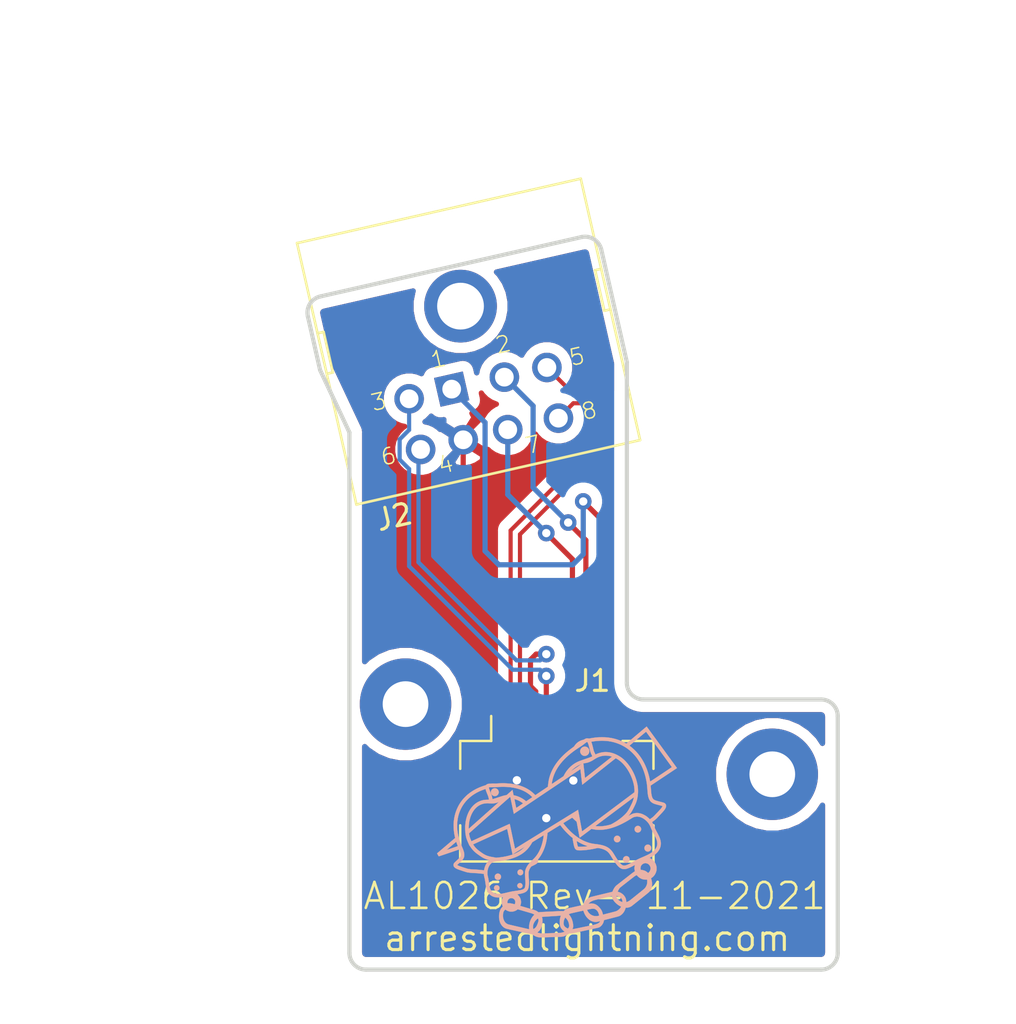
<source format=kicad_pcb>
(kicad_pcb (version 20171130) (host pcbnew 5.1.12-84ad8e8a86~92~ubuntu20.04.1)

  (general
    (thickness 1.6)
    (drawings 21)
    (tracks 92)
    (zones 0)
    (modules 5)
    (nets 10)
  )

  (page A4)
  (layers
    (0 F.Cu signal)
    (31 B.Cu signal)
    (32 B.Adhes user)
    (33 F.Adhes user)
    (34 B.Paste user)
    (35 F.Paste user)
    (36 B.SilkS user)
    (37 F.SilkS user)
    (38 B.Mask user)
    (39 F.Mask user)
    (40 Dwgs.User user)
    (41 Cmts.User user)
    (42 Eco1.User user)
    (43 Eco2.User user)
    (44 Edge.Cuts user)
    (45 Margin user)
    (46 B.CrtYd user)
    (47 F.CrtYd user)
    (48 B.Fab user)
    (49 F.Fab user)
  )

  (setup
    (last_trace_width 0.25)
    (trace_clearance 0.2)
    (zone_clearance 0.508)
    (zone_45_only no)
    (trace_min 0.2)
    (via_size 0.8)
    (via_drill 0.4)
    (via_min_size 0.4)
    (via_min_drill 0.3)
    (uvia_size 0.3)
    (uvia_drill 0.1)
    (uvias_allowed no)
    (uvia_min_size 0.2)
    (uvia_min_drill 0.1)
    (edge_width 0.05)
    (segment_width 0.2)
    (pcb_text_width 0.3)
    (pcb_text_size 1.5 1.5)
    (mod_edge_width 0.12)
    (mod_text_size 1 1)
    (mod_text_width 0.15)
    (pad_size 1.524 1.524)
    (pad_drill 0.762)
    (pad_to_mask_clearance 0)
    (aux_axis_origin 0 0)
    (visible_elements FFFFFF7F)
    (pcbplotparams
      (layerselection 0x010fc_ffffffff)
      (usegerberextensions true)
      (usegerberattributes true)
      (usegerberadvancedattributes true)
      (creategerberjobfile true)
      (excludeedgelayer true)
      (linewidth 0.150000)
      (plotframeref false)
      (viasonmask false)
      (mode 1)
      (useauxorigin false)
      (hpglpennumber 1)
      (hpglpenspeed 20)
      (hpglpendiameter 15.000000)
      (psnegative false)
      (psa4output false)
      (plotreference true)
      (plotvalue false)
      (plotinvisibletext false)
      (padsonsilk false)
      (subtractmaskfromsilk false)
      (outputformat 1)
      (mirror false)
      (drillshape 0)
      (scaleselection 1)
      (outputdirectory "CAM/"))
  )

  (net 0 "")
  (net 1 +5V)
  (net 2 GND)
  (net 3 /HSKo)
  (net 4 /HSKi)
  (net 5 /TXD-)
  (net 6 /TXD+)
  (net 7 /GPi)
  (net 8 /RXD-)
  (net 9 /RXD+)

  (net_class Default "This is the default net class."
    (clearance 0.2)
    (trace_width 0.25)
    (via_dia 0.8)
    (via_drill 0.4)
    (uvia_dia 0.3)
    (uvia_drill 0.1)
    (add_net +5V)
    (add_net /GPi)
    (add_net /HSKi)
    (add_net /HSKo)
    (add_net /RXD+)
    (add_net /RXD-)
    (add_net /TXD+)
    (add_net /TXD-)
    (add_net GND)
  )

  (module AL_Footprints:MINI_DIN8-1H (layer F.Cu) (tedit 61AEEEB1) (tstamp 61A5C345)
    (at 105.3465 68.072 12.8)
    (path /6154FF55)
    (fp_text reference J2 (at -6.320838 9.764276 12.8) (layer F.SilkS)
      (effects (font (size 1 1) (thickness 0.15)) (justify left bottom))
    )
    (fp_text value Mini-DIN-8 (at -6.35 -2.59 12.8) (layer F.Fab)
      (effects (font (size 1.6891 1.6891) (thickness 0.16891)) (justify right bottom))
    )
    (fp_text user 1 (at -1.2 2.7 192.8) (layer F.SilkS)
      (effects (font (size 0.77216 0.77216) (thickness 0.065024)) (justify right bottom))
    )
    (fp_text user 2 (at 2 2.7 192.8) (layer F.SilkS)
      (effects (font (size 0.77216 0.77216) (thickness 0.065024)) (justify right bottom))
    )
    (fp_text user 3 (at -4.445 4.064 192.8) (layer F.SilkS)
      (effects (font (size 0.77216 0.77216) (thickness 0.065024)) (justify right bottom))
    )
    (fp_text user 5 (at 5.334 4.064 192.8) (layer F.SilkS)
      (effects (font (size 0.77216 0.77216) (thickness 0.065024)) (justify right bottom))
    )
    (fp_text user 6 (at -4.572 6.731 192.8) (layer F.SilkS)
      (effects (font (size 0.77216 0.77216) (thickness 0.065024)) (justify right bottom))
    )
    (fp_text user 8 (at 5.334 6.731 192.8) (layer F.SilkS)
      (effects (font (size 0.77216 0.77216) (thickness 0.065024)) (justify right bottom))
    )
    (fp_text user 8 (at 5.334 6.731 192.8) (layer F.SilkS)
      (effects (font (size 0.77216 0.77216) (thickness 0.065024)) (justify right bottom))
    )
    (fp_text user 3 (at -4.445 4.064 192.8) (layer F.SilkS)
      (effects (font (size 0.77216 0.77216) (thickness 0.065024)) (justify right bottom))
    )
    (fp_text user 1 (at -1.2 2.7 192.8) (layer F.SilkS)
      (effects (font (size 0.77216 0.77216) (thickness 0.065024)) (justify right bottom))
    )
    (fp_text user 6 (at -4.572 6.731 192.8) (layer F.SilkS)
      (effects (font (size 0.77216 0.77216) (thickness 0.065024)) (justify right bottom))
    )
    (fp_text user 5 (at 5.334 4.064 192.8) (layer F.SilkS)
      (effects (font (size 0.77216 0.77216) (thickness 0.065024)) (justify right bottom))
    )
    (fp_text user 2 (at 2 2.7 192.8) (layer F.SilkS)
      (effects (font (size 0.77216 0.77216) (thickness 0.065024)) (justify right bottom))
    )
    (fp_text user 7 (at 2.334 7.731 192.8) (layer F.SilkS)
      (effects (font (size 0.77216 0.77216) (thickness 0.065024)) (justify right bottom))
    )
    (fp_text user 7 (at 2.334 7.731 192.8) (layer F.SilkS)
      (effects (font (size 0.77216 0.77216) (thickness 0.065024)) (justify right bottom))
    )
    (fp_text user 4 (at -1.972 7.731 192.8) (layer F.SilkS)
      (effects (font (size 0.77216 0.77216) (thickness 0.065024)) (justify right bottom))
    )
    (fp_text user 4 (at -1.972 7.731 192.8) (layer F.SilkS)
      (effects (font (size 0.77216 0.77216) (thickness 0.065024)) (justify right bottom))
    )
    (fp_line (start -6.7 1.75) (end -6.95 1.75) (layer F.SilkS) (width 0.127))
    (fp_line (start -6.7 -0.25) (end -6.7 1.75) (layer F.SilkS) (width 0.127))
    (fp_line (start -7 -0.25) (end -6.7 -0.25) (layer F.SilkS) (width 0.127))
    (fp_line (start 6.7 1.75) (end 7 1.75) (layer F.SilkS) (width 0.127))
    (fp_line (start 6.7 -0.25) (end 6.7 1.75) (layer F.SilkS) (width 0.127))
    (fp_line (start 7 -0.25) (end 6.7 -0.25) (layer F.SilkS) (width 0.127))
    (fp_line (start 7 -0.25) (end 7 -4.7) (layer F.SilkS) (width 0.127))
    (fp_line (start 7 1.75) (end 7 -0.25) (layer F.SilkS) (width 0.127))
    (fp_line (start 7 8.2) (end 7 1.75) (layer F.SilkS) (width 0.127))
    (fp_line (start -7 8.2) (end 7 8.2) (layer F.SilkS) (width 0.127))
    (fp_line (start -7 -0.25) (end -7 8.2) (layer F.SilkS) (width 0.127))
    (fp_line (start -7 -4.7) (end -7 -0.25) (layer F.SilkS) (width 0.127))
    (fp_line (start 7 -4.7) (end -7 -4.7) (layer F.SilkS) (width 0.127))
    (pad SH2 thru_hole circle (at 0 0 12.8) (size 3.5 3.5) (drill 2.25) (layers *.Cu *.Mask)
      (solder_mask_margin 0.0508))
    (pad 2 thru_hole circle (at 1.3 3.8 12.8) (size 1.4224 1.4224) (drill 0.9) (layers *.Cu *.Mask)
      (net 4 /HSKi) (solder_mask_margin 0.0508))
    (pad 1 thru_hole rect (at -1.3 3.8 12.8) (size 1.4224 1.4224) (drill 0.9) (layers *.Cu *.Mask)
      (net 3 /HSKo) (solder_mask_margin 0.0508))
    (pad 3 thru_hole circle (at -3.4 3.8 12.8) (size 1.4224 1.4224) (drill 0.9) (layers *.Cu *.Mask)
      (net 5 /TXD-) (solder_mask_margin 0.0508))
    (pad 5 thru_hole circle (at 3.4 3.8 12.8) (size 1.4224 1.4224) (drill 0.9) (layers *.Cu *.Mask)
      (net 8 /RXD-) (solder_mask_margin 0.0508))
    (pad 8 thru_hole circle (at 3.4 6.3 12.8) (size 1.4224 1.4224) (drill 0.9) (layers *.Cu *.Mask)
      (net 9 /RXD+) (solder_mask_margin 0.0508))
    (pad 6 thru_hole circle (at -3.4 6.3 12.8) (size 1.4224 1.4224) (drill 0.9) (layers *.Cu *.Mask)
      (net 6 /TXD+) (solder_mask_margin 0.0508))
    (pad 4 thru_hole circle (at -1.3 6.3 12.8) (size 1.4224 1.4224) (drill 0.9) (layers *.Cu *.Mask)
      (net 2 GND) (solder_mask_margin 0.0508))
    (pad 7 thru_hole circle (at 0.9 6.3 12.8) (size 1.4224 1.4224) (drill 0.9) (layers *.Cu *.Mask)
      (net 7 /GPi) (solder_mask_margin 0.0508))
    (model "/home/jjlange/Nextcloud/Projects/KiCAD Libraries/packages3d/Mini-DIN-6P.step"
      (offset (xyz 0 4.75 6.75))
      (scale (xyz 1 1 1))
      (rotate (xyz 0 0 90))
    )
  )

  (module Connector_FFC-FPC:Hirose_FH12-12S-0.5SH_1x12-1MP_P0.50mm_Horizontal (layer F.Cu) (tedit 5D24667B) (tstamp 61A5C319)
    (at 109.982 90.297)
    (descr "Hirose FH12, FFC/FPC connector, FH12-12S-0.5SH, 12 Pins per row (https://www.hirose.com/product/en/products/FH12/FH12-24S-0.5SH(55)/), generated with kicad-footprint-generator")
    (tags "connector Hirose FH12 horizontal")
    (path /61B190BF)
    (attr smd)
    (fp_text reference J1 (at 1.7145 -4.191) (layer F.SilkS)
      (effects (font (size 1 1) (thickness 0.15)))
    )
    (fp_text value Conn_01x12 (at 0 5.6) (layer F.Fab)
      (effects (font (size 1 1) (thickness 0.15)))
    )
    (fp_text user %R (at 0 3.7) (layer F.Fab)
      (effects (font (size 1 1) (thickness 0.15)))
    )
    (fp_line (start 0 -1.2) (end -4.55 -1.2) (layer F.Fab) (width 0.1))
    (fp_line (start -4.55 -1.2) (end -4.55 3.4) (layer F.Fab) (width 0.1))
    (fp_line (start -4.55 3.4) (end -3.95 3.4) (layer F.Fab) (width 0.1))
    (fp_line (start -3.95 3.4) (end -3.95 3.7) (layer F.Fab) (width 0.1))
    (fp_line (start -3.95 3.7) (end -4.45 3.7) (layer F.Fab) (width 0.1))
    (fp_line (start -4.45 3.7) (end -4.45 4.4) (layer F.Fab) (width 0.1))
    (fp_line (start -4.45 4.4) (end 0 4.4) (layer F.Fab) (width 0.1))
    (fp_line (start 0 -1.2) (end 4.55 -1.2) (layer F.Fab) (width 0.1))
    (fp_line (start 4.55 -1.2) (end 4.55 3.4) (layer F.Fab) (width 0.1))
    (fp_line (start 4.55 3.4) (end 3.95 3.4) (layer F.Fab) (width 0.1))
    (fp_line (start 3.95 3.4) (end 3.95 3.7) (layer F.Fab) (width 0.1))
    (fp_line (start 3.95 3.7) (end 4.45 3.7) (layer F.Fab) (width 0.1))
    (fp_line (start 4.45 3.7) (end 4.45 4.4) (layer F.Fab) (width 0.1))
    (fp_line (start 4.45 4.4) (end 0 4.4) (layer F.Fab) (width 0.1))
    (fp_line (start -3.16 -1.3) (end -4.65 -1.3) (layer F.SilkS) (width 0.12))
    (fp_line (start -4.65 -1.3) (end -4.65 0.04) (layer F.SilkS) (width 0.12))
    (fp_line (start 3.16 -1.3) (end 4.65 -1.3) (layer F.SilkS) (width 0.12))
    (fp_line (start 4.65 -1.3) (end 4.65 0.04) (layer F.SilkS) (width 0.12))
    (fp_line (start -4.65 2.76) (end -4.65 4.5) (layer F.SilkS) (width 0.12))
    (fp_line (start -4.65 4.5) (end 4.65 4.5) (layer F.SilkS) (width 0.12))
    (fp_line (start 4.65 4.5) (end 4.65 2.76) (layer F.SilkS) (width 0.12))
    (fp_line (start -3.16 -1.3) (end -3.16 -2.5) (layer F.SilkS) (width 0.12))
    (fp_line (start -3.25 -1.2) (end -2.75 -0.492893) (layer F.Fab) (width 0.1))
    (fp_line (start -2.75 -0.492893) (end -2.25 -1.2) (layer F.Fab) (width 0.1))
    (fp_line (start -6.05 -3) (end -6.05 4.9) (layer F.CrtYd) (width 0.05))
    (fp_line (start -6.05 4.9) (end 6.05 4.9) (layer F.CrtYd) (width 0.05))
    (fp_line (start 6.05 4.9) (end 6.05 -3) (layer F.CrtYd) (width 0.05))
    (fp_line (start 6.05 -3) (end -6.05 -3) (layer F.CrtYd) (width 0.05))
    (pad 12 smd rect (at 2.75 -1.85) (size 0.3 1.3) (layers F.Cu F.Paste F.Mask)
      (net 1 +5V))
    (pad 11 smd rect (at 2.25 -1.85) (size 0.3 1.3) (layers F.Cu F.Paste F.Mask)
      (net 3 /HSKo))
    (pad 10 smd rect (at 1.75 -1.85) (size 0.3 1.3) (layers F.Cu F.Paste F.Mask)
      (net 4 /HSKi))
    (pad 9 smd rect (at 1.25 -1.85) (size 0.3 1.3) (layers F.Cu F.Paste F.Mask)
      (net 2 GND))
    (pad 8 smd rect (at 0.75 -1.85) (size 0.3 1.3) (layers F.Cu F.Paste F.Mask)
      (net 7 /GPi))
    (pad 7 smd rect (at 0.25 -1.85) (size 0.3 1.3) (layers F.Cu F.Paste F.Mask)
      (net 2 GND))
    (pad 6 smd rect (at -0.25 -1.85) (size 0.3 1.3) (layers F.Cu F.Paste F.Mask)
      (net 5 /TXD-))
    (pad 5 smd rect (at -0.75 -1.85) (size 0.3 1.3) (layers F.Cu F.Paste F.Mask)
      (net 6 /TXD+))
    (pad 4 smd rect (at -1.25 -1.85) (size 0.3 1.3) (layers F.Cu F.Paste F.Mask)
      (net 2 GND))
    (pad 3 smd rect (at -1.75 -1.85) (size 0.3 1.3) (layers F.Cu F.Paste F.Mask)
      (net 8 /RXD-))
    (pad 2 smd rect (at -2.25 -1.85) (size 0.3 1.3) (layers F.Cu F.Paste F.Mask)
      (net 9 /RXD+))
    (pad 1 smd rect (at -2.75 -1.85) (size 0.3 1.3) (layers F.Cu F.Paste F.Mask)
      (net 2 GND))
    (pad MP smd rect (at -4.65 1.4) (size 1.8 2.2) (layers F.Cu F.Paste F.Mask))
    (pad MP smd rect (at 4.65 1.4) (size 1.8 2.2) (layers F.Cu F.Paste F.Mask))
    (model ${KISYS3DMOD}/Connector_FFC-FPC.3dshapes/Hirose_FH12-12S-0.5SH_1x12-1MP_P0.50mm_Horizontal.wrl
      (at (xyz 0 0 0))
      (scale (xyz 1 1 1))
      (rotate (xyz 0 0 0))
    )
  )

  (module al_logo13mm:AL_Logo_13mm (layer B.Cu) (tedit 5BF8ACEF) (tstamp 61A622B8)
    (at 109.5375 94.0435 180)
    (fp_text reference REF** (at 0 -0.5) (layer Eco2.User) hide
      (effects (font (size 1 1) (thickness 0.15)))
    )
    (fp_text value AL_Logo_13mm (at 0 0.5) (layer B.Fab)
      (effects (font (size 1 1) (thickness 0.15)) (justify mirror))
    )
    (fp_poly (pts (xy 2.464749 -1.896121) (xy 2.477393 -1.896889) (xy 2.487094 -1.898645) (xy 2.496007 -1.90178)
      (xy 2.506289 -1.906685) (xy 2.506302 -1.906692) (xy 2.532206 -1.923658) (xy 2.552807 -1.945313)
      (xy 2.567703 -1.970995) (xy 2.576495 -2.000046) (xy 2.578871 -2.026581) (xy 2.57625 -2.056535)
      (xy 2.568059 -2.08264) (xy 2.553808 -2.10623) (xy 2.546177 -2.115398) (xy 2.522421 -2.136875)
      (xy 2.495912 -2.151799) (xy 2.467189 -2.159988) (xy 2.43679 -2.161256) (xy 2.419266 -2.15888)
      (xy 2.393209 -2.150215) (xy 2.368812 -2.135434) (xy 2.347496 -2.115673) (xy 2.330681 -2.092069)
      (xy 2.327029 -2.085044) (xy 2.316941 -2.056201) (xy 2.31368 -2.026973) (xy 2.316934 -1.998259)
      (xy 2.326387 -1.97096) (xy 2.341726 -1.945974) (xy 2.362636 -1.924202) (xy 2.388803 -1.906543)
      (xy 2.389529 -1.906158) (xy 2.399031 -1.901489) (xy 2.407535 -1.898505) (xy 2.417125 -1.896834)
      (xy 2.429886 -1.896106) (xy 2.447006 -1.895952) (xy 2.464749 -1.896121)) (layer B.SilkS) (width 0.01))
    (fp_poly (pts (xy -1.764423 4.774567) (xy -1.740838 4.770995) (xy -1.736777 4.770029) (xy -1.700627 4.757112)
      (xy -1.667241 4.737944) (xy -1.637338 4.713236) (xy -1.61164 4.683701) (xy -1.590869 4.650052)
      (xy -1.575745 4.613001) (xy -1.57485 4.610076) (xy -1.570673 4.589697) (xy -1.568516 4.565061)
      (xy -1.568379 4.538883) (xy -1.570261 4.513878) (xy -1.574162 4.492759) (xy -1.57485 4.490334)
      (xy -1.589123 4.454077) (xy -1.608948 4.421006) (xy -1.633554 4.391879) (xy -1.662171 4.367452)
      (xy -1.694028 4.348482) (xy -1.728355 4.335727) (xy -1.733482 4.334441) (xy -1.755467 4.330899)
      (xy -1.780684 4.329413) (xy -1.806205 4.329978) (xy -1.829103 4.332591) (xy -1.838337 4.334581)
      (xy -1.875365 4.347956) (xy -1.909189 4.367461) (xy -1.939162 4.392437) (xy -1.964638 4.422223)
      (xy -1.984973 4.45616) (xy -1.999519 4.493586) (xy -2.001724 4.501617) (xy -2.007948 4.53984)
      (xy -2.007385 4.577641) (xy -2.000479 4.614278) (xy -1.987679 4.649014) (xy -1.96943 4.68111)
      (xy -1.946179 4.709826) (xy -1.918373 4.734425) (xy -1.886458 4.754166) (xy -1.850881 4.76831)
      (xy -1.838581 4.771585) (xy -1.816473 4.774911) (xy -1.790695 4.775889) (xy -1.764423 4.774567)) (layer B.SilkS) (width 0.01))
    (fp_poly (pts (xy -3.755743 -0.496698) (xy -3.725992 -0.505759) (xy -3.699695 -0.519932) (xy -3.677102 -0.538458)
      (xy -3.658467 -0.560576) (xy -3.644041 -0.585528) (xy -3.634078 -0.612554) (xy -3.628829 -0.640893)
      (xy -3.628547 -0.669787) (xy -3.633485 -0.698476) (xy -3.643893 -0.726201) (xy -3.660026 -0.752201)
      (xy -3.682135 -0.775717) (xy -3.692224 -0.783894) (xy -3.717529 -0.799074) (xy -3.745835 -0.809507)
      (xy -3.775287 -0.814807) (xy -3.804034 -0.814586) (xy -3.822205 -0.811092) (xy -3.85448 -0.798572)
      (xy -3.882642 -0.780777) (xy -3.906233 -0.758478) (xy -3.924795 -0.732449) (xy -3.937869 -0.70346)
      (xy -3.944995 -0.672285) (xy -3.945716 -0.639695) (xy -3.940905 -0.611293) (xy -3.929109 -0.579483)
      (xy -3.91174 -0.551874) (xy -3.889474 -0.528987) (xy -3.862983 -0.511345) (xy -3.832944 -0.49947)
      (xy -3.800031 -0.493884) (xy -3.788694 -0.493509) (xy -3.755743 -0.496698)) (layer B.SilkS) (width 0.01))
    (fp_poly (pts (xy 1.355037 -1.791947) (xy 1.37776 -1.797582) (xy 1.38427 -1.800285) (xy 1.41028 -1.815925)
      (xy 1.430878 -1.836155) (xy 1.446393 -1.860888) (xy 1.452409 -1.873928) (xy 1.455955 -1.884692)
      (xy 1.457656 -1.896106) (xy 1.458139 -1.911095) (xy 1.458142 -1.915833) (xy 1.457662 -1.933266)
      (xy 1.45597 -1.946339) (xy 1.452533 -1.957915) (xy 1.44858 -1.967145) (xy 1.433114 -1.993019)
      (xy 1.41288 -2.013745) (xy 1.390251 -2.028551) (xy 1.376687 -2.035171) (xy 1.364819 -2.039066)
      (xy 1.351387 -2.041072) (xy 1.338478 -2.041833) (xy 1.316226 -2.041638) (xy 1.298984 -2.038899)
      (xy 1.29314 -2.037071) (xy 1.26616 -2.023891) (xy 1.244224 -2.006364) (xy 1.227362 -1.98539)
      (xy 1.215608 -1.96187) (xy 1.208994 -1.936706) (xy 1.207551 -1.910799) (xy 1.211312 -1.88505)
      (xy 1.220308 -1.860361) (xy 1.234572 -1.837633) (xy 1.254135 -1.817767) (xy 1.279031 -1.801664)
      (xy 1.284668 -1.798967) (xy 1.305759 -1.792604) (xy 1.330126 -1.790276) (xy 1.355037 -1.791947)) (layer B.SilkS) (width 0.01))
    (fp_poly (pts (xy 2.560129 2.770262) (xy 2.595658 2.763274) (xy 2.629733 2.749456) (xy 2.638298 2.744719)
      (xy 2.661583 2.727475) (xy 2.68315 2.704672) (xy 2.701738 2.677994) (xy 2.716086 2.649123)
      (xy 2.7215 2.633644) (xy 2.724928 2.616244) (xy 2.726668 2.594608) (xy 2.726681 2.571566)
      (xy 2.724924 2.54995) (xy 2.722877 2.538276) (xy 2.711814 2.505349) (xy 2.694839 2.475513)
      (xy 2.67281 2.449357) (xy 2.64658 2.427468) (xy 2.617008 2.410433) (xy 2.584947 2.39884)
      (xy 2.551255 2.393275) (xy 2.516787 2.394327) (xy 2.513725 2.394759) (xy 2.478159 2.40347)
      (xy 2.446297 2.41792) (xy 2.418496 2.437411) (xy 2.395111 2.461245) (xy 2.3765 2.488723)
      (xy 2.363017 2.519147) (xy 2.355019 2.551818) (xy 2.352862 2.586037) (xy 2.3569 2.621106)
      (xy 2.367491 2.656326) (xy 2.37349 2.669985) (xy 2.385 2.688722) (xy 2.401257 2.708303)
      (xy 2.420315 2.726775) (xy 2.440224 2.742187) (xy 2.4534 2.749998) (xy 2.488142 2.763648)
      (xy 2.524004 2.770394) (xy 2.560129 2.770262)) (layer B.SilkS) (width 0.01))
    (fp_poly (pts (xy 1.349156 -1.141866) (xy 1.376559 -1.152804) (xy 1.401313 -1.16936) (xy 1.4224 -1.190989)
      (xy 1.4388 -1.21715) (xy 1.439404 -1.218408) (xy 1.444979 -1.230887) (xy 1.448412 -1.241278)
      (xy 1.450212 -1.252169) (xy 1.450887 -1.266148) (xy 1.450963 -1.277281) (xy 1.450724 -1.294415)
      (xy 1.449669 -1.306883) (xy 1.447291 -1.31727) (xy 1.443084 -1.32816) (xy 1.439445 -1.336066)
      (xy 1.42261 -1.363695) (xy 1.401051 -1.386088) (xy 1.375402 -1.402815) (xy 1.346297 -1.413447)
      (xy 1.319425 -1.417366) (xy 1.299143 -1.417543) (xy 1.282443 -1.415332) (xy 1.271019 -1.412151)
      (xy 1.241602 -1.398875) (xy 1.216818 -1.380417) (xy 1.197178 -1.357437) (xy 1.183196 -1.330592)
      (xy 1.175384 -1.300539) (xy 1.174112 -1.28793) (xy 1.175508 -1.255017) (xy 1.183329 -1.224889)
      (xy 1.197099 -1.198152) (xy 1.216346 -1.175414) (xy 1.240593 -1.157282) (xy 1.269366 -1.144363)
      (xy 1.290476 -1.139011) (xy 1.320122 -1.137087) (xy 1.349156 -1.141866)) (layer B.SilkS) (width 0.01))
    (fp_poly (pts (xy -4.319048 0.959921) (xy -4.299605 0.956095) (xy -4.269232 0.943495) (xy -4.242515 0.925317)
      (xy -4.220027 0.902474) (xy -4.202342 0.87588) (xy -4.190035 0.846447) (xy -4.183679 0.81509)
      (xy -4.183849 0.782722) (xy -4.185101 0.773855) (xy -4.193825 0.742338) (xy -4.208174 0.714001)
      (xy -4.227328 0.689396) (xy -4.250465 0.669076) (xy -4.276766 0.653594) (xy -4.305411 0.643504)
      (xy -4.33558 0.639359) (xy -4.366453 0.64171) (xy -4.377377 0.644199) (xy -4.409264 0.656255)
      (xy -4.437206 0.673732) (xy -4.460723 0.695824) (xy -4.479336 0.721723) (xy -4.492563 0.750622)
      (xy -4.499924 0.781714) (xy -4.50094 0.81419) (xy -4.496077 0.843764) (xy -4.484758 0.873789)
      (xy -4.467654 0.900976) (xy -4.445745 0.924292) (xy -4.420014 0.942708) (xy -4.391441 0.955192)
      (xy -4.389471 0.955785) (xy -4.367907 0.959943) (xy -4.343329 0.961326) (xy -4.319048 0.959921)) (layer B.SilkS) (width 0.01))
    (fp_poly (pts (xy -4.800935 0.059439) (xy -4.770194 0.051799) (xy -4.741296 0.03837) (xy -4.715121 0.019471)
      (xy -4.69255 -0.004579) (xy -4.674464 -0.033464) (xy -4.673357 -0.035725) (xy -4.666753 -0.050369)
      (xy -4.662598 -0.062725) (xy -4.660174 -0.075756) (xy -4.658761 -0.092424) (xy -4.658513 -0.096906)
      (xy -4.659634 -0.133352) (xy -4.667082 -0.166346) (xy -4.680983 -0.196201) (xy -4.70146 -0.223232)
      (xy -4.713025 -0.234716) (xy -4.739237 -0.253934) (xy -4.768892 -0.267272) (xy -4.800833 -0.274457)
      (xy -4.8339 -0.27522) (xy -4.864265 -0.270032) (xy -4.893569 -0.258558) (xy -4.920714 -0.241027)
      (xy -4.944629 -0.218559) (xy -4.964246 -0.19227) (xy -4.978493 -0.163281) (xy -4.984088 -0.144761)
      (xy -4.988236 -0.111351) (xy -4.985664 -0.078257) (xy -4.976836 -0.046471) (xy -4.962215 -0.016981)
      (xy -4.942266 0.009222) (xy -4.917452 0.031149) (xy -4.895408 0.044454) (xy -4.864423 0.056085)
      (xy -4.832638 0.060974) (xy -4.800935 0.059439)) (layer B.SilkS) (width 0.01))
    (fp_poly (pts (xy -3.330533 0.488579) (xy -3.299058 0.481344) (xy -3.269521 0.467649) (xy -3.242829 0.447747)
      (xy -3.232451 0.437341) (xy -3.211786 0.409653) (xy -3.197653 0.37941) (xy -3.190181 0.34743)
      (xy -3.189501 0.314535) (xy -3.195741 0.281544) (xy -3.204231 0.258973) (xy -3.221031 0.230402)
      (xy -3.242593 0.206641) (xy -3.268021 0.188082) (xy -3.296421 0.175116) (xy -3.326901 0.168133)
      (xy -3.358564 0.167525) (xy -3.390518 0.173684) (xy -3.395516 0.175295) (xy -3.422601 0.186966)
      (xy -3.445832 0.202731) (xy -3.465872 0.22222) (xy -3.485353 0.248835) (xy -3.498526 0.277574)
      (xy -3.505627 0.307567) (xy -3.50689 0.337942) (xy -3.502549 0.367829) (xy -3.49284 0.396358)
      (xy -3.477997 0.422656) (xy -3.458255 0.445854) (xy -3.433848 0.465081) (xy -3.405011 0.479466)
      (xy -3.395673 0.482663) (xy -3.36304 0.489103) (xy -3.330533 0.488579)) (layer B.SilkS) (width 0.01))
    (fp_poly (pts (xy -4.765429 5.739591) (xy -4.762517 5.737432) (xy -4.757545 5.733495) (xy -4.750199 5.727518)
      (xy -4.740168 5.71924) (xy -4.727138 5.708398) (xy -4.710797 5.694732) (xy -4.690833 5.677979)
      (xy -4.666933 5.657879) (xy -4.638784 5.63417) (xy -4.606074 5.606591) (xy -4.56849 5.574879)
      (xy -4.525719 5.538774) (xy -4.519851 5.533819) (xy -4.504893 5.521196) (xy -4.484878 5.504315)
      (xy -4.460301 5.483594) (xy -4.431655 5.459448) (xy -4.399435 5.432294) (xy -4.364135 5.402549)
      (xy -4.326251 5.370629) (xy -4.286275 5.336952) (xy -4.244703 5.301933) (xy -4.20203 5.265988)
      (xy -4.158748 5.229536) (xy -4.117079 5.194445) (xy -4.07567 5.15957) (xy -4.035731 5.125929)
      (xy -3.997625 5.093825) (xy -3.96171 5.063562) (xy -3.928348 5.035443) (xy -3.897899 5.009773)
      (xy -3.870723 4.986856) (xy -3.84718 4.966995) (xy -3.827632 4.950494) (xy -3.812437 4.937657)
      (xy -3.801958 4.928788) (xy -3.796553 4.92419) (xy -3.795951 4.923668) (xy -3.792747 4.921202)
      (xy -3.78927 4.920242) (xy -3.784345 4.921207) (xy -3.776796 4.924513) (xy -3.765448 4.930577)
      (xy -3.749127 4.939816) (xy -3.746965 4.941051) (xy -3.71556 4.95833) (xy -3.67913 4.977254)
      (xy -3.639465 4.99697) (xy -3.598353 5.016621) (xy -3.557582 5.035354) (xy -3.518942 5.052314)
      (xy -3.48422 5.066645) (xy -3.483894 5.066774) (xy -3.389591 5.101855) (xy -3.29563 5.132249)
      (xy -3.200838 5.158225) (xy -3.104042 5.180049) (xy -3.004067 5.197991) (xy -2.89974 5.212317)
      (xy -2.803537 5.222135) (xy -2.782144 5.223567) (xy -2.75471 5.224736) (xy -2.722444 5.225639)
      (xy -2.686556 5.226279) (xy -2.648257 5.226654) (xy -2.608756 5.226766) (xy -2.569264 5.226613)
      (xy -2.530991 5.226195) (xy -2.495147 5.225514) (xy -2.462943 5.224569) (xy -2.435589 5.223359)
      (xy -2.417094 5.222127) (xy -2.29857 5.210434) (xy -2.184585 5.195239) (xy -2.073184 5.176273)
      (xy -2.050608 5.171918) (xy -1.985294 5.159071) (xy -1.961451 5.166695) (xy -1.927439 5.173808)
      (xy -1.89232 5.173765) (xy -1.856141 5.166575) (xy -1.81895 5.152248) (xy -1.783934 5.132805)
      (xy -1.764224 5.121125) (xy -1.746452 5.112763) (xy -1.727143 5.106201) (xy -1.716088 5.103188)
      (xy -1.64652 5.082575) (xy -1.582647 5.057889) (xy -1.523913 5.028741) (xy -1.469758 4.99474)
      (xy -1.419625 4.955497) (xy -1.372958 4.910622) (xy -1.329197 4.859725) (xy -1.289539 4.805039)
      (xy -1.282397 4.794657) (xy -1.275793 4.785998) (xy -1.268704 4.778129) (xy -1.260102 4.77012)
      (xy -1.248963 4.761041) (xy -1.234261 4.749959) (xy -1.214971 4.735944) (xy -1.207614 4.730653)
      (xy -1.082809 4.637869) (xy -0.965123 4.543898) (xy -0.854504 4.448684) (xy -0.750905 4.352173)
      (xy -0.654274 4.25431) (xy -0.564562 4.155041) (xy -0.481719 4.054312) (xy -0.405696 3.952067)
      (xy -0.336442 3.848252) (xy -0.273908 3.742813) (xy -0.230666 3.661205) (xy -0.182397 3.55883)
      (xy -0.140589 3.456209) (xy -0.105033 3.352565) (xy -0.075519 3.247126) (xy -0.051839 3.139117)
      (xy -0.03378 3.027763) (xy -0.021136 2.912289) (xy -0.018416 2.877434) (xy -0.016222 2.846591)
      (xy 0.007985 2.830099) (xy 0.014937 2.825394) (xy 0.02738 2.817009) (xy 0.044778 2.805302)
      (xy 0.066594 2.790636) (xy 0.092292 2.773369) (xy 0.121336 2.753862) (xy 0.15319 2.732476)
      (xy 0.187316 2.709571) (xy 0.223179 2.685507) (xy 0.257163 2.662709) (xy 0.295127 2.63724)
      (xy 0.332579 2.612104) (xy 0.368891 2.587724) (xy 0.403433 2.564523) (xy 0.435575 2.542924)
      (xy 0.464688 2.52335) (xy 0.490144 2.506224) (xy 0.511312 2.491969) (xy 0.527563 2.481008)
      (xy 0.536294 2.475103) (xy 0.590453 2.438393) (xy 0.63608 2.482957) (xy 0.700885 2.543682)
      (xy 0.765107 2.598449) (xy 0.830174 2.64827) (xy 0.897511 2.694159) (xy 0.968548 2.737132)
      (xy 1.044709 2.7782) (xy 1.068149 2.789994) (xy 1.154987 2.83037) (xy 1.243946 2.86637)
      (xy 1.335528 2.898106) (xy 1.430233 2.925693) (xy 1.528563 2.949242) (xy 1.631018 2.968868)
      (xy 1.738098 2.984682) (xy 1.850306 2.996799) (xy 1.968142 3.005332) (xy 2.036114 3.008561)
      (xy 2.081793 3.009828) (xy 2.132838 3.010333) (xy 2.187401 3.010112) (xy 2.243637 3.009204)
      (xy 2.299697 3.007644) (xy 2.353735 3.005471) (xy 2.403904 3.00272) (xy 2.434306 3.000582)
      (xy 2.460614 2.998661) (xy 2.483019 2.997392) (xy 2.503592 2.996754) (xy 2.524405 2.996723)
      (xy 2.547529 2.997279) (xy 2.575035 2.9984) (xy 2.587014 2.998966) (xy 2.614953 3.00002)
      (xy 2.638227 3.000114) (xy 2.659372 2.999175) (xy 2.680926 2.99713) (xy 2.690428 2.995959)
      (xy 2.711482 2.993646) (xy 2.736811 2.991498) (xy 2.763434 2.989734) (xy 2.788368 2.988577)
      (xy 2.791721 2.98847) (xy 2.829765 2.986275) (xy 2.861853 2.981894) (xy 2.889047 2.97499)
      (xy 2.912409 2.965226) (xy 2.933001 2.952263) (xy 2.949207 2.938393) (xy 2.956095 2.931966)
      (xy 2.962496 2.926848) (xy 2.969643 2.922476) (xy 2.978768 2.918287) (xy 2.991102 2.913719)
      (xy 3.007877 2.908209) (xy 3.030324 2.901193) (xy 3.031284 2.900896) (xy 3.157629 2.8585)
      (xy 3.278793 2.8111) (xy 3.394929 2.758616) (xy 3.50619 2.700965) (xy 3.612731 2.638064)
      (xy 3.714704 2.569831) (xy 3.812263 2.496183) (xy 3.863568 2.453788) (xy 3.883433 2.43619)
      (xy 3.90692 2.414301) (xy 3.93289 2.389275) (xy 3.960204 2.362262) (xy 3.987723 2.334415)
      (xy 4.014307 2.306885) (xy 4.038818 2.280824) (xy 4.060116 2.257384) (xy 4.075992 2.239006)
      (xy 4.132948 2.167815) (xy 4.184277 2.09749) (xy 4.23112 2.026278) (xy 4.274619 1.952429)
      (xy 4.315914 1.87419) (xy 4.323145 1.859619) (xy 4.370731 1.755512) (xy 4.411584 1.650194)
      (xy 4.445902 1.542996) (xy 4.473885 1.433249) (xy 4.49573 1.320284) (xy 4.507678 1.237319)
      (xy 4.512467 1.19619) (xy 4.516215 1.157498) (xy 4.519019 1.11948) (xy 4.520978 1.080371)
      (xy 4.522192 1.038407) (xy 4.522759 0.991825) (xy 4.52283 0.966991) (xy 4.520014 0.847242)
      (xy 4.511346 0.729714) (xy 4.496654 0.612909) (xy 4.475761 0.495331) (xy 4.458689 0.417423)
      (xy 4.449777 0.379484) (xy 4.46167 0.368041) (xy 4.465763 0.364409) (xy 4.475073 0.356346)
      (xy 4.489288 0.344118) (xy 4.508096 0.327993) (xy 4.531182 0.308238) (xy 4.558234 0.285119)
      (xy 4.58894 0.258904) (xy 4.622985 0.229861) (xy 4.660058 0.198255) (xy 4.699845 0.164354)
      (xy 4.742033 0.128425) (xy 4.78631 0.090735) (xy 4.832361 0.051551) (xy 4.879875 0.011141)
      (xy 4.890849 0.00181) (xy 4.938538 -0.03874) (xy 4.984769 -0.078059) (xy 5.029235 -0.115883)
      (xy 5.071628 -0.151953) (xy 5.111641 -0.186005) (xy 5.148967 -0.217778) (xy 5.183298 -0.24701)
      (xy 5.214328 -0.273441) (xy 5.241748 -0.296807) (xy 5.265252 -0.316848) (xy 5.284533 -0.333301)
      (xy 5.299282 -0.345905) (xy 5.309194 -0.354399) (xy 5.313959 -0.358519) (xy 5.314311 -0.358836)
      (xy 5.316125 -0.361117) (xy 5.316729 -0.364167) (xy 5.315751 -0.368825) (xy 5.312816 -0.375928)
      (xy 5.307547 -0.386313) (xy 5.299572 -0.400818) (xy 5.288515 -0.42028) (xy 5.280848 -0.433638)
      (xy 5.2692 -0.453953) (xy 5.258789 -0.472218) (xy 5.250158 -0.487473) (xy 5.243849 -0.498758)
      (xy 5.240403 -0.505113) (xy 5.239944 -0.506072) (xy 5.236495 -0.505181) (xy 5.22665 -0.502097)
      (xy 5.210875 -0.496979) (xy 5.18964 -0.489986) (xy 5.163412 -0.481277) (xy 5.132659 -0.471012)
      (xy 5.09785 -0.459348) (xy 5.059453 -0.446446) (xy 5.017937 -0.432464) (xy 4.973768 -0.417562)
      (xy 4.927417 -0.401897) (xy 4.87935 -0.38563) (xy 4.830036 -0.368918) (xy 4.779943 -0.351922)
      (xy 4.72954 -0.3348) (xy 4.679295 -0.317711) (xy 4.629675 -0.300814) (xy 4.581149 -0.284268)
      (xy 4.534186 -0.268232) (xy 4.489253 -0.252866) (xy 4.446819 -0.238327) (xy 4.407352 -0.224776)
      (xy 4.37132 -0.21237) (xy 4.339192 -0.201269) (xy 4.311434 -0.191633) (xy 4.288517 -0.18362)
      (xy 4.270908 -0.177388) (xy 4.259075 -0.173098) (xy 4.256368 -0.172078) (xy 4.254513 -0.171858)
      (xy 4.252531 -0.173164) (xy 4.250086 -0.176749) (xy 4.246842 -0.183367) (xy 4.24246 -0.193771)
      (xy 4.236604 -0.208714) (xy 4.228936 -0.228951) (xy 4.21912 -0.255234) (xy 4.218895 -0.255838)
      (xy 4.201301 -0.307269) (xy 4.188701 -0.353795) (xy 4.181071 -0.395753) (xy 4.178388 -0.433481)
      (xy 4.180629 -0.467317) (xy 4.18777 -0.497599) (xy 4.199788 -0.524665) (xy 4.200193 -0.525378)
      (xy 4.207218 -0.537058) (xy 4.214977 -0.548593) (xy 4.223973 -0.560511) (xy 4.234706 -0.573338)
      (xy 4.247678 -0.587601) (xy 4.26339 -0.603825) (xy 4.282344 -0.622539) (xy 4.30504 -0.644267)
      (xy 4.33198 -0.669538) (xy 4.363666 -0.698876) (xy 4.377448 -0.711563) (xy 4.399492 -0.731939)
      (xy 4.420833 -0.751871) (xy 4.440601 -0.770532) (xy 4.457926 -0.787093) (xy 4.471938 -0.800726)
      (xy 4.481767 -0.810603) (xy 4.484123 -0.81309) (xy 4.506292 -0.841567) (xy 4.521432 -0.871137)
      (xy 4.529602 -0.901337) (xy 4.530861 -0.931703) (xy 4.525268 -0.961769) (xy 4.512881 -0.991072)
      (xy 4.493759 -1.019149) (xy 4.467962 -1.045533) (xy 4.453107 -1.05755) (xy 4.422952 -1.077739)
      (xy 4.386313 -1.097955) (xy 4.34395 -1.117794) (xy 4.325795 -1.125442) (xy 4.310041 -1.13158)
      (xy 4.288724 -1.139427) (xy 4.262693 -1.148702) (xy 4.232795 -1.159125) (xy 4.199879 -1.170417)
      (xy 4.164792 -1.182298) (xy 4.128382 -1.194487) (xy 4.091496 -1.206705) (xy 4.054984 -1.218672)
      (xy 4.019693 -1.230108) (xy 3.98647 -1.240733) (xy 3.956163 -1.250268) (xy 3.929621 -1.258431)
      (xy 3.907692 -1.264944) (xy 3.891222 -1.269526) (xy 3.883921 -1.27132) (xy 3.85783 -1.276788)
      (xy 3.831138 -1.281698) (xy 3.803103 -1.286127) (xy 3.772984 -1.290151) (xy 3.740039 -1.293846)
      (xy 3.703527 -1.297289) (xy 3.662708 -1.300557) (xy 3.61684 -1.303724) (xy 3.565182 -1.306869)
      (xy 3.508363 -1.309994) (xy 3.469721 -1.312051) (xy 3.437046 -1.313857) (xy 3.409061 -1.315516)
      (xy 3.384485 -1.317133) (xy 3.362037 -1.318812) (xy 3.34044 -1.320659) (xy 3.318412 -1.322779)
      (xy 3.294673 -1.325276) (xy 3.267945 -1.328256) (xy 3.236947 -1.331823) (xy 3.224934 -1.33322)
      (xy 3.19893 -1.33614) (xy 3.172382 -1.338932) (xy 3.147209 -1.341407) (xy 3.125331 -1.343376)
      (xy 3.108666 -1.344651) (xy 3.108176 -1.344682) (xy 3.068017 -1.347223) (xy 3.065713 -1.374845)
      (xy 3.061437 -1.412401) (xy 3.054629 -1.454561) (xy 3.04566 -1.499281) (xy 3.034901 -1.544514)
      (xy 3.034753 -1.545092) (xy 3.027677 -1.573862) (xy 3.021164 -1.603329) (xy 3.015016 -1.634617)
      (xy 3.009035 -1.66885) (xy 3.003022 -1.707152) (xy 2.996778 -1.750648) (xy 2.991381 -1.790724)
      (xy 2.982828 -1.852869) (xy 2.974328 -1.908474) (xy 2.965706 -1.958253) (xy 2.956789 -2.002919)
      (xy 2.947402 -2.043186) (xy 2.93737 -2.079767) (xy 2.926518 -2.113376) (xy 2.914672 -2.144726)
      (xy 2.901658 -2.174531) (xy 2.893229 -2.191942) (xy 2.862261 -2.246164) (xy 2.826468 -2.294973)
      (xy 2.785881 -2.338347) (xy 2.74053 -2.376268) (xy 2.690447 -2.408714) (xy 2.635662 -2.435666)
      (xy 2.576206 -2.457102) (xy 2.51211 -2.473003) (xy 2.452805 -2.482293) (xy 2.425054 -2.484514)
      (xy 2.391755 -2.485463) (xy 2.354491 -2.485218) (xy 2.314842 -2.483856) (xy 2.274392 -2.481456)
      (xy 2.234723 -2.478096) (xy 2.197417 -2.473854) (xy 2.164056 -2.468809) (xy 2.158189 -2.467746)
      (xy 2.148651 -2.466248) (xy 2.142934 -2.465898) (xy 2.142206 -2.466187) (xy 2.143722 -2.469853)
      (xy 2.147769 -2.478418) (xy 2.153597 -2.49031) (xy 2.156263 -2.495654) (xy 2.178885 -2.548868)
      (xy 2.19497 -2.605158) (xy 2.204471 -2.664359) (xy 2.205562 -2.676336) (xy 2.206212 -2.709842)
      (xy 2.203492 -2.747208) (xy 2.197788 -2.786085) (xy 2.189486 -2.824122) (xy 2.178972 -2.858971)
      (xy 2.173063 -2.874328) (xy 2.167467 -2.887686) (xy 2.162454 -2.899683) (xy 2.159384 -2.90706)
      (xy 2.158002 -2.911476) (xy 2.158356 -2.915794) (xy 2.161164 -2.921173) (xy 2.167146 -2.928772)
      (xy 2.177022 -2.939751) (xy 2.184972 -2.94829) (xy 2.220939 -2.990405) (xy 2.251015 -3.033912)
      (xy 2.275768 -3.07994) (xy 2.295767 -3.129618) (xy 2.311581 -3.184075) (xy 2.317738 -3.21168)
      (xy 2.323697 -3.241928) (xy 2.328258 -3.268098) (xy 2.331597 -3.292038) (xy 2.333888 -3.315597)
      (xy 2.335306 -3.340622) (xy 2.336025 -3.368963) (xy 2.33622 -3.402466) (xy 2.336216 -3.407252)
      (xy 2.335684 -3.448666) (xy 2.33406 -3.484715) (xy 2.331112 -3.51724) (xy 2.326608 -3.548081)
      (xy 2.320317 -3.57908) (xy 2.312007 -3.612077) (xy 2.309135 -3.622464) (xy 2.289315 -3.681786)
      (xy 2.26439 -3.737493) (xy 2.234728 -3.789134) (xy 2.200696 -3.836261) (xy 2.162663 -3.878425)
      (xy 2.120997 -3.915177) (xy 2.076064 -3.946068) (xy 2.028234 -3.970648) (xy 2.021535 -3.973475)
      (xy 2.017998 -3.974973) (xy 2.015004 -3.976303) (xy 2.012301 -3.977521) (xy 2.009637 -3.978684)
      (xy 2.00676 -3.979848) (xy 2.003421 -3.981068) (xy 1.999366 -3.982402) (xy 1.994344 -3.983905)
      (xy 1.988104 -3.985634) (xy 1.980394 -3.987645) (xy 1.970963 -3.989994) (xy 1.959559 -3.992737)
      (xy 1.945931 -3.995931) (xy 1.929826 -3.999631) (xy 1.910995 -4.003894) (xy 1.889184 -4.008777)
      (xy 1.864143 -4.014334) (xy 1.83562 -4.020623) (xy 1.803364 -4.0277) (xy 1.767122 -4.035621)
      (xy 1.726644 -4.044442) (xy 1.681678 -4.054219) (xy 1.631972 -4.065009) (xy 1.577275 -4.076868)
      (xy 1.517336 -4.089852) (xy 1.451902 -4.104017) (xy 1.380722 -4.119419) (xy 1.303546 -4.136115)
      (xy 1.22012 -4.154161) (xy 1.130194 -4.173612) (xy 1.033516 -4.194526) (xy 0.997693 -4.202277)
      (xy 0.72948 -4.260306) (xy 0.707407 -4.277689) (xy 0.653324 -4.315795) (xy 0.596015 -4.347433)
      (xy 0.535335 -4.372674) (xy 0.471138 -4.391585) (xy 0.458326 -4.394513) (xy 0.448201 -4.396504)
      (xy 0.436946 -4.398252) (xy 0.424217 -4.399753) (xy 0.409667 -4.401006) (xy 0.392951 -4.402007)
      (xy 0.373724 -4.402754) (xy 0.351641 -4.403243) (xy 0.326355 -4.403472) (xy 0.297522 -4.403437)
      (xy 0.264797 -4.403137) (xy 0.227833 -4.402569) (xy 0.186286 -4.401729) (xy 0.139809 -4.400614)
      (xy 0.088059 -4.399222) (xy 0.030688 -4.39755) (xy -0.032647 -4.395596) (xy -0.102293 -4.393356)
      (xy -0.178595 -4.390827) (xy -0.238137 -4.388816) (xy -0.308685 -4.386405) (xy -0.372327 -4.384197)
      (xy -0.429411 -4.382178) (xy -0.480285 -4.380332) (xy -0.525296 -4.378644) (xy -0.564792 -4.377098)
      (xy -0.599121 -4.37568) (xy -0.62863 -4.374373) (xy -0.653668 -4.373163) (xy -0.674582 -4.372033)
      (xy -0.69172 -4.37097) (xy -0.70543 -4.369956) (xy -0.716059 -4.368978) (xy -0.723956 -4.368019)
      (xy -0.729207 -4.36712) (xy -0.776026 -4.354512) (xy -0.826143 -4.335723) (xy -0.879279 -4.310884)
      (xy -0.935157 -4.280128) (xy -0.993498 -4.243588) (xy -1.005579 -4.235501) (xy -1.045494 -4.208502)
      (xy -1.121694 -4.207637) (xy -1.150973 -4.207146) (xy -1.174501 -4.206342) (xy -1.19378 -4.205111)
      (xy -1.210314 -4.203342) (xy -1.225604 -4.200922) (xy -1.234179 -4.199241) (xy -1.241683 -4.197653)
      (xy -1.255881 -4.194616) (xy -1.276373 -4.190215) (xy -1.302762 -4.184537) (xy -1.334646 -4.177669)
      (xy -1.371629 -4.169696) (xy -1.41331 -4.160704) (xy -1.459291 -4.15078) (xy -1.509172 -4.140009)
      (xy -1.54541 -4.132182) (xy -0.826237 -4.132182) (xy -0.794351 -4.143722) (xy -0.752339 -4.157714)
      (xy -0.709732 -4.169663) (xy -0.669234 -4.178844) (xy -0.650843 -4.182136) (xy -0.642681 -4.183197)
      (xy -0.631085 -4.184289) (xy -0.61573 -4.185425) (xy -0.596291 -4.186621) (xy -0.572443 -4.187889)
      (xy -0.543861 -4.189246) (xy -0.510221 -4.190704) (xy -0.471197 -4.192277) (xy -0.426464 -4.193981)
      (xy -0.375698 -4.195829) (xy -0.318572 -4.197836) (xy -0.254764 -4.200016) (xy -0.201851 -4.201788)
      (xy -0.133606 -4.204058) (xy -0.072211 -4.206095) (xy -0.017262 -4.207908) (xy 0.031643 -4.209506)
      (xy 0.074908 -4.210898) (xy 0.112937 -4.21209) (xy 0.146132 -4.213092) (xy 0.174897 -4.213912)
      (xy 0.199635 -4.214558) (xy 0.22075 -4.215039) (xy 0.238644 -4.215363) (xy 0.253721 -4.215538)
      (xy 0.266385 -4.215573) (xy 0.277038 -4.215476) (xy 0.286084 -4.215256) (xy 0.293926 -4.214919)
      (xy 0.300967 -4.214476) (xy 0.307611 -4.213935) (xy 0.314262 -4.213303) (xy 0.321186 -4.212603)
      (xy 0.361129 -4.207587) (xy 0.397231 -4.200831) (xy 0.432828 -4.191663) (xy 0.448267 -4.186982)
      (xy 0.468044 -4.180701) (xy 0.481233 -4.17579) (xy 0.488111 -4.171268) (xy 0.488953 -4.166152)
      (xy 0.484037 -4.15946) (xy 0.473639 -4.150212) (xy 0.461452 -4.140224) (xy 0.446454 -4.126898)
      (xy 0.574257 -4.126898) (xy 0.577839 -4.124829) (xy 0.585639 -4.119559) (xy 0.586045 -4.119281)
      (xy 0.597739 -4.110615) (xy 0.611445 -4.099492) (xy 0.622694 -4.089665) (xy 0.640972 -4.071176)
      (xy 0.658867 -4.049952) (xy 0.673981 -4.028909) (xy 0.678072 -4.022295) (xy 0.67807 -4.020896)
      (xy 0.673837 -4.024234) (xy 0.666037 -4.03169) (xy 0.655335 -4.042645) (xy 0.648853 -4.049509)
      (xy 0.633703 -4.065569) (xy 0.618044 -4.081919) (xy 0.603625 -4.096748) (xy 0.592193 -4.108246)
      (xy 0.591229 -4.109194) (xy 0.580711 -4.119549) (xy 0.575134 -4.125294) (xy 0.574257 -4.126898)
      (xy 0.446454 -4.126898) (xy 0.417894 -4.101524) (xy 0.381419 -4.062398) (xy 0.351857 -4.02262)
      (xy 0.329035 -3.98196) (xy 0.314071 -3.944281) (xy 0.305291 -3.915775) (xy 0.296137 -3.883742)
      (xy 0.286989 -3.849715) (xy 0.278227 -3.815225) (xy 0.270231 -3.781801) (xy 0.263381 -3.750976)
      (xy 0.258057 -3.724282) (xy 0.255106 -3.70662) (xy 0.252256 -3.685758) (xy 0.250256 -3.667484)
      (xy 0.249015 -3.649882) (xy 0.248443 -3.631037) (xy 0.248449 -3.609032) (xy 0.248761 -3.591991)
      (xy 0.437952 -3.591991) (xy 0.44135 -3.619131) (xy 0.44881 -3.652113) (xy 0.460314 -3.690864)
      (xy 0.475842 -3.735311) (xy 0.493596 -3.780995) (xy 0.512853 -3.825541) (xy 0.532208 -3.863696)
      (xy 0.55232 -3.896304) (xy 0.573851 -3.924208) (xy 0.597463 -3.948252) (xy 0.623816 -3.969279)
      (xy 0.653572 -3.988135) (xy 0.657718 -3.990467) (xy 0.669467 -3.99736) (xy 0.678474 -4.003337)
      (xy 0.683034 -4.007252) (xy 0.683232 -4.007598) (xy 0.685413 -4.007498) (xy 0.689058 -4.001804)
      (xy 0.693601 -3.991888) (xy 0.698481 -3.979124) (xy 0.703134 -3.964887) (xy 0.706997 -3.95055)
      (xy 0.707487 -3.948419) (xy 0.71021 -3.934687) (xy 0.71153 -3.922642) (xy 0.711513 -3.909743)
      (xy 0.710225 -3.893448) (xy 0.709168 -3.883618) (xy 0.698823 -3.823822) (xy 0.681552 -3.765603)
      (xy 0.657607 -3.70947) (xy 0.627242 -3.655931) (xy 0.590707 -3.605496) (xy 0.548256 -3.558672)
      (xy 0.547664 -3.558087) (xy 0.533111 -3.544394) (xy 0.517524 -3.530849) (xy 0.501901 -3.518191)
      (xy 0.487242 -3.507158) (xy 0.474543 -3.498489) (xy 0.464804 -3.492922) (xy 0.459022 -3.491196)
      (xy 0.458024 -3.491777) (xy 0.455734 -3.497947) (xy 0.452466 -3.5093) (xy 0.448694 -3.523909)
      (xy 0.44489 -3.539846) (xy 0.441527 -3.555183) (xy 0.439078 -3.567994) (xy 0.438636 -3.570766)
      (xy 0.437952 -3.591991) (xy 0.248761 -3.591991) (xy 0.248945 -3.581954) (xy 0.249044 -3.577835)
      (xy 0.249772 -3.551527) (xy 0.250608 -3.531018) (xy 0.251705 -3.51485) (xy 0.253217 -3.501564)
      (xy 0.255297 -3.489703) (xy 0.258098 -3.477808) (xy 0.260499 -3.468938) (xy 0.265824 -3.449639)
      (xy 0.269165 -3.436215) (xy 0.270529 -3.427561) (xy 0.269922 -3.422573) (xy 0.267351 -3.420147)
      (xy 0.262822 -3.419178) (xy 0.260792 -3.41898) (xy 0.250993 -3.418185) (xy 0.234848 -3.416973)
      (xy 0.212912 -3.415383) (xy 0.185739 -3.413452) (xy 0.153885 -3.411217) (xy 0.117902 -3.408715)
      (xy 0.078347 -3.405984) (xy 0.035773 -3.40306) (xy -0.009266 -3.399983) (xy -0.056214 -3.396787)
      (xy -0.104517 -3.393512) (xy -0.153621 -3.390194) (xy -0.202972 -3.38687) (xy -0.252014 -3.383579)
      (xy -0.300194 -3.380356) (xy -0.346956 -3.37724) (xy -0.391747 -3.374268) (xy -0.434012 -3.371476)
      (xy -0.473197 -3.368904) (xy -0.508746 -3.366587) (xy -0.540106 -3.364562) (xy -0.566723 -3.362869)
      (xy -0.58804 -3.361543) (xy -0.603505 -3.360621) (xy -0.612563 -3.360143) (xy -0.614519 -3.360081)
      (xy -0.627115 -3.360281) (xy -0.633841 -3.361163) (xy -0.636083 -3.36315) (xy -0.635324 -3.366431)
      (xy -0.631171 -3.377574) (xy -0.625869 -3.393958) (xy -0.619937 -3.413762) (xy -0.613894 -3.435162)
      (xy -0.608258 -3.456337) (xy -0.603548 -3.475464) (xy -0.601029 -3.486907) (xy -0.591626 -3.540964)
      (xy -0.585893 -3.593945) (xy -0.583603 -3.648611) (xy -0.584054 -3.693909) (xy -0.58631 -3.74242)
      (xy -0.590262 -3.785056) (xy -0.596256 -3.823074) (xy -0.604635 -3.857729) (xy -0.615745 -3.890278)
      (xy -0.62993 -3.921977) (xy -0.647534 -3.95408) (xy -0.661735 -3.976938) (xy -0.675893 -3.996404)
      (xy -0.694552 -4.018506) (xy -0.716235 -4.041763) (xy -0.739467 -4.064692) (xy -0.762772 -4.085813)
      (xy -0.784674 -4.103644) (xy -0.796165 -4.111902) (xy -0.826237 -4.132182) (xy -1.54541 -4.132182)
      (xy -1.562555 -4.128479) (xy -1.61904 -4.116274) (xy -1.678229 -4.103481) (xy -1.739722 -4.090187)
      (xy -1.803121 -4.076476) (xy -1.860108 -4.064149) (xy -1.936975 -4.047513) (xy -2.007069 -4.032324)
      (xy -2.070714 -4.018509) (xy -2.128233 -4.005996) (xy -2.17995 -3.99471) (xy -2.226186 -3.984577)
      (xy -2.267266 -3.975526) (xy -2.303514 -3.967481) (xy -2.335252 -3.960369) (xy -2.362803 -3.954118)
      (xy -2.386491 -3.948653) (xy -2.406639 -3.943902) (xy -2.423571 -3.939789) (xy -2.437609 -3.936243)
      (xy -2.449077 -3.93319) (xy -2.458298 -3.930555) (xy -2.465596 -3.928266) (xy -2.471294 -3.92625)
      (xy -2.475714 -3.924432) (xy -2.476643 -3.924006) (xy -2.515042 -3.902358) (xy -2.551916 -3.874495)
      (xy -2.586548 -3.841414) (xy -2.618218 -3.804113) (xy -2.646209 -3.763589) (xy -2.669801 -3.72084)
      (xy -2.688276 -3.676862) (xy -2.700916 -3.632653) (xy -2.701929 -3.626733) (xy -2.524137 -3.626733)
      (xy -2.523033 -3.63295) (xy -2.520335 -3.642297) (xy -2.519941 -3.643475) (xy -2.508639 -3.665819)
      (xy -2.490225 -3.687488) (xy -2.46482 -3.708408) (xy -2.432546 -3.728501) (xy -2.393522 -3.747693)
      (xy -2.34787 -3.765908) (xy -2.29881 -3.782135) (xy -2.280004 -3.787636) (xy -2.259435 -3.793244)
      (xy -2.236441 -3.799108) (xy -2.210364 -3.80538) (xy -2.180541 -3.81221) (xy -2.146312 -3.81975)
      (xy -2.107017 -3.82815) (xy -2.061994 -3.837562) (xy -2.010584 -3.848135) (xy -2.003437 -3.849595)
      (xy -1.965885 -3.857265) (xy -1.925038 -3.86562) (xy -1.881497 -3.874536) (xy -1.835865 -3.88389)
      (xy -1.788742 -3.893556) (xy -1.74073 -3.903413) (xy -1.692432 -3.913335) (xy -1.644449 -3.923199)
      (xy -1.597383 -3.93288) (xy -1.551835 -3.942257) (xy -1.508408 -3.951203) (xy -1.467703 -3.959596)
      (xy -1.430322 -3.967312) (xy -1.396866 -3.974226) (xy -1.367937 -3.980216) (xy -1.344138 -3.985156)
      (xy -1.326069 -3.988924) (xy -1.314333 -3.991395) (xy -1.312194 -3.991853) (xy -1.29295 -3.995702)
      (xy -1.271234 -3.999568) (xy -1.248987 -4.003152) (xy -1.228149 -4.006158) (xy -1.21066 -4.008286)
      (xy -1.199031 -4.009221) (xy -1.189283 -4.009595) (xy -1.205099 -3.976031) (xy -1.214185 -3.955263)
      (xy -1.220698 -3.936203) (xy -1.225019 -3.916879) (xy -1.22753 -3.89532) (xy -1.228612 -3.869554)
      (xy -1.228737 -3.853785) (xy -1.228127 -3.83969) (xy -1.035574 -3.83969) (xy -1.033495 -3.876167)
      (xy -1.028084 -3.903163) (xy -1.018773 -3.926007) (xy -1.004393 -3.947271) (xy -0.99764 -3.955159)
      (xy -0.988993 -3.965192) (xy -0.984753 -3.971635) (xy -0.984189 -3.976019) (xy -0.986109 -3.979338)
      (xy -0.98885 -3.983362) (xy -0.986299 -3.983731) (xy -0.981965 -3.982551) (xy -0.975095 -3.979944)
      (xy -0.963426 -3.974946) (xy -0.948695 -3.96832) (xy -0.935324 -3.962099) (xy -0.902075 -3.944929)
      (xy -0.874037 -3.926972) (xy -0.849194 -3.906792) (xy -0.82829 -3.885966) (xy -0.804941 -3.856549)
      (xy -0.78688 -3.824864) (xy -0.774853 -3.792346) (xy -0.771434 -3.776813) (xy -0.76826 -3.745656)
      (xy -0.768154 -3.709909) (xy -0.770922 -3.671467) (xy -0.776374 -3.632224) (xy -0.784316 -3.594074)
      (xy -0.793092 -3.563281) (xy -0.797838 -3.550502) (xy -0.804562 -3.534587) (xy -0.812561 -3.51697)
      (xy -0.821135 -3.499081) (xy -0.829583 -3.482353) (xy -0.837202 -3.468217) (xy -0.843292 -3.458106)
      (xy -0.846759 -3.453729) (xy -0.849666 -3.45267) (xy -0.853854 -3.454149) (xy -0.860158 -3.458817)
      (xy -0.869409 -3.467325) (xy -0.882441 -3.480324) (xy -0.887788 -3.485787) (xy -0.917042 -3.518643)
      (xy -0.944197 -3.55465) (xy -0.967711 -3.591609) (xy -0.984037 -3.622899) (xy -1.001713 -3.665909)
      (xy -1.01598 -3.710505) (xy -1.026564 -3.755275) (xy -1.033187 -3.798807) (xy -1.035574 -3.83969)
      (xy -1.228127 -3.83969) (xy -1.225781 -3.785578) (xy -1.217125 -3.717049) (xy -1.203086 -3.649075)
      (xy -1.18398 -3.582531) (xy -1.160126 -3.518293) (xy -1.13184 -3.457236) (xy -1.09944 -3.400237)
      (xy -1.063241 -3.34817) (xy -1.03226 -3.311201) (xy -1.030279 -3.309033) (xy 0.63432 -3.309033)
      (xy 0.667164 -3.342721) (xy 0.713984 -3.395866) (xy 0.755819 -3.453917) (xy 0.792429 -3.51629)
      (xy 0.823578 -3.582401) (xy 0.849025 -3.651668) (xy 0.868533 -3.723506) (xy 0.881863 -3.797331)
      (xy 0.888777 -3.872561) (xy 0.889328 -3.886402) (xy 0.889947 -3.918833) (xy 0.889456 -3.94579)
      (xy 0.887732 -3.968989) (xy 0.884656 -3.990146) (xy 0.880672 -4.008688) (xy 0.879798 -4.014978)
      (xy 0.880496 -4.016852) (xy 0.884183 -4.016047) (xy 0.894535 -4.013693) (xy 0.911152 -4.009884)
      (xy 0.933629 -4.004712) (xy 0.961565 -3.998272) (xy 0.994557 -3.990655) (xy 1.032201 -3.981955)
      (xy 1.074096 -3.972265) (xy 1.119839 -3.961679) (xy 1.169027 -3.950288) (xy 1.221257 -3.938187)
      (xy 1.276128 -3.925468) (xy 1.333235 -3.912225) (xy 1.375282 -3.90247) (xy 1.434191 -3.888786)
      (xy 1.491427 -3.87546) (xy 1.546563 -3.862592) (xy 1.599172 -3.850285) (xy 1.648828 -3.838637)
      (xy 1.695104 -3.827752) (xy 1.737572 -3.817728) (xy 1.775806 -3.808668) (xy 1.80938 -3.800672)
      (xy 1.837866 -3.79384) (xy 1.860837 -3.788274) (xy 1.877868 -3.784075) (xy 1.88853 -3.781344)
      (xy 1.891835 -3.780405) (xy 1.9372 -3.761934) (xy 1.978665 -3.737428) (xy 2.016103 -3.707052)
      (xy 2.049385 -3.670971) (xy 2.078381 -3.629351) (xy 2.102964 -3.582357) (xy 2.123005 -3.530156)
      (xy 2.138375 -3.472911) (xy 2.141076 -3.459866) (xy 2.144566 -3.435665) (xy 2.146809 -3.406208)
      (xy 2.14782 -3.373387) (xy 2.147615 -3.33909) (xy 2.14621 -3.305211) (xy 2.14362 -3.273638)
      (xy 2.139861 -3.246263) (xy 2.139297 -3.243164) (xy 2.13335 -3.214544) (xy 2.12707 -3.191289)
      (xy 2.119784 -3.171516) (xy 2.110815 -3.153343) (xy 2.101722 -3.138296) (xy 2.094209 -3.127721)
      (xy 2.084296 -3.115208) (xy 2.073085 -3.101978) (xy 2.061681 -3.089254) (xy 2.051186 -3.078258)
      (xy 2.042704 -3.070212) (xy 2.037337 -3.066339) (xy 2.036615 -3.066166) (xy 2.032592 -3.068072)
      (xy 2.024007 -3.073205) (xy 2.012281 -3.080692) (xy 2.003646 -3.08641) (xy 1.952952 -3.116083)
      (xy 1.898909 -3.139419) (xy 1.842114 -3.156171) (xy 1.827282 -3.159355) (xy 1.798366 -3.163462)
      (xy 1.764951 -3.165526) (xy 1.729494 -3.165576) (xy 1.69445 -3.163641) (xy 1.662276 -3.15975)
      (xy 1.648721 -3.157228) (xy 1.593858 -3.141959) (xy 1.540786 -3.120089) (xy 1.490787 -3.092212)
      (xy 1.458091 -3.069277) (xy 1.436389 -3.052578) (xy 1.374734 -3.070416) (xy 1.352549 -3.076841)
      (xy 1.324413 -3.084999) (xy 1.291261 -3.094619) (xy 1.254025 -3.10543) (xy 1.213641 -3.11716)
      (xy 1.171042 -3.129537) (xy 1.127161 -3.14229) (xy 1.082934 -3.155148) (xy 1.039293 -3.167838)
      (xy 0.997172 -3.180091) (xy 0.957507 -3.191633) (xy 0.921229 -3.202194) (xy 0.889274 -3.211501)
      (xy 0.862575 -3.219284) (xy 0.844992 -3.224417) (xy 0.804785 -3.236438) (xy 0.770536 -3.247343)
      (xy 0.741111 -3.257569) (xy 0.715379 -3.267557) (xy 0.69221 -3.277745) (xy 0.67047 -3.288573)
      (xy 0.649029 -3.300481) (xy 0.648942 -3.300532) (xy 0.63432 -3.309033) (xy -1.030279 -3.309033)
      (xy -1.01473 -3.292021) (xy -1.040998 -3.279298) (xy -1.058093 -3.271477) (xy -1.077041 -3.263499)
      (xy -1.092712 -3.257473) (xy -1.099689 -3.255441) (xy -1.112862 -3.252064) (xy -1.131607 -3.247481)
      (xy -1.155297 -3.241834) (xy -1.183309 -3.235262) (xy -1.215018 -3.227906) (xy -1.249798 -3.219905)
      (xy -1.287026 -3.211399) (xy -1.326076 -3.202529) (xy -1.366324 -3.193434) (xy -1.407144 -3.184255)
      (xy -1.447912 -3.175132) (xy -1.488003 -3.166204) (xy -1.526792 -3.157613) (xy -1.563655 -3.149497)
      (xy -1.597967 -3.141998) (xy -1.629103 -3.135255) (xy -1.656437 -3.129408) (xy -1.679347 -3.124597)
      (xy -1.697205 -3.120962) (xy -1.709389 -3.118644) (xy -1.715272 -3.117783) (xy -1.715673 -3.117807)
      (xy -1.718185 -3.12153) (xy -1.722448 -3.130879) (xy -1.727939 -3.14459) (xy -1.734133 -3.161397)
      (xy -1.736523 -3.168219) (xy -1.747875 -3.198571) (xy -1.761815 -3.231906) (xy -1.777353 -3.266098)
      (xy -1.793496 -3.299021) (xy -1.809253 -3.32855) (xy -1.819218 -3.345566) (xy -1.858267 -3.403484)
      (xy -1.901057 -3.456522) (xy -1.947147 -3.504306) (xy -1.996093 -3.546459) (xy -2.047454 -3.582605)
      (xy -2.100788 -3.612366) (xy -2.155652 -3.635368) (xy -2.162545 -3.637732) (xy -2.196183 -3.647934)
      (xy -2.227465 -3.654926) (xy -2.258833 -3.659045) (xy -2.292731 -3.660634) (xy -2.324565 -3.660272)
      (xy -2.3445 -3.659555) (xy -2.360893 -3.658604) (xy -2.375483 -3.65715) (xy -2.390011 -3.654922)
      (xy -2.406216 -3.65165) (xy -2.425839 -3.647064) (xy -2.450619 -3.640896) (xy -2.452472 -3.640428)
      (xy -2.479993 -3.633668) (xy -2.500736 -3.62901) (xy -2.514861 -3.626424) (xy -2.522527 -3.625879)
      (xy -2.524137 -3.626733) (xy -2.701929 -3.626733) (xy -2.705387 -3.606532) (xy -2.707267 -3.592649)
      (xy -2.708994 -3.581824) (xy -2.710274 -3.575839) (xy -2.710547 -3.575232) (xy -2.714287 -3.574012)
      (xy -2.724183 -3.571243) (xy -2.739357 -3.56716) (xy -2.75893 -3.561995) (xy -2.782024 -3.55598)
      (xy -2.807761 -3.549351) (xy -2.816713 -3.54706) (xy -2.893795 -3.527371) (xy -2.964179 -3.509391)
      (xy -3.028196 -3.493027) (xy -3.086178 -3.478186) (xy -3.138458 -3.464775) (xy -3.185366 -3.4527)
      (xy -3.227235 -3.441868) (xy -3.264395 -3.432187) (xy -3.297179 -3.423564) (xy -3.325919 -3.415905)
      (xy -3.350946 -3.409117) (xy -3.372591 -3.403107) (xy -3.391188 -3.397783) (xy -3.407066 -3.39305)
      (xy -3.420558 -3.388817) (xy -3.431996 -3.384989) (xy -3.441711 -3.381474) (xy -3.450036 -3.378179)
      (xy -3.457301 -3.375011) (xy -3.463838 -3.371877) (xy -3.46998 -3.368683) (xy -3.476057 -3.365336)
      (xy -3.482402 -3.361744) (xy -3.487522 -3.358841) (xy -3.496867 -3.352782) (xy -2.48572 -3.352782)
      (xy -2.483965 -3.356256) (xy -2.477248 -3.358862) (xy -2.4723 -3.36018) (xy -2.459733 -3.363508)
      (xy -2.448082 -3.366737) (xy -2.446122 -3.367304) (xy -2.400265 -3.377503) (xy -2.35108 -3.382538)
      (xy -2.300419 -3.38233) (xy -2.250132 -3.376796) (xy -2.245652 -3.376028) (xy -2.192168 -3.362946)
      (xy -2.140848 -3.343228) (xy -2.092294 -3.317327) (xy -2.047105 -3.285693) (xy -2.005883 -3.248778)
      (xy -1.96923 -3.207035) (xy -1.937745 -3.160913) (xy -1.922572 -3.133295) (xy -1.912142 -3.112263)
      (xy -1.904947 -3.096794) (xy -1.900697 -3.086104) (xy -1.899102 -3.079414) (xy -1.899873 -3.075939)
      (xy -1.901048 -3.075167) (xy -1.906457 -3.073736) (xy -1.917781 -3.071071) (xy -1.933836 -3.067432)
      (xy -1.953435 -3.063077) (xy -1.975391 -3.058265) (xy -1.99852 -3.053254) (xy -2.021635 -3.048302)
      (xy -2.043549 -3.043669) (xy -2.063077 -3.039613) (xy -2.077822 -3.036631) (xy -2.097279 -3.033134)
      (xy -2.115743 -3.030718) (xy -2.135368 -3.029208) (xy -2.158309 -3.02843) (xy -2.181237 -3.028214)
      (xy -2.204262 -3.02823) (xy -2.221531 -3.028511) (xy -2.234543 -3.029216) (xy -2.244798 -3.030505)
      (xy -2.253797 -3.032535) (xy -2.263038 -3.035467) (xy -2.268693 -3.037495) (xy -2.302119 -3.05328)
      (xy -2.334871 -3.075697) (xy -2.366198 -3.104122) (xy -2.39535 -3.13793) (xy -2.404828 -3.150815)
      (xy -2.416916 -3.168663) (xy -2.426946 -3.18542) (xy -2.435638 -3.202676) (xy -2.443715 -3.222025)
      (xy -2.451896 -3.245058) (xy -2.460902 -3.273369) (xy -2.462135 -3.277401) (xy -2.468389 -3.297792)
      (xy -2.474158 -3.316354) (xy -2.47901 -3.331719) (xy -2.482515 -3.342516) (xy -2.483983 -3.346751)
      (xy -2.48572 -3.352782) (xy -3.496867 -3.352782) (xy -3.529687 -3.331503) (xy -3.570718 -3.298065)
      (xy -3.609439 -3.259681) (xy -3.644674 -3.217506) (xy -3.672484 -3.17718) (xy -3.687178 -3.151662)
      (xy -3.702611 -3.121492) (xy -3.717695 -3.089041) (xy -3.731343 -3.056683) (xy -3.742466 -3.026787)
      (xy -3.745082 -3.018861) (xy -3.758418 -2.976998) (xy -3.798062 -2.97614) (xy -3.85567 -2.971456)
      (xy -3.911161 -2.960026) (xy -3.964101 -2.941982) (xy -3.995428 -2.926603) (xy -3.539439 -2.926603)
      (xy -3.538302 -2.929894) (xy -3.534231 -2.937599) (xy -3.528774 -2.946935) (xy -3.497416 -2.99232)
      (xy -3.460552 -3.034589) (xy -3.419284 -3.072716) (xy -3.374717 -3.105675) (xy -3.330487 -3.131185)
      (xy -3.321806 -3.135365) (xy -3.312569 -3.13943) (xy -3.302242 -3.143532) (xy -3.29029 -3.147826)
      (xy -3.27618 -3.152466) (xy -3.259376 -3.157607) (xy -3.239345 -3.163402) (xy -3.215551 -3.170005)
      (xy -3.18746 -3.177572) (xy -3.154538 -3.186254) (xy -3.116251 -3.196208) (xy -3.072063 -3.207587)
      (xy -3.021441 -3.220544) (xy -3.013994 -3.222446) (xy -2.972614 -3.233016) (xy -2.93196 -3.243407)
      (xy -2.892806 -3.253421) (xy -2.855924 -3.262861) (xy -2.822085 -3.271529) (xy -2.792063 -3.279227)
      (xy -2.766628 -3.285757) (xy -2.746555 -3.290921) (xy -2.732614 -3.294522) (xy -2.730965 -3.29495)
      (xy -2.711895 -3.2998) (xy -2.694854 -3.303939) (xy -2.681295 -3.307029) (xy -2.672672 -3.30873)
      (xy -2.670845 -3.308951) (xy -2.667403 -3.308331) (xy -2.66447 -3.305365) (xy -2.661541 -3.298902)
      (xy -2.658109 -3.287792) (xy -2.653671 -3.270883) (xy -2.653059 -3.268459) (xy -2.641353 -3.2248)
      (xy -2.629492 -3.186908) (xy -2.616835 -3.153312) (xy -2.602738 -3.122537) (xy -2.586558 -3.093111)
      (xy -2.567653 -3.063561) (xy -2.556923 -3.048204) (xy -2.513426 -2.99116) (xy -2.469559 -2.941169)
      (xy -2.425042 -2.898029) (xy -2.37959 -2.861537) (xy -2.332922 -2.83149) (xy -2.284755 -2.807685)
      (xy -2.234805 -2.789919) (xy -2.182791 -2.777989) (xy -2.179898 -2.777504) (xy -2.151259 -2.774267)
      (xy -2.118011 -2.772928) (xy -2.08253 -2.773419) (xy -2.047193 -2.775674) (xy -2.014377 -2.779628)
      (xy -1.997994 -2.782559) (xy -1.983147 -2.785464) (xy -1.971216 -2.787519) (xy -1.963804 -2.788463)
      (xy -1.962188 -2.788385) (xy -1.963462 -2.784939) (xy -1.969385 -2.777809) (xy -1.978992 -2.767907)
      (xy -1.991315 -2.756143) (xy -2.005388 -2.743428) (xy -2.020242 -2.730673) (xy -2.034912 -2.718789)
      (xy -2.041111 -2.714032) (xy -2.091029 -2.680695) (xy -2.145763 -2.651899) (xy -2.204034 -2.628249)
      (xy -2.256783 -2.612284) (xy -2.2684 -2.60937) (xy -2.28589 -2.605062) (xy -2.308726 -2.599486)
      (xy -2.336383 -2.592768) (xy -2.368334 -2.585034) (xy -2.404053 -2.576409) (xy -2.443013 -2.567021)
      (xy -2.484689 -2.556994) (xy -2.528554 -2.546454) (xy -2.574082 -2.535528) (xy -2.620747 -2.524341)
      (xy -2.668022 -2.513019) (xy -2.715381 -2.501688) (xy -2.762298 -2.490473) (xy -2.808247 -2.479502)
      (xy -2.852701 -2.468898) (xy -2.895135 -2.45879) (xy -2.935021 -2.449301) (xy -2.971834 -2.440559)
      (xy -3.005047 -2.432689) (xy -3.034135 -2.425817) (xy -3.05857 -2.420068) (xy -3.077827 -2.415569)
      (xy -3.09138 -2.412446) (xy -3.098702 -2.410824) (xy -3.099885 -2.41062) (xy -3.100859 -2.414467)
      (xy -3.102471 -2.423703) (xy -3.104413 -2.436518) (xy -3.104899 -2.43996) (xy -3.113163 -2.484977)
      (xy -3.125304 -2.527476) (xy -3.141762 -2.568221) (xy -3.162977 -2.607976) (xy -3.189389 -2.647504)
      (xy -3.221438 -2.687571) (xy -3.259564 -2.728938) (xy -3.287004 -2.756109) (xy -3.342272 -2.805322)
      (xy -3.39914 -2.848107) (xy -3.458766 -2.885279) (xy -3.503851 -2.908927) (xy -3.518113 -2.915904)
      (xy -3.529723 -2.92164) (xy -3.537275 -2.925439) (xy -3.539439 -2.926603) (xy -3.995428 -2.926603)
      (xy -4.014057 -2.917458) (xy -4.037921 -2.902714) (xy -4.044327 -2.898071) (xy -4.055842 -2.889298)
      (xy -4.071926 -2.876824) (xy -4.092038 -2.861073) (xy -4.115637 -2.842472) (xy -4.142184 -2.821448)
      (xy -4.171137 -2.798426) (xy -4.201957 -2.773833) (xy -4.234102 -2.748096) (xy -4.242935 -2.741009)
      (xy -4.280481 -2.710871) (xy -4.32085 -2.678468) (xy -4.362912 -2.644708) (xy -4.405538 -2.610497)
      (xy -4.447599 -2.576742) (xy -4.487963 -2.544349) (xy -4.525502 -2.514224) (xy -4.559086 -2.487276)
      (xy -4.574279 -2.475085) (xy -4.622278 -2.436559) (xy -4.664945 -2.402279) (xy -4.702621 -2.371964)
      (xy -4.735647 -2.345333) (xy -4.764364 -2.322108) (xy -4.789114 -2.302007) (xy -4.810237 -2.284751)
      (xy -4.828074 -2.27006) (xy -4.842967 -2.257653) (xy -4.855257 -2.24725) (xy -4.865285 -2.238571)
      (xy -4.873393 -2.231336) (xy -4.87992 -2.225265) (xy -4.885208 -2.220078) (xy -4.886888 -2.218359)
      (xy -4.922377 -2.176486) (xy -4.953095 -2.129477) (xy -4.978728 -2.077928) (xy -4.998959 -2.02243)
      (xy -5.007444 -1.991376) (xy -5.014016 -1.962129) (xy -5.018752 -1.935241) (xy -5.021895 -1.908478)
      (xy -5.023688 -1.879605) (xy -5.024375 -1.846388) (xy -5.024402 -1.835829) (xy -5.022664 -1.779029)
      (xy -5.018048 -1.733117) (xy -4.7977 -1.733117) (xy -4.792806 -1.78996) (xy -4.781339 -1.845891)
      (xy -4.763574 -1.900099) (xy -4.739787 -1.951776) (xy -4.710255 -2.000113) (xy -4.675253 -2.044301)
      (xy -4.667359 -2.052844) (xy -4.659183 -2.060737) (xy -4.646015 -2.072541) (xy -4.628555 -2.087667)
      (xy -4.607503 -2.105525) (xy -4.58356 -2.125526) (xy -4.557426 -2.147079) (xy -4.529801 -2.169594)
      (xy -4.505337 -2.189316) (xy -4.477962 -2.211276) (xy -4.445882 -2.237022) (xy -4.410046 -2.265792)
      (xy -4.371404 -2.296824) (xy -4.330904 -2.329354) (xy -4.289496 -2.362621) (xy -4.248129 -2.395862)
      (xy -4.207752 -2.428314) (xy -4.169315 -2.459215) (xy -4.166065 -2.461828) (xy -4.132 -2.489177)
      (xy -4.099067 -2.515534) (xy -4.067784 -2.54049) (xy -4.038667 -2.563638) (xy -4.012235 -2.584567)
      (xy -3.989002 -2.602871) (xy -3.969488 -2.618139) (xy -3.954208 -2.629963) (xy -3.94368 -2.637935)
      (xy -3.939293 -2.641087) (xy -3.907363 -2.660496) (xy -3.871839 -2.678577) (xy -3.83637 -2.69351)
      (xy -3.828608 -2.696306) (xy -3.811329 -2.702211) (xy -3.799702 -2.705482) (xy -3.792509 -2.705832)
      (xy -3.788535 -2.702974) (xy -3.786563 -2.696619) (xy -3.785565 -2.688079) (xy -3.601573 -2.688079)
      (xy -3.601214 -2.700711) (xy -3.599517 -2.706546) (xy -3.598657 -2.706938) (xy -3.593925 -2.705877)
      (xy -3.584191 -2.703062) (xy -3.571334 -2.699043) (xy -3.567763 -2.697886) (xy -3.524273 -2.680649)
      (xy -3.481804 -2.65801) (xy -3.44142 -2.630837) (xy -3.404185 -2.6) (xy -3.371163 -2.566366)
      (xy -3.343418 -2.530803) (xy -3.32469 -2.499534) (xy -3.318428 -2.486859) (xy -3.314548 -2.476832)
      (xy -3.312484 -2.466884) (xy -3.311669 -2.454451) (xy -3.311537 -2.439865) (xy -3.311855 -2.425141)
      (xy -3.312712 -2.413613) (xy -3.313955 -2.406866) (xy -3.314768 -2.405766) (xy -3.319481 -2.406631)
      (xy -3.329502 -2.408953) (xy -3.343124 -2.412329) (xy -3.351961 -2.4146) (xy -3.40106 -2.430207)
      (xy -3.445909 -2.450235) (xy -3.486027 -2.47434) (xy -3.520938 -2.502178) (xy -3.55016 -2.533405)
      (xy -3.573217 -2.567676) (xy -3.578239 -2.577237) (xy -3.586575 -2.594918) (xy -3.592041 -2.609287)
      (xy -3.595515 -2.623245) (xy -3.597874 -2.639693) (xy -3.59828 -2.643438) (xy -3.600594 -2.668904)
      (xy -3.601573 -2.688079) (xy -3.785565 -2.688079) (xy -3.785377 -2.68648) (xy -3.785337 -2.686074)
      (xy -3.782679 -2.661393) (xy -3.779591 -2.636255) (xy -3.77626 -2.611887) (xy -3.772876 -2.589514)
      (xy -3.769625 -2.570362) (xy -3.766696 -2.555658) (xy -3.764276 -2.546627) (xy -3.763754 -2.545358)
      (xy -3.759886 -2.536866) (xy -3.754362 -2.524112) (xy -3.748246 -2.509562) (xy -3.746984 -2.506502)
      (xy -3.724352 -2.460442) (xy -3.695283 -2.415952) (xy -3.660557 -2.373823) (xy -3.620952 -2.334846)
      (xy -3.577246 -2.299813) (xy -3.530219 -2.269514) (xy -3.496373 -2.251846) (xy -3.474809 -2.242288)
      (xy -3.451173 -2.232903) (xy -3.427383 -2.224362) (xy -3.405359 -2.217338) (xy -3.387018 -2.212501)
      (xy -3.380096 -2.211156) (xy -3.371186 -2.209625) (xy -3.36629 -2.208577) (xy -3.365965 -2.208425)
      (xy -3.367552 -2.20522) (xy -3.371959 -2.196602) (xy -3.378659 -2.183598) (xy -3.387124 -2.167233)
      (xy -3.396115 -2.149898) (xy -3.414769 -2.114798) (xy -3.431276 -2.085614) (xy -3.44617 -2.06152)
      (xy -3.459987 -2.041689) (xy -3.473264 -2.025296) (xy -3.484617 -2.013355) (xy -3.491577 -2.007142)
      (xy -3.503647 -1.997002) (xy -3.520192 -1.983446) (xy -3.540577 -1.966982) (xy -3.564168 -1.948119)
      (xy -3.59033 -1.927367) (xy -3.618429 -1.905235) (xy -3.64783 -1.882231) (xy -3.656251 -1.87567)
      (xy -3.690629 -1.848909) (xy -3.729354 -1.818755) (xy -3.771051 -1.786279) (xy -3.814347 -1.752553)
      (xy -3.857865 -1.718647) (xy -3.900232 -1.685632) (xy -3.940071 -1.65458) (xy -3.970122 -1.631152)
      (xy -4.001251 -1.606891) (xy -4.031523 -1.583319) (xy -4.060297 -1.560934) (xy -4.086934 -1.540232)
      (xy -4.110792 -1.521711) (xy -4.131232 -1.505868) (xy -4.147613 -1.493199) (xy -4.159296 -1.484203)
      (xy -4.163757 -1.480794) (xy -4.184216 -1.466045) (xy -4.207155 -1.450791) (xy -4.230577 -1.436268)
      (xy -4.25248 -1.423712) (xy -4.270865 -1.414362) (xy -4.272036 -1.413829) (xy -4.287088 -1.407048)
      (xy -4.299108 -1.421086) (xy -4.342632 -1.46794) (xy -4.387316 -1.508027) (xy -4.433789 -1.541819)
      (xy -4.482677 -1.569788) (xy -4.519482 -1.586484) (xy -4.571486 -1.604878) (xy -4.623346 -1.617248)
      (xy -4.676806 -1.623903) (xy -4.73361 -1.625153) (xy -4.736866 -1.625071) (xy -4.759163 -1.62466)
      (xy -4.774899 -1.624866) (xy -4.784746 -1.625728) (xy -4.789376 -1.62728) (xy -4.789866 -1.62793)
      (xy -4.790834 -1.633039) (xy -4.792262 -1.643803) (xy -4.793958 -1.658651) (xy -4.79573 -1.676009)
      (xy -4.795745 -1.67617) (xy -4.7977 -1.733117) (xy -5.018048 -1.733117) (xy -5.017258 -1.725262)
      (xy -5.007807 -1.672059) (xy -4.99393 -1.616956) (xy -4.98739 -1.594912) (xy -4.982898 -1.579161)
      (xy -4.980094 -1.566869) (xy -4.979238 -1.55932) (xy -4.979848 -1.557563) (xy -4.985973 -1.55431)
      (xy -4.996369 -1.547581) (xy -5.009614 -1.538402) (xy -5.024289 -1.527797) (xy -5.038972 -1.516794)
      (xy -5.052242 -1.506418) (xy -5.062322 -1.498009) (xy -5.106819 -1.454206) (xy -5.1454 -1.4062)
      (xy -5.178068 -1.35399) (xy -5.204824 -1.297572) (xy -5.225669 -1.236943) (xy -5.235309 -1.198687)
      (xy -5.238242 -1.18412) (xy -5.240376 -1.170012) (xy -5.24183 -1.154756) (xy -5.242726 -1.136746)
      (xy -5.243184 -1.114375) (xy -5.24328 -1.098464) (xy -4.953799 -1.098464) (xy -4.948433 -1.135244)
      (xy -4.938112 -1.1724) (xy -4.923328 -1.208031) (xy -4.910464 -1.231243) (xy -4.90227 -1.242977)
      (xy -4.891568 -1.256328) (xy -4.879479 -1.270118) (xy -4.867127 -1.283173) (xy -4.855635 -1.294317)
      (xy -4.846124 -1.302372) (xy -4.839718 -1.306164) (xy -4.83881 -1.306309) (xy -4.834584 -1.304055)
      (xy -4.826338 -1.29799) (xy -4.815443 -1.289161) (xy -4.808083 -1.282866) (xy -4.766705 -1.249944)
      (xy -4.724646 -1.222925) (xy -4.203799 -1.222925) (xy -4.195818 -1.227702) (xy -4.181439 -1.236483)
      (xy -4.166883 -1.245773) (xy -4.151555 -1.256007) (xy -4.134858 -1.267623) (xy -4.116196 -1.281055)
      (xy -4.094975 -1.296742) (xy -4.070597 -1.315118) (xy -4.042467 -1.336621) (xy -4.009989 -1.361687)
      (xy -3.972566 -1.390751) (xy -3.963724 -1.397637) (xy -3.931442 -1.422787) (xy -3.89447 -1.45159)
      (xy -3.853845 -1.483238) (xy -3.810604 -1.516924) (xy -3.765782 -1.551841) (xy -3.720415 -1.587183)
      (xy -3.67554 -1.622141) (xy -3.632193 -1.655909) (xy -3.59141 -1.68768) (xy -3.585494 -1.692289)
      (xy -3.539299 -1.728275) (xy -3.498463 -1.760093) (xy -3.462623 -1.788034) (xy -3.431413 -1.812389)
      (xy -3.40447 -1.83345) (xy -3.381428 -1.851509) (xy -3.361922 -1.866857) (xy -3.345589 -1.879787)
      (xy -3.332063 -1.890589) (xy -3.32098 -1.899556) (xy -3.311975 -1.906979) (xy -3.304684 -1.91315)
      (xy -3.298742 -1.91836) (xy -3.293785 -1.922901) (xy -3.289447 -1.927066) (xy -3.285365 -1.931145)
      (xy -3.281173 -1.93543) (xy -3.279835 -1.936805) (xy -3.248339 -1.972657) (xy -3.217781 -2.014167)
      (xy -3.189127 -2.059734) (xy -3.163341 -2.107758) (xy -3.141391 -2.15664) (xy -3.131751 -2.182043)
      (xy -3.126668 -2.195272) (xy -3.121972 -2.20555) (xy -3.118466 -2.211177) (xy -3.117724 -2.211718)
      (xy -3.113597 -2.212751) (xy -3.103012 -2.215325) (xy -3.08657 -2.219294) (xy -3.064871 -2.224516)
      (xy -3.038516 -2.230846) (xy -3.008106 -2.238139) (xy -2.974241 -2.246251) (xy -2.937522 -2.255039)
      (xy -2.898551 -2.264357) (xy -2.885179 -2.267552) (xy -2.796797 -2.28867) (xy -2.715181 -2.308174)
      (xy -2.640039 -2.326139) (xy -2.571078 -2.342639) (xy -2.508008 -2.35775) (xy -2.450535 -2.371547)
      (xy -2.398368 -2.384103) (xy -2.351215 -2.395493) (xy -2.308783 -2.405793) (xy -2.270781 -2.415076)
      (xy -2.236917 -2.423419) (xy -2.206898 -2.430894) (xy -2.180433 -2.437578) (xy -2.157229 -2.443544)
      (xy -2.136995 -2.448868) (xy -2.119438 -2.453624) (xy -2.104267 -2.457886) (xy -2.091189 -2.461731)
      (xy -2.079912 -2.465231) (xy -2.070144 -2.468462) (xy -2.061594 -2.471499) (xy -2.053968 -2.474416)
      (xy -2.046976 -2.477289) (xy -2.040325 -2.480191) (xy -2.033723 -2.483197) (xy -2.026878 -2.486383)
      (xy -2.023515 -2.487953) (xy -1.973483 -2.514783) (xy -1.925694 -2.547243) (xy -1.880858 -2.584546)
      (xy -1.839687 -2.625902) (xy -1.802894 -2.670525) (xy -1.77119 -2.717625) (xy -1.745287 -2.766415)
      (xy -1.725895 -2.816106) (xy -1.725171 -2.818403) (xy -1.720687 -2.831943) (xy -1.716986 -2.840074)
      (xy -1.712987 -2.844402) (xy -1.707611 -2.846533) (xy -1.706003 -2.846894) (xy -1.694689 -2.849304)
      (xy -1.677313 -2.853068) (xy -1.654492 -2.85805) (xy -1.626841 -2.864114) (xy -1.594977 -2.871121)
      (xy -1.559514 -2.878937) (xy -1.52107 -2.887423) (xy -1.48026 -2.896445) (xy -1.437699 -2.905863)
      (xy -1.394005 -2.915543) (xy -1.349792 -2.925348) (xy -1.305677 -2.93514) (xy -1.262275 -2.944783)
      (xy -1.220203 -2.954141) (xy -1.180076 -2.963076) (xy -1.142511 -2.971453) (xy -1.108123 -2.979134)
      (xy -1.077527 -2.985982) (xy -1.051341 -2.991862) (xy -1.03018 -2.996636) (xy -1.01466 -3.000168)
      (xy -1.005397 -3.002321) (xy -1.003755 -3.002721) (xy -0.951313 -3.019282) (xy -0.901615 -3.041964)
      (xy -0.854103 -3.071083) (xy -0.808224 -3.106954) (xy -0.788012 -3.125336) (xy -0.776247 -3.136383)
      (xy -0.768179 -3.143231) (xy -0.762253 -3.146688) (xy -0.756915 -3.147564) (xy -0.750613 -3.14667)
      (xy -0.748098 -3.146133) (xy -0.737974 -3.14422) (xy -0.726703 -3.142716) (xy -0.713659 -3.141624)
      (xy -0.698218 -3.140949) (xy -0.679756 -3.140692) (xy -0.657649 -3.140857) (xy -0.631271 -3.141449)
      (xy -0.599998 -3.142469) (xy -0.563207 -3.143922) (xy -0.520271 -3.14581) (xy -0.483065 -3.147543)
      (xy -0.441211 -3.149526) (xy -0.397635 -3.151592) (xy -0.353626 -3.153679) (xy -0.31047 -3.155726)
      (xy -0.269455 -3.157672) (xy -0.231866 -3.159456) (xy -0.19899 -3.161017) (xy -0.172822 -3.162261)
      (xy -0.142798 -3.16368) (xy -0.10715 -3.165352) (xy -0.067508 -3.167202) (xy -0.025497 -3.169153)
      (xy 0.017255 -3.17113) (xy 0.059121 -3.173058) (xy 0.098473 -3.174861) (xy 0.101135 -3.174982)
      (xy 0.154892 -3.177467) (xy 0.201888 -3.179714) (xy 0.242614 -3.181753) (xy 0.27756 -3.183617)
      (xy 0.307219 -3.185339) (xy 0.33208 -3.186949) (xy 0.352635 -3.18848) (xy 0.369374 -3.189965)
      (xy 0.38279 -3.191434) (xy 0.393372 -3.19292) (xy 0.401611 -3.194455) (xy 0.402306 -3.194608)
      (xy 0.419094 -3.198093) (xy 0.430386 -3.19959) (xy 0.437664 -3.199103) (xy 0.442408 -3.196639)
      (xy 0.444203 -3.194777) (xy 0.450011 -3.18959) (xy 0.460731 -3.18161) (xy 0.475016 -3.171716)
      (xy 0.491517 -3.160788) (xy 0.508888 -3.149703) (xy 0.525781 -3.139343) (xy 0.540849 -3.130585)
      (xy 0.550582 -3.125374) (xy 0.559599 -3.120933) (xy 0.568861 -3.116624) (xy 0.578816 -3.112306)
      (xy 0.58991 -3.107837) (xy 0.602592 -3.103074) (xy 0.617309 -3.097876) (xy 0.634508 -3.0921)
      (xy 0.654636 -3.085605) (xy 0.678142 -3.078249) (xy 0.705473 -3.06989) (xy 0.737075 -3.060385)
      (xy 0.773398 -3.049593) (xy 0.814887 -3.037373) (xy 0.861991 -3.023581) (xy 0.915157 -3.008076)
      (xy 0.974832 -2.990717) (xy 0.977435 -2.98996) (xy 1.025436 -2.976002) (xy 1.071434 -2.962613)
      (xy 1.114953 -2.949933) (xy 1.155518 -2.938099) (xy 1.192655 -2.927251) (xy 1.22589 -2.917529)
      (xy 1.254747 -2.90907) (xy 1.278752 -2.902014) (xy 1.29743 -2.896499) (xy 1.310306 -2.892666)
      (xy 1.316907 -2.890651) (xy 1.317705 -2.890374) (xy 1.316964 -2.886799) (xy 1.313991 -2.878662)
      (xy 1.311126 -2.871718) (xy 1.298732 -2.836653) (xy 1.289211 -2.796949) (xy 1.282869 -2.754756)
      (xy 1.280011 -2.712221) (xy 1.280149 -2.706159) (xy 1.554597 -2.706159) (xy 1.555828 -2.731123)
      (xy 1.559596 -2.75271) (xy 1.560052 -2.754358) (xy 1.563828 -2.765697) (xy 1.568909 -2.778682)
      (xy 1.574502 -2.791563) (xy 1.579816 -2.802587) (xy 1.584058 -2.810004) (xy 1.586194 -2.812166)
      (xy 1.590072 -2.811269) (xy 1.599702 -2.808797) (xy 1.61383 -2.805078) (xy 1.631204 -2.80044)
      (xy 1.640936 -2.79782) (xy 1.701151 -2.783014) (xy 1.757431 -2.772122) (xy 1.809262 -2.765216)
      (xy 1.856128 -2.762368) (xy 1.892171 -2.763224) (xy 1.926978 -2.765696) (xy 1.931178 -2.744783)
      (xy 1.934925 -2.708842) (xy 1.932007 -2.67372) (xy 1.922929 -2.640195) (xy 1.908196 -2.609041)
      (xy 1.888315 -2.581033) (xy 1.86379 -2.556947) (xy 1.835128 -2.537559) (xy 1.802834 -2.523644)
      (xy 1.783706 -2.518604) (xy 1.747803 -2.51469) (xy 1.712696 -2.517547) (xy 1.679164 -2.526685)
      (xy 1.647986 -2.541619) (xy 1.619942 -2.56186) (xy 1.59581 -2.586922) (xy 1.57637 -2.616316)
      (xy 1.5624 -2.649556) (xy 1.559781 -2.658689) (xy 1.555912 -2.680966) (xy 1.554597 -2.706159)
      (xy 1.280149 -2.706159) (xy 1.280942 -2.671493) (xy 1.281604 -2.663807) (xy 1.2906 -2.605003)
      (xy 1.305786 -2.549915) (xy 1.327297 -2.498271) (xy 1.35527 -2.449796) (xy 1.389838 -2.404217)
      (xy 1.431137 -2.361261) (xy 1.431216 -2.361188) (xy 1.463524 -2.33104) (xy 1.382858 -2.317603)
      (xy 1.338968 -2.310059) (xy 1.301056 -2.302997) (xy 1.267884 -2.296139) (xy 1.238213 -2.289208)
      (xy 1.210804 -2.281926) (xy 1.18442 -2.274016) (xy 1.175192 -2.271045) (xy 1.122788 -2.251444)
      (xy 1.076837 -2.228886) (xy 1.037013 -2.203018) (xy 1.002996 -2.173484) (xy 0.974461 -2.139932)
      (xy 0.951087 -2.102006) (xy 0.932549 -2.059352) (xy 0.918526 -2.011616) (xy 0.912606 -1.982992)
      (xy 0.907001 -1.944699) (xy 0.902742 -1.900293) (xy 0.89984 -1.850793) (xy 0.898301 -1.797218)
      (xy 0.898135 -1.740589) (xy 0.89935 -1.681925) (xy 0.901955 -1.622245) (xy 0.905958 -1.562569)
      (xy 0.90882 -1.529466) (xy 0.91233 -1.486988) (xy 0.91495 -1.444501) (xy 0.916674 -1.403018)
      (xy 0.917492 -1.363548) (xy 0.917397 -1.327104) (xy 0.91638 -1.294696) (xy 0.914433 -1.267336)
      (xy 0.911548 -1.246034) (xy 0.911124 -1.243862) (xy 0.896487 -1.189128) (xy 0.875035 -1.134405)
      (xy 0.847162 -1.080524) (xy 0.813263 -1.028317) (xy 0.800864 -1.011653) (xy 0.789334 -0.998248)
      (xy 0.777678 -0.988924) (xy 0.762738 -0.981167) (xy 0.762357 -0.980999) (xy 0.746084 -0.973552)
      (xy 0.725383 -0.963662) (xy 0.70155 -0.951987) (xy 0.675882 -0.939185) (xy 0.649675 -0.925915)
      (xy 0.624225 -0.912835) (xy 0.600828 -0.900604) (xy 0.580781 -0.889881) (xy 0.565379 -0.881324)
      (xy 0.560149 -0.878259) (xy 0.52685 -0.855249) (xy 0.500448 -0.830326) (xy 0.480748 -0.803115)
      (xy 0.467555 -0.77324) (xy 0.460673 -0.740324) (xy 0.459907 -0.703991) (xy 0.46132 -0.687978)
      (xy 0.465094 -0.655662) (xy 0.436992 -0.62085) (xy 0.374878 -0.538331) (xy 0.317199 -0.450254)
      (xy 0.264044 -0.356875) (xy 0.215504 -0.258447) (xy 0.17167 -0.155227) (xy 0.13263 -0.047469)
      (xy 0.098476 0.064573) (xy 0.069297 0.180642) (xy 0.045184 0.300485) (xy 0.026226 0.423845)
      (xy 0.017201 0.507195) (xy 0.188259 0.507195) (xy 0.189054 0.497408) (xy 0.190561 0.483015)
      (xy 0.19265 0.46531) (xy 0.193776 0.456361) (xy 0.207778 0.359708) (xy 0.22444 0.268148)
      (xy 0.244168 0.179872) (xy 0.267365 0.093074) (xy 0.294436 0.005949) (xy 0.295214 0.003605)
      (xy 0.324083 -0.077979) (xy 0.354688 -0.154003) (xy 0.387766 -0.226094) (xy 0.424055 -0.295881)
      (xy 0.455578 -0.350619) (xy 0.485198 -0.398322) (xy 0.514903 -0.442579) (xy 0.545629 -0.48454)
      (xy 0.578312 -0.52535) (xy 0.613888 -0.566157) (xy 0.653294 -0.60811) (xy 0.697465 -0.652354)
      (xy 0.717992 -0.672211) (xy 0.768773 -0.721698) (xy 0.81406 -0.76761) (xy 0.854315 -0.810518)
      (xy 0.89 -0.850992) (xy 0.921577 -0.889606) (xy 0.949508 -0.926929) (xy 0.974255 -0.963533)
      (xy 0.996279 -0.999988) (xy 1.016044 -1.036868) (xy 1.021002 -1.046866) (xy 1.038316 -1.084466)
      (xy 1.052909 -1.121102) (xy 1.064878 -1.157588) (xy 1.074319 -1.194736) (xy 1.081329 -1.233359)
      (xy 1.086004 -1.274269) (xy 1.088443 -1.31828) (xy 1.088741 -1.366202) (xy 1.086995 -1.418849)
      (xy 1.083303 -1.477034) (xy 1.078721 -1.531281) (xy 1.075989 -1.565254) (xy 1.073645 -1.603035)
      (xy 1.071715 -1.643366) (xy 1.070224 -1.684991) (xy 1.069197 -1.726654) (xy 1.068661 -1.767099)
      (xy 1.068639 -1.805069) (xy 1.069159 -1.839307) (xy 1.070245 -1.868558) (xy 1.071512 -1.887226)
      (xy 1.07627 -1.930283) (xy 1.082717 -1.966926) (xy 1.091387 -1.997906) (xy 1.10281 -2.023971)
      (xy 1.11752 -2.045872) (xy 1.136047 -2.06436) (xy 1.158925 -2.080185) (xy 1.186686 -2.094096)
      (xy 1.219861 -2.106845) (xy 1.229611 -2.110118) (xy 1.254357 -2.117631) (xy 1.282243 -2.124935)
      (xy 1.313823 -2.132132) (xy 1.349649 -2.139325) (xy 1.390274 -2.146615) (xy 1.43625 -2.154106)
      (xy 1.48813 -2.1619) (xy 1.546468 -2.170098) (xy 1.572396 -2.173602) (xy 1.606721 -2.178274)
      (xy 1.637661 -2.182696) (xy 1.666264 -2.187073) (xy 1.693579 -2.191613) (xy 1.720654 -2.196518)
      (xy 1.748537 -2.201996) (xy 1.778278 -2.208252) (xy 1.810924 -2.215491) (xy 1.847523 -2.223919)
      (xy 1.889124 -2.23374) (xy 1.933563 -2.244388) (xy 1.989844 -2.257811) (xy 2.039843 -2.269446)
      (xy 2.084275 -2.279429) (xy 2.123855 -2.287893) (xy 2.159299 -2.294975) (xy 2.191323 -2.30081)
      (xy 2.220641 -2.305532) (xy 2.24797 -2.309276) (xy 2.274024 -2.312178) (xy 2.299519 -2.314373)
      (xy 2.30713 -2.314911) (xy 2.324133 -2.31606) (xy 2.338996 -2.31707) (xy 2.349889 -2.317817)
      (xy 2.354478 -2.318138) (xy 2.360691 -2.318066) (xy 2.372537 -2.317496) (xy 2.388417 -2.31652)
      (xy 2.406731 -2.315228) (xy 2.410199 -2.314966) (xy 2.469207 -2.307735) (xy 2.523091 -2.295398)
      (xy 2.571943 -2.277893) (xy 2.615857 -2.255158) (xy 2.654927 -2.22713) (xy 2.689245 -2.193747)
      (xy 2.718907 -2.154946) (xy 2.744005 -2.110665) (xy 2.755713 -2.084403) (xy 2.765054 -2.059938)
      (xy 2.773643 -2.033889) (xy 2.781639 -2.005505) (xy 2.789201 -1.97404) (xy 2.79649 -1.938744)
      (xy 2.803665 -1.89887) (xy 2.810886 -1.853668) (xy 2.818312 -1.80239) (xy 2.822617 -1.770766)
      (xy 2.829313 -1.721789) (xy 2.835538 -1.678932) (xy 2.841487 -1.641088) (xy 2.847358 -1.60715)
      (xy 2.853345 -1.576012) (xy 2.859645 -1.546567) (xy 2.866454 -1.517708) (xy 2.869877 -1.504066)
      (xy 2.879442 -1.46464) (xy 2.886622 -1.430022) (xy 2.891685 -1.398264) (xy 2.894899 -1.36742)
      (xy 2.896531 -1.335541) (xy 2.896878 -1.307658) (xy 2.894704 -1.245731) (xy 2.888237 -1.188299)
      (xy 2.878963 -1.140714) (xy 2.861832 -1.079593) (xy 2.840309 -1.022578) (xy 2.814677 -0.969982)
      (xy 2.78522 -0.922114) (xy 2.752221 -0.879286) (xy 2.715963 -0.841809) (xy 2.676729 -0.809993)
      (xy 2.634801 -0.784151) (xy 2.590464 -0.764592) (xy 2.544 -0.751628) (xy 2.521392 -0.747887)
      (xy 2.508162 -0.746339) (xy 2.489524 -0.74439) (xy 2.467306 -0.742219) (xy 2.443333 -0.740005)
      (xy 2.423421 -0.738265) (xy 2.282704 -0.724033) (xy 2.147945 -0.705728) (xy 2.037042 -0.686452)
      (xy 2.805003 -0.686452) (xy 2.808108 -0.691717) (xy 2.81541 -0.700518) (xy 2.827272 -0.713286)
      (xy 2.844055 -0.730451) (xy 2.847604 -0.734018) (xy 2.866244 -0.753344) (xy 2.884555 -0.773462)
      (xy 2.901085 -0.79271) (xy 2.914384 -0.809426) (xy 2.918864 -0.815589) (xy 2.959255 -0.879802)
      (xy 2.993276 -0.947459) (xy 3.020872 -1.01843) (xy 3.041988 -1.092583) (xy 3.049661 -1.128509)
      (xy 3.052903 -1.145321) (xy 3.055705 -1.15966) (xy 3.057755 -1.169938) (xy 3.058712 -1.17446)
      (xy 3.062889 -1.177108) (xy 3.072624 -1.177324) (xy 3.073608 -1.177228) (xy 3.082642 -1.176353)
      (xy 3.096926 -1.175055) (xy 3.114477 -1.173509) (xy 3.132806 -1.171937) (xy 3.153892 -1.169995)
      (xy 3.179214 -1.167421) (xy 3.205812 -1.164528) (xy 3.230728 -1.161631) (xy 3.234406 -1.161182)
      (xy 3.264583 -1.157572) (xy 3.292396 -1.154496) (xy 3.319242 -1.151842) (xy 3.346514 -1.149496)
      (xy 3.375606 -1.147349) (xy 3.407914 -1.145286) (xy 3.44483 -1.143197) (xy 3.482963 -1.141211)
      (xy 3.538282 -1.138309) (xy 3.587088 -1.135507) (xy 3.630124 -1.132738) (xy 3.668135 -1.129931)
      (xy 3.701863 -1.127017) (xy 3.73205 -1.123925) (xy 3.75944 -1.120588) (xy 3.784776 -1.116934)
      (xy 3.808801 -1.112895) (xy 3.831349 -1.108584) (xy 3.843597 -1.105636) (xy 3.861836 -1.100596)
      (xy 3.885202 -1.093745) (xy 3.912829 -1.085364) (xy 3.94385 -1.075734) (xy 3.977399 -1.065137)
      (xy 4.012612 -1.053852) (xy 4.048621 -1.042162) (xy 4.084561 -1.030348) (xy 4.119567 -1.018689)
      (xy 4.152771 -1.007468) (xy 4.183309 -0.996966) (xy 4.210313 -0.987463) (xy 4.23292 -0.97924)
      (xy 4.249657 -0.972821) (xy 4.275511 -0.962062) (xy 4.299185 -0.951386) (xy 4.319469 -0.941386)
      (xy 4.335154 -0.932655) (xy 4.344105 -0.926561) (xy 4.352533 -0.919736) (xy 4.248984 -0.824198)
      (xy 4.212584 -0.790404) (xy 4.181197 -0.760741) (xy 4.154313 -0.734629) (xy 4.131425 -0.711491)
      (xy 4.112024 -0.690746) (xy 4.095601 -0.671815) (xy 4.081647 -0.65412) (xy 4.069655 -0.637081)
      (xy 4.059115 -0.62012) (xy 4.049519 -0.602657) (xy 4.043015 -0.589666) (xy 4.030921 -0.563264)
      (xy 4.022041 -0.539894) (xy 4.015922 -0.517491) (xy 4.012113 -0.493986) (xy 4.010158 -0.467314)
      (xy 4.009608 -0.437266) (xy 4.009761 -0.41258) (xy 4.010452 -0.392803) (xy 4.011898 -0.375596)
      (xy 4.01432 -0.358618) (xy 4.017937 -0.33953) (xy 4.019424 -0.332395) (xy 4.026957 -0.300076)
      (xy 4.036218 -0.266553) (xy 4.047504 -0.230985) (xy 4.061114 -0.192536) (xy 4.077347 -0.150366)
      (xy 4.0965 -0.103637) (xy 4.118873 -0.05151) (xy 4.121557 -0.045381) (xy 4.135326 -0.013871)
      (xy 4.320187 -0.013871) (xy 4.340632 -0.021229) (xy 4.353256 -0.025715) (xy 4.371169 -0.031997)
      (xy 4.393724 -0.039853) (xy 4.420273 -0.049062) (xy 4.450168 -0.0594) (xy 4.482762 -0.070646)
      (xy 4.517407 -0.082579) (xy 4.553454 -0.094975) (xy 4.590257 -0.107613) (xy 4.627167 -0.120271)
      (xy 4.663537 -0.132727) (xy 4.698718 -0.144759) (xy 4.732063 -0.156144) (xy 4.762925 -0.166661)
      (xy 4.790655 -0.176088) (xy 4.814605 -0.184202) (xy 4.834128 -0.190782) (xy 4.848576 -0.195605)
      (xy 4.857302 -0.19845) (xy 4.859704 -0.199152) (xy 4.863445 -0.198765) (xy 4.863332 -0.198145)
      (xy 4.858765 -0.194066) (xy 4.849321 -0.185874) (xy 4.835493 -0.173988) (xy 4.817778 -0.158828)
      (xy 4.796669 -0.140814) (xy 4.772663 -0.120364) (xy 4.746254 -0.097898) (xy 4.717936 -0.073834)
      (xy 4.688205 -0.048594) (xy 4.657556 -0.022595) (xy 4.626483 0.003743) (xy 4.595482 0.03)
      (xy 4.565047 0.055757) (xy 4.535673 0.080595) (xy 4.507856 0.104095) (xy 4.482089 0.125837)
      (xy 4.458869 0.145402) (xy 4.438689 0.16237) (xy 4.422045 0.176323) (xy 4.409432 0.18684)
      (xy 4.401345 0.193504) (xy 4.398278 0.195893) (xy 4.398271 0.195894) (xy 4.395631 0.193129)
      (xy 4.395549 0.192237) (xy 4.394348 0.187594) (xy 4.391012 0.177268) (xy 4.385941 0.162377)
      (xy 4.379537 0.144037) (xy 4.372199 0.123366) (xy 4.364328 0.101481) (xy 4.356325 0.079498)
      (xy 4.34859 0.058536) (xy 4.341525 0.03971) (xy 4.335529 0.024138) (xy 4.332906 0.017546)
      (xy 4.320187 -0.013871) (xy 4.135326 -0.013871) (xy 4.136305 -0.011632) (xy 4.148647 0.016943)
      (xy 4.159168 0.041786) (xy 4.168451 0.064336) (xy 4.177082 0.086033) (xy 4.185645 0.108316)
      (xy 4.194724 0.132626) (xy 4.2033 0.156005) (xy 4.244788 0.278799) (xy 4.279628 0.401386)
      (xy 4.307813 0.523544) (xy 4.329332 0.645047) (xy 4.344178 0.765672) (xy 4.352341 0.885194)
      (xy 4.353812 1.003391) (xy 4.348582 1.120036) (xy 4.336643 1.234907) (xy 4.317985 1.347779)
      (xy 4.2926 1.458429) (xy 4.260478 1.566632) (xy 4.259578 1.569334) (xy 4.220941 1.67382)
      (xy 4.176017 1.774767) (xy 4.124925 1.872046) (xy 4.067784 1.965533) (xy 4.004711 2.0551)
      (xy 3.935825 2.140622) (xy 3.861242 2.221972) (xy 3.781082 2.299024) (xy 3.695463 2.371651)
      (xy 3.604502 2.439729) (xy 3.508317 2.503129) (xy 3.407027 2.561726) (xy 3.300749 2.615395)
      (xy 3.2672 2.630835) (xy 3.242687 2.641591) (xy 3.215702 2.652949) (xy 3.187055 2.664612)
      (xy 3.157557 2.676282) (xy 3.128018 2.687659) (xy 3.099249 2.698447) (xy 3.072061 2.708347)
      (xy 3.047264 2.71706) (xy 3.025669 2.724288) (xy 3.008087 2.729734) (xy 2.995327 2.733098)
      (xy 2.988202 2.734082) (xy 2.987238 2.733842) (xy 2.984236 2.72884) (xy 2.984035 2.72704)
      (xy 2.982662 2.717256) (xy 2.978728 2.701584) (xy 2.972509 2.680813) (xy 2.964284 2.655732)
      (xy 2.954327 2.627133) (xy 2.942918 2.595804) (xy 2.930332 2.562537) (xy 2.916846 2.52812)
      (xy 2.902737 2.493345) (xy 2.898748 2.483734) (xy 2.883784 2.447488) (xy 2.871478 2.41662)
      (xy 2.861458 2.389913) (xy 2.853352 2.366149) (xy 2.846789 2.344112) (xy 2.841399 2.322585)
      (xy 2.836808 2.30035) (xy 2.832647 2.27619) (xy 2.82985 2.257879) (xy 2.827583 2.242399)
      (xy 2.825775 2.229886) (xy 2.824647 2.221884) (xy 2.82438 2.219779) (xy 2.827833 2.21949)
      (xy 2.83749 2.219207) (xy 2.852296 2.218947) (xy 2.871197 2.218728) (xy 2.893141 2.218567)
      (xy 2.901487 2.218527) (xy 2.967537 2.216601) (xy 3.028985 2.211215) (xy 3.087749 2.202098)
      (xy 3.145748 2.188976) (xy 3.182432 2.178629) (xy 3.259128 2.151696) (xy 3.332777 2.11824)
      (xy 3.40324 2.078383) (xy 3.470378 2.032251) (xy 3.534052 1.979968) (xy 3.594123 1.921659)
      (xy 3.650451 1.857449) (xy 3.702898 1.787462) (xy 3.751324 1.711824) (xy 3.795591 1.630657)
      (xy 3.796789 1.628267) (xy 3.837911 1.539004) (xy 3.873196 1.447243) (xy 3.902763 1.352525)
      (xy 3.926726 1.254392) (xy 3.945205 1.152386) (xy 3.958316 1.046048) (xy 3.964024 0.974248)
      (xy 3.965377 0.945263) (xy 3.966168 0.911444) (xy 3.966418 0.874532) (xy 3.966151 0.836265)
      (xy 3.96539 0.798383) (xy 3.964157 0.762626) (xy 3.962475 0.730732) (xy 3.960496 0.705734)
      (xy 3.959495 0.691678) (xy 3.959384 0.680313) (xy 3.960164 0.673643) (xy 3.9605 0.672942)
      (xy 3.960867 0.668352) (xy 3.960229 0.657734) (xy 3.958703 0.642232) (xy 3.956403 0.622989)
      (xy 3.953445 0.601148) (xy 3.95281 0.596742) (xy 3.946337 0.553245) (xy 3.940143 0.514244)
      (xy 3.933956 0.478855) (xy 3.927503 0.446194) (xy 3.920514 0.415374) (xy 3.912717 0.385511)
      (xy 3.903839 0.355719) (xy 3.89361 0.325115) (xy 3.881757 0.292812) (xy 3.868009 0.257925)
      (xy 3.852094 0.21957) (xy 3.83374 0.176862) (xy 3.812676 0.128915) (xy 3.80135 0.103391)
      (xy 3.787842 0.073188) (xy 3.776853 0.04905) (xy 3.768069 0.030358) (xy 3.761173 0.016498)
      (xy 3.755851 0.006852) (xy 3.751788 0.000803) (xy 3.748667 -0.002265) (xy 3.746969 -0.002957)
      (xy 3.739932 -0.006049) (xy 3.737437 -0.00917) (xy 3.734249 -0.015085) (xy 3.727659 -0.025698)
      (xy 3.71848 -0.039802) (xy 3.70753 -0.056192) (xy 3.695622 -0.07366) (xy 3.683573 -0.090999)
      (xy 3.672197 -0.107004) (xy 3.662311 -0.120467) (xy 3.661471 -0.121581) (xy 3.622167 -0.170706)
      (xy 3.579476 -0.218969) (xy 3.53515 -0.2645) (xy 3.490945 -0.305428) (xy 3.481196 -0.313811)
      (xy 3.455428 -0.334935) (xy 3.424831 -0.358854) (xy 3.390521 -0.384778) (xy 3.353614 -0.411917)
      (xy 3.315227 -0.439482) (xy 3.276476 -0.466683) (xy 3.238479 -0.492732) (xy 3.202351 -0.516838)
      (xy 3.169209 -0.538212) (xy 3.140169 -0.556064) (xy 3.130992 -0.561443) (xy 3.080099 -0.588571)
      (xy 3.024579 -0.61418) (xy 2.966671 -0.637394) (xy 2.908611 -0.657333) (xy 2.852636 -0.67312)
      (xy 2.837078 -0.676804) (xy 2.823593 -0.679902) (xy 2.812387 -0.682578) (xy 2.80583 -0.684266)
      (xy 2.805732 -0.684294) (xy 2.805003 -0.686452) (xy 2.037042 -0.686452) (xy 2.019079 -0.68333)
      (xy 1.89604 -0.656815) (xy 1.778764 -0.626162) (xy 1.667186 -0.591348) (xy 1.561241 -0.552353)
      (xy 1.460865 -0.509153) (xy 1.365993 -0.461726) (xy 1.27656 -0.410051) (xy 1.192502 -0.354105)
      (xy 1.113753 -0.293867) (xy 1.110481 -0.291177) (xy 1.091358 -0.274711) (xy 1.068792 -0.254156)
      (xy 1.044153 -0.230856) (xy 1.01881 -0.206153) (xy 0.994132 -0.181392) (xy 0.971489 -0.157915)
      (xy 0.952251 -0.137066) (xy 0.945015 -0.128838) (xy 0.909619 -0.085757) (xy 0.882849 -0.050459)
      (xy 1.102621 -0.050459) (xy 1.147978 -0.095141) (xy 1.214112 -0.155365) (xy 1.286352 -0.211791)
      (xy 1.364588 -0.264365) (xy 1.448713 -0.313037) (xy 1.538617 -0.357755) (xy 1.63419 -0.398468)
      (xy 1.735325 -0.435123) (xy 1.841913 -0.467669) (xy 1.953843 -0.496055) (xy 2.026064 -0.511579)
      (xy 2.132739 -0.53111) (xy 2.243644 -0.547795) (xy 2.356183 -0.561255) (xy 2.383506 -0.563997)
      (xy 2.404128 -0.566005) (xy 2.422961 -0.567869) (xy 2.438479 -0.569437) (xy 2.449155 -0.570554)
      (xy 2.452449 -0.570926) (xy 2.477969 -0.572663) (xy 2.497643 -0.570893) (xy 2.507143 -0.568018)
      (xy 2.51421 -0.565959) (xy 2.527297 -0.563003) (xy 2.545254 -0.559376) (xy 2.56693 -0.555303)
      (xy 2.591177 -0.55101) (xy 2.609534 -0.547918) (xy 2.677007 -0.536201) (xy 2.738158 -0.524196)
      (xy 2.793917 -0.511539) (xy 2.845219 -0.497863) (xy 2.892997 -0.482804) (xy 2.938183 -0.465996)
      (xy 2.981712 -0.447075) (xy 3.024515 -0.425673) (xy 3.067526 -0.401427) (xy 3.111678 -0.373971)
      (xy 3.157904 -0.342939) (xy 3.189049 -0.321004) (xy 3.229207 -0.292143) (xy 3.264048 -0.266765)
      (xy 3.294281 -0.244308) (xy 3.320613 -0.224207) (xy 3.34375 -0.205898) (xy 3.3644 -0.188818)
      (xy 3.38327 -0.172401) (xy 3.401067 -0.156085) (xy 3.418499 -0.139305) (xy 3.425202 -0.132661)
      (xy 3.443788 -0.113742) (xy 3.462633 -0.093908) (xy 3.480372 -0.074643) (xy 3.49564 -0.057429)
      (xy 3.507073 -0.043748) (xy 3.507217 -0.043566) (xy 3.517597 -0.030097) (xy 3.529224 -0.014426)
      (xy 3.541385 0.002416) (xy 3.553366 0.019396) (xy 3.564455 0.035482) (xy 3.573937 0.049642)
      (xy 3.5811 0.060844) (xy 3.58523 0.068056) (xy 3.585879 0.070253) (xy 3.582378 0.071925)
      (xy 3.573052 0.076235) (xy 3.558683 0.082825) (xy 3.540055 0.091338) (xy 3.51795 0.101414)
      (xy 3.493153 0.112696) (xy 3.475706 0.120623) (xy 3.461733 0.126973) (xy 3.441523 0.136167)
      (xy 3.415442 0.148037) (xy 3.383857 0.162415) (xy 3.347135 0.179136) (xy 3.305642 0.198032)
      (xy 3.259744 0.218937) (xy 3.209809 0.241683) (xy 3.156202 0.266103) (xy 3.09929 0.29203)
      (xy 3.03944 0.319298) (xy 2.977018 0.347739) (xy 2.91239 0.377187) (xy 2.845924 0.407474)
      (xy 2.777985 0.438434) (xy 2.708941 0.469899) (xy 2.657678 0.493262) (xy 2.589723 0.524216)
      (xy 2.523515 0.554338) (xy 2.459357 0.583493) (xy 2.397553 0.611545) (xy 2.338405 0.638356)
      (xy 2.282216 0.66379) (xy 2.229289 0.687712) (xy 2.179926 0.709985) (xy 2.134431 0.730472)
      (xy 2.093106 0.749037) (xy 2.056255 0.765544) (xy 2.024179 0.779856) (xy 1.997182 0.791837)
      (xy 1.975567 0.80135) (xy 1.959636 0.80826) (xy 1.949693 0.81243) (xy 1.946039 0.813723)
      (xy 1.946031 0.813717) (xy 1.945033 0.809928) (xy 1.942628 0.799399) (xy 1.938894 0.782498)
      (xy 1.933908 0.759588) (xy 1.927748 0.731035) (xy 1.920492 0.697205) (xy 1.912218 0.658462)
      (xy 1.903002 0.615171) (xy 1.892924 0.567698) (xy 1.882061 0.516408) (xy 1.870489 0.461665)
      (xy 1.858288 0.403836) (xy 1.845535 0.343285) (xy 1.832307 0.280378) (xy 1.818682 0.215479)
      (xy 1.815721 0.201362) (xy 1.802038 0.136124) (xy 1.788755 0.072821) (xy 1.77595 0.011815)
      (xy 1.763698 -0.04653) (xy 1.752075 -0.10185) (xy 1.74116 -0.153781) (xy 1.731027 -0.201962)
      (xy 1.721753 -0.246027) (xy 1.713416 -0.285613) (xy 1.706091 -0.320358) (xy 1.699855 -0.349897)
      (xy 1.694784 -0.373867) (xy 1.690955 -0.391905) (xy 1.688445 -0.403647) (xy 1.687329 -0.40873)
      (xy 1.687278 -0.408918) (xy 1.684171 -0.407166) (xy 1.675338 -0.401881) (xy 1.661234 -0.393341)
      (xy 1.642311 -0.381822) (xy 1.619021 -0.367602) (xy 1.591817 -0.350958) (xy 1.561152 -0.332165)
      (xy 1.527478 -0.311502) (xy 1.491248 -0.289245) (xy 1.452915 -0.26567) (xy 1.427302 -0.249905)
      (xy 1.386922 -0.225046) (xy 1.347685 -0.200896) (xy 1.310121 -0.17778) (xy 1.27476 -0.156025)
      (xy 1.242133 -0.135958) (xy 1.212771 -0.117904) (xy 1.187203 -0.10219) (xy 1.16596 -0.089141)
      (xy 1.149573 -0.079084) (xy 1.138571 -0.072345) (xy 1.135278 -0.070335) (xy 1.102621 -0.050459)
      (xy 0.882849 -0.050459) (xy 0.873306 -0.037876) (xy 0.837518 0.01274) (xy 0.803696 0.064028)
      (xy 0.773282 0.113925) (xy 0.763349 0.13132) (xy 0.739763 0.173462) (xy 0.46472 0.342959)
      (xy 0.424064 0.367988) (xy 0.385192 0.391873) (xy 0.348544 0.414344) (xy 0.31456 0.435134)
      (xy 0.283682 0.453975) (xy 0.256349 0.470598) (xy 0.233003 0.484736) (xy 0.214085 0.49612)
      (xy 0.200034 0.504483) (xy 0.191292 0.509556) (xy 0.188303 0.511083) (xy 0.188259 0.507195)
      (xy 0.017201 0.507195) (xy 0.012514 0.550469) (xy 0.009421 0.589261) (xy 0.006792 0.625188)
      (xy -0.296194 0.81197) (xy -0.338969 0.83832) (xy -0.380026 0.863572) (xy -0.418941 0.887466)
      (xy -0.455288 0.909745) (xy -0.488643 0.930149) (xy -0.518582 0.94842) (xy -0.54468 0.964298)
      (xy -0.566512 0.977525) (xy -0.583654 0.987841) (xy -0.595682 0.994989) (xy -0.602171 0.998708)
      (xy -0.603203 0.9992) (xy -0.606606 0.996609) (xy -0.613627 0.989135) (xy -0.623493 0.977675)
      (xy -0.635431 0.963124) (xy -0.64816 0.947034) (xy -0.692801 0.890437) (xy -0.735076 0.838579)
      (xy -0.776312 0.78995) (xy -0.81784 0.743043) (xy -0.860987 0.696349) (xy -0.907083 0.64836)
      (xy -0.945601 0.609397) (xy -0.983715 0.571575) (xy -1.018214 0.538085) (xy -1.050301 0.507834)
      (xy -1.081179 0.479727) (xy -1.112051 0.452669) (xy -1.144121 0.425567) (xy -1.17859 0.397324)
      (xy -1.179423 0.396651) (xy -1.195052 0.383848) (xy -1.20841 0.372586) (xy -1.218592 0.363655)
      (xy -1.224689 0.357846) (xy -1.226032 0.356005) (xy -1.222261 0.353617) (xy -1.214407 0.350981)
      (xy -1.214239 0.350937) (xy -1.20665 0.348409) (xy -1.203342 0.346195) (xy -1.203337 0.346134)
      (xy -1.203988 0.341501) (xy -1.205827 0.330663) (xy -1.208683 0.314543) (xy -1.212383 0.294063)
      (xy -1.216755 0.270147) (xy -1.221627 0.243718) (xy -1.226828 0.215699) (xy -1.232184 0.187013)
      (xy -1.237526 0.158583) (xy -1.24268 0.131331) (xy -1.247474 0.106183) (xy -1.251737 0.084059)
      (xy -1.255296 0.065884) (xy -1.25798 0.05258) (xy -1.258357 0.050776) (xy -1.27 0)
      (xy -1.282306 -0.044026) (xy -1.295598 -0.081801) (xy -1.310202 -0.113822) (xy -1.32644 -0.140589)
      (xy -1.344637 -0.162601) (xy -1.365116 -0.180355) (xy -1.388202 -0.194352) (xy -1.414218 -0.205089)
      (xy -1.427114 -0.20903) (xy -1.440805 -0.211643) (xy -1.460674 -0.213783) (xy -1.485658 -0.215427)
      (xy -1.514692 -0.21655) (xy -1.546711 -0.217128) (xy -1.580652 -0.217137) (xy -1.615449 -0.216554)
      (xy -1.650038 -0.215354) (xy -1.667794 -0.214467) (xy -1.755604 -0.208611) (xy -1.841827 -0.200846)
      (xy -1.927764 -0.190986) (xy -2.014716 -0.178844) (xy -2.103983 -0.164234) (xy -2.196866 -0.146972)
      (xy -2.294664 -0.126869) (xy -2.322498 -0.12084) (xy -2.416588 -0.100248) (xy -2.454941 -0.106626)
      (xy -2.53666 -0.122454) (xy -2.612017 -0.141705) (xy -2.681058 -0.164399) (xy -2.743829 -0.190556)
      (xy -2.800378 -0.220196) (xy -2.850751 -0.253337) (xy -2.894995 -0.290001) (xy -2.898382 -0.293192)
      (xy -2.91567 -0.310154) (xy -2.93204 -0.327404) (xy -2.947985 -0.345626) (xy -2.964 -0.365501)
      (xy -2.980578 -0.387713) (xy -2.998213 -0.412943) (xy -3.017398 -0.441874) (xy -3.038628 -0.47519)
      (xy -3.062395 -0.513571) (xy -3.086587 -0.553381) (xy -3.123772 -0.614272) (xy -3.158213 -0.669167)
      (xy -3.190275 -0.718626) (xy -3.220325 -0.763209) (xy -3.248732 -0.803474) (xy -3.265086 -0.825724)
      (xy -3.305913 -0.878862) (xy -3.344357 -0.925663) (xy -3.380837 -0.966487) (xy -3.415773 -1.001693)
      (xy -3.449582 -1.031638) (xy -3.482684 -1.056681) (xy -3.515499 -1.077181) (xy -3.548444 -1.093496)
      (xy -3.581941 -1.105984) (xy -3.598194 -1.110687) (xy -3.626124 -1.116013) (xy -3.658625 -1.118845)
      (xy -3.693453 -1.119178) (xy -3.728363 -1.117005) (xy -3.761109 -1.112323) (xy -3.76722 -1.111081)
      (xy -3.81268 -1.099395) (xy -3.862825 -1.082852) (xy -3.917744 -1.061415) (xy -3.977527 -1.035045)
      (xy -4.042263 -1.003703) (xy -4.112041 -0.967351) (xy -4.160131 -0.941024) (xy -4.175543 -0.932468)
      (xy -4.188455 -0.925359) (xy -4.197663 -0.920354) (xy -4.201963 -0.918111) (xy -4.202124 -0.918052)
      (xy -4.201662 -0.921276) (xy -4.199753 -0.929805) (xy -4.196785 -0.94192) (xy -4.196166 -0.944359)
      (xy -4.185674 -0.995061) (xy -4.179927 -1.045555) (xy -4.178922 -1.094658) (xy -4.182657 -1.141186)
      (xy -4.191129 -1.183956) (xy -4.196797 -1.202571) (xy -4.203799 -1.222925) (xy -4.724646 -1.222925)
      (xy -4.72406 -1.222549) (xy -4.679164 -1.200274) (xy -4.631031 -1.182712) (xy -4.578679 -1.169455)
      (xy -4.521121 -1.160097) (xy -4.507307 -1.158483) (xy -4.482063 -1.155724) (xy -4.475329 -1.130324)
      (xy -4.471826 -1.114328) (xy -4.470041 -1.097993) (xy -4.469749 -1.078591) (xy -4.470096 -1.066824)
      (xy -4.474849 -1.024979) (xy -4.485815 -0.986718) (xy -4.503231 -0.951505) (xy -4.527337 -0.918801)
      (xy -4.543498 -0.901724) (xy -4.575311 -0.875495) (xy -4.610125 -0.85562) (xy -4.647253 -0.842201)
      (xy -4.686007 -0.835341) (xy -4.725702 -0.835143) (xy -4.765648 -0.84171) (xy -4.80516 -0.855145)
      (xy -4.81716 -0.860694) (xy -4.833735 -0.869543) (xy -4.848014 -0.879008) (xy -4.862243 -0.890764)
      (xy -4.878665 -0.906489) (xy -4.879182 -0.907007) (xy -4.907585 -0.939945) (xy -4.929168 -0.975163)
      (xy -4.944126 -1.013064) (xy -4.952649 -1.054054) (xy -4.953719 -1.063958) (xy -4.953799 -1.098464)
      (xy -5.24328 -1.098464) (xy -5.243318 -1.092224) (xy -5.242933 -1.057252) (xy -5.24142 -1.027461)
      (xy -5.238481 -1.000818) (xy -5.233823 -0.975296) (xy -5.227149 -0.948863) (xy -5.21821 -0.919632)
      (xy -5.196396 -0.863753) (xy -5.168282 -0.810324) (xy -5.134467 -0.760029) (xy -5.095547 -0.713558)
      (xy -5.05212 -0.671598) (xy -5.004781 -0.634835) (xy -4.95413 -0.603957) (xy -4.936058 -0.594825)
      (xy -4.904137 -0.579526) (xy -4.948538 -0.556303) (xy -5.028157 -0.511759) (xy -5.100993 -0.464963)
      (xy -5.167027 -0.41594) (xy -5.226239 -0.364711) (xy -5.278609 -0.311297) (xy -5.324117 -0.255722)
      (xy -5.362744 -0.198007) (xy -5.39447 -0.138174) (xy -5.419276 -0.076245) (xy -5.43714 -0.012244)
      (xy -5.438094 -0.007856) (xy -5.44223 0.016953) (xy -5.445367 0.046774) (xy -5.447419 0.07942)
      (xy -5.447982 0.100644) (xy -5.27804 0.100644) (xy -5.277358 0.071136) (xy -5.274997 0.046275)
      (xy -5.274702 0.044363) (xy -5.262666 -0.007942) (xy -5.243543 -0.059237) (xy -5.21745 -0.109371)
      (xy -5.184506 -0.158192) (xy -5.14483 -0.205551) (xy -5.09854 -0.251297) (xy -5.045755 -0.295279)
      (xy -4.986593 -0.337346) (xy -4.962537 -0.352753) (xy -4.934957 -0.369503) (xy -4.906176 -0.386101)
      (xy -4.875562 -0.402858) (xy -4.842484 -0.42008) (xy -4.806309 -0.438078) (xy -4.766406 -0.457161)
      (xy -4.722144 -0.477637) (xy -4.672889 -0.499815) (xy -4.61801 -0.524005) (xy -4.567378 -0.545987)
      (xy -4.519158 -0.56688) (xy -4.47666 -0.585497) (xy -4.438894 -0.602321) (xy -4.404869 -0.617835)
      (xy -4.373595 -0.632522) (xy -4.344082 -0.646866) (xy -4.315339 -0.661349) (xy -4.286377 -0.676454)
      (xy -4.256204 -0.692664) (xy -4.22383 -0.710463) (xy -4.188266 -0.730334) (xy -4.180579 -0.734657)
      (xy -4.121085 -0.767951) (xy -4.067266 -0.79762) (xy -4.018644 -0.823886) (xy -3.974742 -0.846973)
      (xy -3.935081 -0.867105) (xy -3.899186 -0.884505) (xy -3.866577 -0.899397) (xy -3.836777 -0.912003)
      (xy -3.80931 -0.922547) (xy -3.783696 -0.931252) (xy -3.759459 -0.938342) (xy -3.736122 -0.944041)
      (xy -3.730203 -0.945309) (xy -3.706164 -0.948621) (xy -3.68014 -0.949371) (xy -3.654591 -0.947679)
      (xy -3.631975 -0.943662) (xy -3.620349 -0.939996) (xy -3.600568 -0.93086) (xy -3.581032 -0.918915)
      (xy -3.56055 -0.903284) (xy -3.537934 -0.883091) (xy -3.521814 -0.867393) (xy -3.485676 -0.829172)
      (xy -3.448533 -0.78566) (xy -3.410174 -0.736566) (xy -3.370383 -0.6816) (xy -3.328948 -0.62047)
      (xy -3.285655 -0.552886) (xy -3.259136 -0.509838) (xy -3.23088 -0.463491) (xy -3.20588 -0.422834)
      (xy -3.183734 -0.387286) (xy -3.164038 -0.35627) (xy -3.14639 -0.329206) (xy -3.130387 -0.305518)
      (xy -3.115627 -0.284625) (xy -3.101707 -0.265949) (xy -3.088223 -0.248912) (xy -3.074774 -0.232935)
      (xy -3.060956 -0.217439) (xy -3.046367 -0.201847) (xy -3.040471 -0.195707) (xy -3.006804 -0.162412)
      (xy -2.974633 -0.134007) (xy -2.942119 -0.108942) (xy -2.917837 -0.092335) (xy -2.872203 -0.064761)
      (xy -2.823372 -0.039601) (xy -2.774138 -0.018142) (xy -1.930304 -0.018142) (xy -1.927876 -0.019337)
      (xy -1.927149 -0.019503) (xy -1.914296 -0.021696) (xy -1.89523 -0.02425) (xy -1.870976 -0.027068)
      (xy -1.842563 -0.030052) (xy -1.81102 -0.033103) (xy -1.777373 -0.036123) (xy -1.74265 -0.039015)
      (xy -1.707881 -0.041681) (xy -1.674091 -0.044021) (xy -1.662351 -0.044766) (xy -1.649736 -0.045328)
      (xy -1.632585 -0.045782) (xy -1.612085 -0.046129) (xy -1.589426 -0.046366) (xy -1.565794 -0.046494)
      (xy -1.542377 -0.04651) (xy -1.520363 -0.046414) (xy -1.500938 -0.046206) (xy -1.485292 -0.045882)
      (xy -1.474612 -0.045444) (xy -1.470179 -0.044933) (xy -1.464123 -0.040137) (xy -1.457867 -0.030136)
      (xy -1.451314 -0.014622) (xy -1.444369 0.006715) (xy -1.436937 0.034182) (xy -1.428921 0.068089)
      (xy -1.420227 0.108745) (xy -1.415648 0.131434) (xy -1.410988 0.15507) (xy -1.406843 0.176382)
      (xy -1.403415 0.194322) (xy -1.400901 0.207838) (xy -1.399502 0.215883) (xy -1.399279 0.217613)
      (xy -1.402441 0.220182) (xy -1.410092 0.221316) (xy -1.410537 0.221319) (xy -1.419294 0.219258)
      (xy -1.433325 0.213015) (xy -1.452809 0.202504) (xy -1.469501 0.192732) (xy -1.554668 0.14395)
      (xy -1.638281 0.100766) (xy -1.72214 0.062343) (xy -1.808045 0.027842) (xy -1.876349 0.00355)
      (xy -1.898237 -0.003921) (xy -1.913891 -0.009514) (xy -1.923997 -0.013541) (xy -1.92924 -0.016313)
      (xy -1.930304 -0.018142) (xy -2.774138 -0.018142) (xy -2.770889 -0.016726) (xy -2.714298 0.003997)
      (xy -2.653145 0.022697) (xy -2.586975 0.039506) (xy -2.515332 0.054555) (xy -2.437761 0.067974)
      (xy -2.353807 0.079894) (xy -2.293722 0.087112) (xy -2.233156 0.094544) (xy -2.178094 0.10271)
      (xy -2.126797 0.111933) (xy -2.077523 0.122535) (xy -2.028533 0.134842) (xy -2.010694 0.139734)
      (xy -1.906412 0.172627) (xy -1.802887 0.212677) (xy -1.700211 0.259819) (xy -1.598474 0.313984)
      (xy -1.497768 0.375105) (xy -1.398185 0.443113) (xy -1.299817 0.51794) (xy -1.202756 0.59952)
      (xy -1.107092 0.687783) (xy -1.012917 0.782663) (xy -0.920324 0.884091) (xy -0.829403 0.992)
      (xy -0.786607 1.045791) (xy -0.774956 1.060892) (xy -0.7651 1.074024) (xy -0.757826 1.084111)
      (xy -0.753916 1.090081) (xy -0.753463 1.091148) (xy -0.756465 1.093356) (xy -0.765045 1.098983)
      (xy -0.778598 1.107652) (xy -0.796517 1.118988) (xy -0.818195 1.132615) (xy -0.843025 1.148157)
      (xy -0.8704 1.165239) (xy -0.899713 1.183484) (xy -0.930358 1.202518) (xy -0.961728 1.221964)
      (xy -0.993215 1.241446) (xy -1.024213 1.260589) (xy -1.054115 1.279017) (xy -1.082315 1.296353)
      (xy -1.108204 1.312224) (xy -1.131177 1.326251) (xy -1.150627 1.338061) (xy -1.165947 1.347276)
      (xy -1.17653 1.353522) (xy -1.181768 1.356422) (xy -1.182074 1.356552) (xy -1.185595 1.354482)
      (xy -1.193475 1.347968) (xy -1.204951 1.337703) (xy -1.219258 1.324381) (xy -1.235631 1.308695)
      (xy -1.246256 1.298313) (xy -1.266964 1.278238) (xy -1.289325 1.257082) (xy -1.311719 1.236346)
      (xy -1.33252 1.21753) (xy -1.350108 1.202135) (xy -1.352536 1.200071) (xy -1.371519 1.183688)
      (xy -1.385225 1.171021) (xy -1.394222 1.161488) (xy -1.399081 1.154506) (xy -1.400253 1.151268)
      (xy -1.401161 1.146369) (xy -1.403286 1.134817) (xy -1.406539 1.117097) (xy -1.410832 1.093694)
      (xy -1.416076 1.065093) (xy -1.422181 1.03178) (xy -1.429058 0.99424) (xy -1.43662 0.952958)
      (xy -1.444776 0.908419) (xy -1.453439 0.861108) (xy -1.462518 0.811511) (xy -1.470256 0.769234)
      (xy -1.479601 0.718284) (xy -1.488616 0.669338) (xy -1.497213 0.622871) (xy -1.505302 0.579354)
      (xy -1.512794 0.539262) (xy -1.5196 0.503068) (xy -1.52563 0.471245) (xy -1.530795 0.444268)
      (xy -1.535005 0.422608) (xy -1.538173 0.40674) (xy -1.540207 0.397137) (xy -1.540978 0.394255)
      (xy -1.544194 0.395947) (xy -1.552811 0.401709) (xy -1.566429 0.411249) (xy -1.584649 0.424276)
      (xy -1.607072 0.440498) (xy -1.633297 0.459623) (xy -1.662926 0.48136) (xy -1.695559 0.505417)
      (xy -1.730796 0.531502) (xy -1.768239 0.559323) (xy -1.807488 0.58859) (xy -1.824604 0.601384)
      (xy -1.864553 0.631262) (xy -1.902877 0.659917) (xy -1.939173 0.687046) (xy -1.97304 0.712351)
      (xy -2.004075 0.735531) (xy -2.031877 0.756287) (xy -2.056044 0.774318) (xy -2.076174 0.789324)
      (xy -2.091865 0.801005) (xy -2.102714 0.809062) (xy -2.108321 0.813193) (xy -2.109011 0.813683)
      (xy -2.113921 0.813866) (xy -2.123944 0.81248) (xy -2.137176 0.809811) (xy -2.141397 0.808825)
      (xy -2.206938 0.795164) (xy -2.277622 0.784351) (xy -2.351878 0.776484) (xy -2.428132 0.771664)
      (xy -2.504811 0.769989) (xy -2.580342 0.77156) (xy -2.652951 0.776457) (xy -2.755155 0.788575)
      (xy -2.858209 0.806006) (xy -2.962353 0.828842) (xy -3.067824 0.857177) (xy -3.174862 0.891103)
      (xy -3.283706 0.930715) (xy -3.394593 0.976105) (xy -3.507764 1.027366) (xy -3.623456 1.084591)
      (xy -3.74191 1.147874) (xy -3.863362 1.217309) (xy -3.988053 1.292987) (xy -4.006577 1.304585)
      (xy -4.035735 1.322813) (xy -4.059832 1.337599) (xy -4.079877 1.349475) (xy -4.09688 1.358976)
      (xy -4.111851 1.366634) (xy -4.125798 1.372984) (xy -4.139732 1.37856) (xy -4.154662 1.383894)
      (xy -4.160026 1.385708) (xy -4.213366 1.399783) (xy -4.268315 1.407013) (xy -4.324477 1.407528)
      (xy -4.381456 1.401459) (xy -4.438855 1.388935) (xy -4.496278 1.370086) (xy -4.553329 1.345043)
      (xy -4.609611 1.313935) (xy -4.664728 1.276892) (xy -4.718285 1.234045) (xy -4.76968 1.185729)
      (xy -4.813902 1.137966) (xy -4.852769 1.089635) (xy -4.887129 1.039392) (xy -4.917832 0.985894)
      (xy -4.945727 0.927799) (xy -4.969304 0.870025) (xy -4.982254 0.837828) (xy -4.998437 0.800728)
      (xy -5.017251 0.759983) (xy -5.038093 0.716851) (xy -5.060359 0.672588) (xy -5.083448 0.628452)
      (xy -5.098567 0.600505) (xy -5.130142 0.542177) (xy -5.157873 0.489222) (xy -5.182028 0.441033)
      (xy -5.202876 0.397003) (xy -5.220684 0.356525) (xy -5.235721 0.318991) (xy -5.248255 0.283796)
      (xy -5.258554 0.250332) (xy -5.266104 0.221319) (xy -5.271074 0.195135) (xy -5.274791 0.164834)
      (xy -5.277149 0.132607) (xy -5.27804 0.100644) (xy -5.447982 0.100644) (xy -5.448302 0.112704)
      (xy -5.447931 0.144439) (xy -5.446221 0.172437) (xy -5.445394 0.180112) (xy -5.43602 0.236833)
      (xy -5.421498 0.296796) (xy -5.402233 0.358572) (xy -5.378627 0.420728) (xy -5.375594 0.427973)
      (xy -5.366707 0.448049) (xy -5.354893 0.473301) (xy -5.34074 0.502554) (xy -5.324834 0.534635)
      (xy -5.307763 0.568369) (xy -5.290113 0.602582) (xy -5.272471 0.636101) (xy -5.258999 0.661185)
      (xy -5.235946 0.703854) (xy -5.216088 0.74106) (xy -5.199019 0.773643) (xy -5.184333 0.802441)
      (xy -5.171625 0.828293) (xy -5.160488 0.852037) (xy -5.150518 0.874512) (xy -5.141308 0.896557)
      (xy -5.132452 0.91901) (xy -5.125975 0.936148) (xy -5.112868 0.969097) (xy -5.097198 1.004839)
      (xy -5.080086 1.041015) (xy -5.062652 1.075267) (xy -5.046017 1.105238) (xy -5.043913 1.108796)
      (xy -5.035775 1.122712) (xy -5.02941 1.134136) (xy -5.025517 1.141774) (xy -5.024682 1.14433)
      (xy -5.028007 1.146655) (xy -5.036183 1.152307) (xy -5.048078 1.160506) (xy -5.062562 1.170471)
      (xy -5.066929 1.173474) (xy -5.138068 1.225177) (xy -5.202068 1.277605) (xy -5.25902 1.330834)
      (xy -5.29556 1.369531) (xy -5.30817 1.383452) (xy -5.324782 1.40149) (xy -5.344364 1.422539)
      (xy -5.365879 1.445492) (xy -5.388295 1.469243) (xy -5.410576 1.492684) (xy -5.416108 1.498476)
      (xy -5.457615 1.542132) (xy -5.494275 1.581271) (xy -5.526489 1.616387) (xy -5.554661 1.647973)
      (xy -5.579191 1.676525) (xy -5.600484 1.702534) (xy -5.618941 1.726496) (xy -5.634964 1.748904)
      (xy -5.648956 1.770252) (xy -5.661318 1.791033) (xy -5.672454 1.811742) (xy -5.674315 1.815413)
      (xy -5.69011 1.852945) (xy -5.699391 1.889294) (xy -5.701476 1.91435) (xy -5.531316 1.91435)
      (xy -5.530966 1.909945) (xy -5.527126 1.900668) (xy -5.52039 1.887646) (xy -5.511351 1.872007)
      (xy -5.500602 1.854878) (xy -5.497751 1.850548) (xy -5.487363 1.835331) (xy -5.476251 1.819969)
      (xy -5.463972 1.803951) (xy -5.45008 1.786769) (xy -5.434129 1.767914) (xy -5.415674 1.746877)
      (xy -5.394271 1.72315) (xy -5.369473 1.696224) (xy -5.340835 1.665589) (xy -5.307913 1.630736)
      (xy -5.276408 1.597606) (xy -5.254664 1.574765) (xy -5.231713 1.550607) (xy -5.208857 1.526506)
      (xy -5.187396 1.503833) (xy -5.16863 1.48396) (xy -5.156665 1.471251) (xy -5.128386 1.442037)
      (xy -5.10063 1.41536) (xy -5.072078 1.390116) (xy -5.041412 1.365204) (xy -5.007315 1.339521)
      (xy -4.968468 1.311965) (xy -4.955741 1.303202) (xy -4.918103 1.277439) (xy -4.902199 1.295129)
      (xy -4.893553 1.30408) (xy -4.880921 1.316308) (xy -4.86583 1.330371) (xy -4.849808 1.344827)
      (xy -4.845494 1.348634) (xy -4.824207 1.367223) (xy -4.806849 1.382074) (xy -4.791969 1.39432)
      (xy -4.778113 1.405092) (xy -4.763831 1.415522) (xy -4.747672 1.426742) (xy -4.730256 1.438496)
      (xy -4.707841 1.452614) (xy -4.681067 1.468036) (xy -4.651581 1.483932) (xy -4.621032 1.499473)
      (xy -4.591066 1.513828) (xy -4.56333 1.526168) (xy -4.539472 1.535663) (xy -4.532551 1.538091)
      (xy -4.472378 1.556028) (xy -4.414838 1.56842) (xy -4.358214 1.57553) (xy -4.300789 1.577623)
      (xy -4.278551 1.577163) (xy -4.230208 1.574022) (xy -4.185015 1.567889) (xy -4.14177 1.558361)
      (xy -4.099266 1.545033) (xy -4.0563 1.527503) (xy -4.011667 1.505366) (xy -3.964162 1.47822)
      (xy -3.941425 1.464198) (xy -3.923218 1.452917) (xy -3.907655 1.443611) (xy -3.895551 1.436735)
      (xy -3.887718 1.432749) (xy -3.884969 1.432109) (xy -3.885182 1.432539) (xy -3.889329 1.437789)
      (xy -3.897134 1.447345) (xy -3.907572 1.459965) (xy -3.919623 1.474408) (xy -3.922951 1.478377)
      (xy -3.954421 1.517658) (xy -3.985624 1.56031) (xy -4.016867 1.606846) (xy -4.048455 1.657778)
      (xy -4.080695 1.713621) (xy -4.113893 1.774888) (xy -4.148354 1.842092) (xy -4.184385 1.915747)
      (xy -4.187256 1.921748) (xy -4.211333 1.973151) (xy -4.232049 2.019702) (xy -4.249887 2.062702)
      (xy -4.265335 2.103452) (xy -4.278878 2.143254) (xy -4.291 2.183408) (xy -4.302189 2.225216)
      (xy -4.305565 2.238805) (xy -4.32509 2.332016) (xy -4.326086 2.338873) (xy -4.15268 2.338873)
      (xy -4.152306 2.332676) (xy -4.150136 2.320722) (xy -4.146477 2.3042) (xy -4.141636 2.2843)
      (xy -4.13592 2.262209) (xy -4.129636 2.239118) (xy -4.12309 2.216216) (xy -4.11659 2.19469)
      (xy -4.110971 2.177296) (xy -4.103371 2.155224) (xy -4.095742 2.134283) (xy -4.087669 2.11353)
      (xy -4.078737 2.09202) (xy -4.06853 2.06881) (xy -4.056634 2.042956) (xy -4.042633 2.013514)
      (xy -4.026111 1.979539) (xy -4.006654 1.940089) (xy -4.006336 1.939448) (xy -3.976021 1.879226)
      (xy -3.947692 1.825077) (xy -3.920853 1.776252) (xy -3.895004 1.732006) (xy -3.869648 1.691592)
      (xy -3.844285 1.654263) (xy -3.818418 1.619274) (xy -3.791548 1.585877) (xy -3.763176 1.553327)
      (xy -3.732805 1.520875) (xy -3.714308 1.502037) (xy -3.677662 1.466671) (xy -3.635945 1.428815)
      (xy -3.590436 1.389498) (xy -3.542413 1.349743) (xy -3.493155 1.310578) (xy -3.44394 1.27303)
      (xy -3.396045 1.238123) (xy -3.350751 1.206885) (xy -3.328586 1.192391) (xy -3.293944 1.170472)
      (xy -3.258718 1.148644) (xy -3.223633 1.127324) (xy -3.189413 1.106929) (xy -3.156782 1.087878)
      (xy -3.126465 1.070586) (xy -3.099187 1.055472) (xy -3.075671 1.042952) (xy -3.056643 1.033443)
      (xy -3.042826 1.027363) (xy -3.040553 1.026525) (xy -3.024565 1.021432) (xy -3.002856 1.01523)
      (xy -2.976818 1.00826) (xy -2.947841 1.000862) (xy -2.917317 0.993378) (xy -2.886635 0.986147)
      (xy -2.857188 0.979511) (xy -2.830365 0.973811) (xy -2.807558 0.969386) (xy -2.806765 0.969244)
      (xy -2.726404 0.956377) (xy -2.646747 0.946611) (xy -2.614851 0.943593) (xy -2.59644 0.942497)
      (xy -2.572214 0.941774) (xy -2.543607 0.941405) (xy -2.51205 0.941371) (xy -2.478976 0.941652)
      (xy -2.445818 0.94223) (xy -2.414006 0.943086) (xy -2.384975 0.944201) (xy -2.360156 0.945555)
      (xy -2.340981 0.94713) (xy -2.339867 0.94725) (xy -2.32377 0.9493) (xy -2.310847 0.951474)
      (xy -2.302483 0.953502) (xy -2.30001 0.955011) (xy -2.302965 0.957416) (xy -2.311512 0.964006)
      (xy -2.325433 0.974615) (xy -2.344509 0.989081) (xy -2.368522 1.007238) (xy -2.397254 1.028924)
      (xy -2.430487 1.053973) (xy -2.468002 1.082222) (xy -2.509581 1.113506) (xy -2.555006 1.147663)
      (xy -2.604059 1.184527) (xy -2.65652 1.223934) (xy -2.712172 1.265721) (xy -2.770797 1.309723)
      (xy -2.832177 1.355777) (xy -2.896092 1.403718) (xy -2.962325 1.453382) (xy -3.030657 1.504605)
      (xy -3.100871 1.557224) (xy -3.172747 1.611073) (xy -3.226322 1.651202) (xy -3.320615 1.721802)
      (xy -3.410195 1.788835) (xy -3.494998 1.852253) (xy -3.574965 1.912012) (xy -3.650032 1.968064)
      (xy -3.720138 2.020365) (xy -3.785221 2.068868) (xy -3.84522 2.113527) (xy -3.900072 2.154297)
      (xy -3.949717 2.191132) (xy -3.994091 2.223986) (xy -4.033134 2.252813) (xy -4.066783 2.277566)
      (xy -4.094976 2.298202) (xy -4.117653 2.314672) (xy -4.134751 2.326932) (xy -4.146208 2.334936)
      (xy -4.151962 2.338637) (xy -4.15268 2.338873) (xy -4.326086 2.338873) (xy -4.339165 2.428823)
      (xy -4.347761 2.528) (xy -4.350851 2.628318) (xy -4.350333 2.649597) (xy -4.181359 2.649597)
      (xy -4.180438 2.624424) (xy -4.177899 2.576428) (xy -3.849039 2.329975) (xy -3.713684 2.228538)
      (xy -3.584014 2.131364) (xy -3.459907 2.038362) (xy -3.34124 1.94944) (xy -3.227893 1.86451)
      (xy -3.119743 1.783479) (xy -3.016668 1.706258) (xy -2.918547 1.632755) (xy -2.825257 1.56288)
      (xy -2.736677 1.496543) (xy -2.652685 1.433652) (xy -2.573158 1.374118) (xy -2.497976 1.317849)
      (xy -2.427016 1.264756) (xy -2.360156 1.214746) (xy -2.297274 1.16773) (xy -2.238249 1.123617)
      (xy -2.182959 1.082317) (xy -2.131281 1.043738) (xy -2.083095 1.00779) (xy -2.038277 0.974383)
      (xy -1.996706 0.943426) (xy -1.958261 0.914828) (xy -1.922818 0.888499) (xy -1.890258 0.864347)
      (xy -1.860457 0.842283) (xy -1.833293 0.822216) (xy -1.808645 0.804055) (xy -1.786392 0.787709)
      (xy -1.76641 0.773089) (xy -1.748578 0.760102) (xy -1.732775 0.748659) (xy -1.718878 0.738669)
      (xy -1.706766 0.730042) (xy -1.696316 0.722686) (xy -1.687407 0.716511) (xy -1.679917 0.711427)
      (xy -1.673723 0.707342) (xy -1.668705 0.704167) (xy -1.66474 0.70181) (xy -1.661707 0.700182)
      (xy -1.659482 0.69919) (xy -1.657946 0.698745) (xy -1.656975 0.698757) (xy -1.656448 0.699134)
      (xy -1.65629 0.699514) (xy -1.655359 0.704187) (xy -1.653198 0.715589) (xy -1.649882 0.73331)
      (xy -1.645487 0.756938) (xy -1.640087 0.786064) (xy -1.63376 0.820277) (xy -1.62658 0.859168)
      (xy -1.618624 0.902326) (xy -1.609967 0.949342) (xy -1.600684 0.999803) (xy -1.590852 1.053302)
      (xy -1.580546 1.109426) (xy -1.569841 1.167767) (xy -1.560415 1.219176) (xy -1.54946 1.278921)
      (xy -1.538856 1.336695) (xy -1.528676 1.392098) (xy -1.519955 1.439515) (xy -1.346617 1.439515)
      (xy -1.344603 1.439462) (xy -1.340829 1.442689) (xy -1.336437 1.448375) (xy -1.336079 1.45189)
      (xy -1.340277 1.454986) (xy -1.344024 1.451482) (xy -1.345764 1.445833) (xy -1.346617 1.439515)
      (xy -1.519955 1.439515) (xy -1.518996 1.444729) (xy -1.50989 1.494186) (xy -1.501431 1.540068)
      (xy -1.493694 1.581974) (xy -1.486753 1.619503) (xy -1.480681 1.652253) (xy -1.475554 1.679823)
      (xy -1.471445 1.701812) (xy -1.468429 1.717819) (xy -1.466579 1.727443) (xy -1.465974 1.730312)
      (xy -1.462737 1.728894) (xy -1.454259 1.724178) (xy -1.44146 1.716702) (xy -1.425258 1.707007)
      (xy -1.406572 1.695632) (xy -1.400377 1.691823) (xy -1.380935 1.679838) (xy -1.356688 1.664889)
      (xy -1.329009 1.647821) (xy -1.299269 1.629481) (xy -1.268839 1.610713) (xy -1.239093 1.592364)
      (xy -1.226922 1.584857) (xy -1.214542 1.577222) (xy -1.19621 1.565922) (xy -1.172152 1.551095)
      (xy -1.142594 1.532881) (xy -1.107764 1.51142) (xy -1.067888 1.486852) (xy -1.023193 1.459315)
      (xy -0.973905 1.42895) (xy -0.920252 1.395896) (xy -0.862459 1.360293) (xy -0.800754 1.32228)
      (xy -0.735363 1.281998) (xy -0.666512 1.239585) (xy -0.59443 1.195181) (xy -0.519341 1.148927)
      (xy -0.441473 1.100961) (xy -0.361052 1.051423) (xy -0.278306 1.000453) (xy -0.19346 0.94819)
      (xy -0.106741 0.894775) (xy -0.018377 0.840346) (xy 0.071406 0.785043) (xy 0.162382 0.729006)
      (xy 0.254324 0.672375) (xy 0.347006 0.615289) (xy 0.4402 0.557888) (xy 0.533679 0.500311)
      (xy 0.627218 0.442698) (xy 0.72059 0.385189) (xy 0.813568 0.327923) (xy 0.905925 0.27104)
      (xy 0.997434 0.21468) (xy 1.004649 0.210236) (xy 1.05556 0.178876) (xy 1.105886 0.147868)
      (xy 1.155158 0.117502) (xy 1.202904 0.088068) (xy 1.248656 0.059855) (xy 1.291942 0.033155)
      (xy 1.332293 0.008257) (xy 1.369239 -0.014548) (xy 1.402309 -0.034971) (xy 1.431034 -0.052722)
      (xy 1.454942 -0.06751) (xy 1.473565 -0.079046) (xy 1.485435 -0.086418) (xy 1.507253 -0.099968)
      (xy 1.527019 -0.112183) (xy 1.543908 -0.122556) (xy 1.557093 -0.130583) (xy 1.56575 -0.135758)
      (xy 1.569039 -0.137576) (xy 1.569984 -0.134122) (xy 1.572336 -0.123932) (xy 1.576018 -0.107372)
      (xy 1.580951 -0.08481) (xy 1.587057 -0.056612) (xy 1.594257 -0.023146) (xy 1.602474 0.015221)
      (xy 1.611628 0.058123) (xy 1.621642 0.105192) (xy 1.632437 0.156062) (xy 1.643935 0.210365)
      (xy 1.656057 0.267735) (xy 1.668726 0.327804) (xy 1.681863 0.390206) (xy 1.69539 0.454573)
      (xy 1.695994 0.45745) (xy 1.709546 0.52196) (xy 1.722712 0.584561) (xy 1.735416 0.644883)
      (xy 1.747577 0.702554) (xy 1.759117 0.757206) (xy 1.769958 0.808468) (xy 1.780022 0.85597)
      (xy 1.789229 0.899342) (xy 1.7975 0.938214) (xy 1.804759 0.972216) (xy 1.810925 1.000978)
      (xy 1.815921 1.024129) (xy 1.819667 1.0413) (xy 1.822086 1.052121) (xy 1.823098 1.056221)
      (xy 1.823107 1.056238) (xy 1.826682 1.055362) (xy 1.836297 1.05169) (xy 1.851397 1.045464)
      (xy 1.871431 1.036922) (xy 1.895845 1.026308) (xy 1.924087 1.013862) (xy 1.955605 0.999824)
      (xy 1.989845 0.984436) (xy 2.026256 0.967938) (xy 2.040866 0.961283) (xy 2.082339 0.942363)
      (xy 2.125225 0.922803) (xy 2.168496 0.903071) (xy 2.211125 0.883635) (xy 2.252084 0.864964)
      (xy 2.290348 0.847525) (xy 2.324887 0.831787) (xy 2.354676 0.818219) (xy 2.374435 0.809223)
      (xy 2.401409 0.796943) (xy 2.433796 0.782191) (xy 2.470408 0.76551) (xy 2.510056 0.747442)
      (xy 2.55155 0.728528) (xy 2.593704 0.709311) (xy 2.635326 0.690332) (xy 2.67523 0.672133)
      (xy 2.681049 0.669478) (xy 2.723847 0.649958) (xy 2.771208 0.628361) (xy 2.821488 0.605437)
      (xy 2.873041 0.581934) (xy 2.924224 0.558604) (xy 2.973392 0.536196) (xy 3.018901 0.515459)
      (xy 3.051163 0.50076) (xy 3.089924 0.483099) (xy 3.133883 0.46306) (xy 3.18164 0.441283)
      (xy 3.231792 0.418408) (xy 3.28294 0.395074) (xy 3.33368 0.371919) (xy 3.382613 0.349585)
      (xy 3.428335 0.328709) (xy 3.444863 0.32116) (xy 3.481819 0.304295) (xy 3.516912 0.288308)
      (xy 3.54957 0.273457) (xy 3.579222 0.260001) (xy 3.605297 0.248199) (xy 3.627224 0.238307)
      (xy 3.644432 0.230586) (xy 3.656349 0.225293) (xy 3.662406 0.222688) (xy 3.662985 0.222471)
      (xy 3.668813 0.223839) (xy 3.670847 0.227377) (xy 3.672908 0.232776) (xy 3.677365 0.243593)
      (xy 3.683698 0.258596) (xy 3.691391 0.276557) (xy 3.698212 0.292312) (xy 3.719316 0.343913)
      (xy 3.737195 0.39403) (xy 3.751363 0.441211) (xy 3.760021 0.477411) (xy 3.763833 0.496475)
      (xy 3.767753 0.517085) (xy 3.771568 0.538005) (xy 3.775068 0.557999) (xy 3.778041 0.575831)
      (xy 3.780275 0.590265) (xy 3.78156 0.600066) (xy 3.781684 0.603997) (xy 3.781675 0.604006)
      (xy 3.778908 0.606463) (xy 3.770909 0.613573) (xy 3.757866 0.625168) (xy 3.739971 0.641077)
      (xy 3.717414 0.661132) (xy 3.690385 0.685164) (xy 3.659074 0.713002) (xy 3.623672 0.74448)
      (xy 3.584368 0.779426) (xy 3.541353 0.817672) (xy 3.494818 0.859049) (xy 3.444952 0.903387)
      (xy 3.391946 0.950518) (xy 3.33599 1.000272) (xy 3.277274 1.05248) (xy 3.215989 1.106973)
      (xy 3.152324 1.163582) (xy 3.08647 1.222138) (xy 3.018618 1.282471) (xy 2.948957 1.344412)
      (xy 2.877677 1.407793) (xy 2.80497 1.472444) (xy 2.790018 1.485739) (xy 2.701008 1.564879)
      (xy 2.617266 1.639321) (xy 2.53864 1.709198) (xy 2.464982 1.774641) (xy 2.39614 1.835783)
      (xy 2.331966 1.892755) (xy 2.272309 1.945689) (xy 2.217019 1.994718) (xy 2.165947 2.039973)
      (xy 2.118941 2.081587) (xy 2.075853 2.11969) (xy 2.069447 2.125348) (xy 2.327428 2.125348)
      (xy 2.330892 2.12162) (xy 2.334437 2.118391) (xy 2.343156 2.110565) (xy 2.356799 2.098366)
      (xy 2.375114 2.082018) (xy 2.39785 2.061743) (xy 2.424757 2.037766) (xy 2.455583 2.010309)
      (xy 2.490077 1.979597) (xy 2.527989 1.945852) (xy 2.569067 1.909298) (xy 2.613061 1.870158)
      (xy 2.659718 1.828656) (xy 2.708789 1.785016) (xy 2.760023 1.73946) (xy 2.813167 1.692212)
      (xy 2.867972 1.643496) (xy 2.924186 1.593535) (xy 2.931421 1.587105) (xy 2.989773 1.535247)
      (xy 3.047839 1.483642) (xy 3.105291 1.43258) (xy 3.161804 1.382352) (xy 3.217049 1.333249)
      (xy 3.270699 1.285562) (xy 3.322428 1.239581) (xy 3.371909 1.195596) (xy 3.418815 1.153899)
      (xy 3.462818 1.114781) (xy 3.503592 1.078531) (xy 3.54081 1.04544) (xy 3.574145 1.0158)
      (xy 3.603269 0.9899) (xy 3.627856 0.968033) (xy 3.64758 0.950487) (xy 3.658511 0.940759)
      (xy 3.685111 0.917116) (xy 3.710057 0.895005) (xy 3.73283 0.874883) (xy 3.752907 0.857209)
      (xy 3.769767 0.84244) (xy 3.782889 0.831034) (xy 3.791751 0.823449) (xy 3.795831 0.820142)
      (xy 3.796032 0.820034) (xy 3.796466 0.823498) (xy 3.796692 0.833241) (xy 3.796713 0.848286)
      (xy 3.796534 0.867657) (xy 3.796157 0.890379) (xy 3.795726 0.909841) (xy 3.792375 0.988001)
      (xy 3.7861 1.06155) (xy 3.776622 1.132634) (xy 3.763662 1.203399) (xy 3.749344 1.266348)
      (xy 3.7246 1.354928) (xy 3.695101 1.439476) (xy 3.661031 1.519705) (xy 3.622574 1.595325)
      (xy 3.579914 1.66605) (xy 3.533236 1.731592) (xy 3.482722 1.791662) (xy 3.428558 1.845973)
      (xy 3.370928 1.894236) (xy 3.328749 1.924185) (xy 3.26676 1.961075) (xy 3.202252 1.991466)
      (xy 3.135033 2.015404) (xy 3.064913 2.03293) (xy 2.991702 2.04409) (xy 2.915207 2.048927)
      (xy 2.83524 2.047484) (xy 2.801352 2.045083) (xy 2.743958 2.041114) (xy 2.691656 2.039595)
      (xy 2.642688 2.040573) (xy 2.595299 2.044096) (xy 2.547732 2.050213) (xy 2.534092 2.052406)
      (xy 2.496089 2.060251) (xy 2.456585 2.071077) (xy 2.417666 2.084169) (xy 2.381417 2.098813)
      (xy 2.349924 2.114293) (xy 2.344389 2.117421) (xy 2.333355 2.123662) (xy 2.327896 2.126244)
      (xy 2.327428 2.125348) (xy 2.069447 2.125348) (xy 2.036533 2.154416) (xy 2.00083 2.185896)
      (xy 1.968594 2.214263) (xy 1.939676 2.239647) (xy 1.913925 2.262182) (xy 1.891192 2.281998)
      (xy 1.871327 2.299229) (xy 1.85418 2.314006) (xy 1.8396 2.32646) (xy 1.827438 2.336725)
      (xy 1.817544 2.344932) (xy 1.809768 2.351212) (xy 1.803959 2.355699) (xy 1.799969 2.358523)
      (xy 1.797647 2.359817) (xy 1.796861 2.359789) (xy 1.795791 2.355421) (xy 1.793353 2.344401)
      (xy 1.789642 2.327181) (xy 1.784754 2.304218) (xy 1.778784 2.275966) (xy 1.771828 2.242879)
      (xy 1.763981 2.205413) (xy 1.755339 2.164023) (xy 1.745996 2.119162) (xy 1.736048 2.071287)
      (xy 1.72559 2.020851) (xy 1.714718 1.968309) (xy 1.710254 1.946705) (xy 1.699279 1.893588)
      (xy 1.688712 1.842487) (xy 1.678647 1.793848) (xy 1.669175 1.748116) (xy 1.66039 1.705738)
      (xy 1.652383 1.667158) (xy 1.645249 1.632822) (xy 1.639078 1.603177) (xy 1.633964 1.578668)
      (xy 1.629999 1.559741) (xy 1.627276 1.546841) (xy 1.625887 1.540414) (xy 1.625724 1.539752)
      (xy 1.622702 1.541696) (xy 1.613919 1.547512) (xy 1.599637 1.557024) (xy 1.580119 1.570056)
      (xy 1.555627 1.586433) (xy 1.526423 1.605979) (xy 1.49277 1.628517) (xy 1.45493 1.653872)
      (xy 1.413166 1.681869) (xy 1.367739 1.71233) (xy 1.318912 1.745081) (xy 1.266948 1.779945)
      (xy 1.212109 1.816746) (xy 1.154656 1.855309) (xy 1.094853 1.895458) (xy 1.032962 1.937017)
      (xy 0.969244 1.97981) (xy 0.912121 2.018181) (xy 0.874521 2.043439) (xy 1.180108 2.043439)
      (xy 1.208493 2.024111) (xy 1.217517 2.017994) (xy 1.231787 2.008355) (xy 1.250524 1.995719)
      (xy 1.27295 1.980611) (xy 1.298285 1.963555) (xy 1.325751 1.945075) (xy 1.35457 1.925697)
      (xy 1.372949 1.913344) (xy 1.405842 1.89129) (xy 1.433233 1.873052) (xy 1.455601 1.858334)
      (xy 1.473425 1.846844) (xy 1.487183 1.838285) (xy 1.497354 1.832364) (xy 1.504417 1.828785)
      (xy 1.508852 1.827255) (xy 1.511137 1.827478) (xy 1.511586 1.828062) (xy 1.512772 1.832661)
      (xy 1.515274 1.843719) (xy 1.518957 1.860586) (xy 1.523681 1.882612) (xy 1.529308 1.909145)
      (xy 1.535701 1.939536) (xy 1.542721 1.973134) (xy 1.55023 2.009288) (xy 1.556611 2.040171)
      (xy 1.564313 2.077776) (xy 1.57148 2.11325) (xy 1.577991 2.14596) (xy 1.583724 2.175269)
      (xy 1.588558 2.200545) (xy 1.59237 2.221151) (xy 1.59504 2.236454) (xy 1.596445 2.245819)
      (xy 1.596561 2.248631) (xy 1.591859 2.248891) (xy 1.581456 2.246913) (xy 1.566439 2.243028)
      (xy 1.547894 2.23757) (xy 1.526908 2.230872) (xy 1.504566 2.223267) (xy 1.481955 2.215088)
      (xy 1.461849 2.207341) (xy 1.385265 2.173556) (xy 1.3126 2.134899) (xy 1.244764 2.091884)
      (xy 1.201236 2.059924) (xy 1.180108 2.043439) (xy 0.874521 2.043439) (xy 0.843578 2.064225)
      (xy 0.774784 2.110438) (xy 0.706125 2.156559) (xy 0.637988 2.20233) (xy 0.57076 2.247489)
      (xy 0.504827 2.291778) (xy 0.440576 2.334937) (xy 0.430142 2.341946) (xy 0.734439 2.341946)
      (xy 1.032995 2.141792) (xy 1.068038 2.170665) (xy 1.085095 2.184299) (xy 1.105584 2.200038)
      (xy 1.12692 2.215926) (xy 1.146393 2.229921) (xy 1.205807 2.268661) (xy 1.270272 2.305345)
      (xy 1.337645 2.338881) (xy 1.405786 2.36818) (xy 1.451199 2.385034) (xy 1.474537 2.392702)
      (xy 1.500768 2.400647) (xy 1.528273 2.40844) (xy 1.555436 2.415652) (xy 1.580637 2.421854)
      (xy 1.602261 2.426618) (xy 1.618688 2.429513) (xy 1.619212 2.429584) (xy 1.630001 2.431291)
      (xy 1.635801 2.433992) (xy 1.638818 2.439633) (xy 1.640969 2.448795) (xy 1.64258 2.456526)
      (xy 1.645435 2.470332) (xy 1.649322 2.489179) (xy 1.654026 2.512033) (xy 1.659335 2.537859)
      (xy 1.665037 2.565623) (xy 1.66722 2.576262) (xy 1.672846 2.603576) (xy 1.678026 2.628524)
      (xy 1.682579 2.65024) (xy 1.68632 2.667855) (xy 1.689066 2.680505) (xy 1.690633 2.68732)
      (xy 1.690912 2.688263) (xy 1.693667 2.686142) (xy 1.701227 2.67975) (xy 1.712968 2.669635)
      (xy 1.728269 2.656347) (xy 1.746507 2.640431) (xy 1.767059 2.622438) (xy 1.789303 2.602913)
      (xy 1.812617 2.582406) (xy 1.836377 2.561464) (xy 1.859962 2.540636) (xy 1.882749 2.520468)
      (xy 1.904116 2.50151) (xy 1.92344 2.484309) (xy 1.940098 2.469413) (xy 1.953469 2.45737)
      (xy 1.960886 2.450611) (xy 1.966086 2.446892) (xy 1.973648 2.443634) (xy 1.984782 2.440496)
      (xy 2.000698 2.437136) (xy 2.022572 2.43322) (xy 2.042254 2.429733) (xy 2.061133 2.426072)
      (xy 2.079942 2.422026) (xy 2.099417 2.417388) (xy 2.120294 2.411948) (xy 2.143307 2.405498)
      (xy 2.169193 2.397828) (xy 2.198687 2.38873) (xy 2.232523 2.377995) (xy 2.271437 2.365413)
      (xy 2.316166 2.350777) (xy 2.337353 2.343805) (xy 2.391665 2.325971) (xy 2.439579 2.310376)
      (xy 2.481552 2.296878) (xy 2.518041 2.285335) (xy 2.549504 2.275606) (xy 2.576397 2.26755)
      (xy 2.599179 2.261025) (xy 2.618307 2.25589) (xy 2.634238 2.252004) (xy 2.634466 2.251952)
      (xy 2.656826 2.246854) (xy 2.661105 2.278208) (xy 2.669707 2.331461) (xy 2.680596 2.38028)
      (xy 2.694464 2.427314) (xy 2.712005 2.475209) (xy 2.71397 2.480105) (xy 2.721998 2.49994)
      (xy 2.7318 2.524132) (xy 2.742416 2.550315) (xy 2.752889 2.576126) (xy 2.758838 2.590776)
      (xy 2.772933 2.626514) (xy 2.785763 2.661084) (xy 2.79714 2.693827) (xy 2.806879 2.724088)
      (xy 2.814791 2.751209) (xy 2.820689 2.774533) (xy 2.824385 2.793403) (xy 2.825692 2.80716)
      (xy 2.824424 2.815149) (xy 2.823204 2.81655) (xy 2.818696 2.817182) (xy 2.807783 2.817766)
      (xy 2.791316 2.818284) (xy 2.770147 2.818718) (xy 2.745129 2.819052) (xy 2.717112 2.819266)
      (xy 2.690121 2.819342) (xy 2.642606 2.819596) (xy 2.598944 2.820287) (xy 2.559984 2.821389)
      (xy 2.526575 2.822879) (xy 2.499621 2.824728) (xy 2.359591 2.83463) (xy 2.224741 2.839769)
      (xy 2.094776 2.840141) (xy 1.969399 2.835746) (xy 1.848315 2.826581) (xy 1.795678 2.820962)
      (xy 1.675072 2.803935) (xy 1.559205 2.781536) (xy 1.448106 2.753778) (xy 1.341805 2.720671)
      (xy 1.240333 2.682227) (xy 1.14372 2.638457) (xy 1.051995 2.589373) (xy 0.965189 2.534986)
      (xy 0.886235 2.477581) (xy 0.870897 2.465241) (xy 0.852514 2.449883) (xy 0.832293 2.43257)
      (xy 0.811439 2.414366) (xy 0.791157 2.396335) (xy 0.772654 2.37954) (xy 0.757135 2.365046)
      (xy 0.745805 2.353915) (xy 0.744358 2.352408) (xy 0.734439 2.341946) (xy 0.430142 2.341946)
      (xy 0.378394 2.376705) (xy 0.318668 2.416823) (xy 0.261783 2.455032) (xy 0.208128 2.491071)
      (xy 0.158088 2.524682) (xy 0.11205 2.555603) (xy 0.070402 2.583576) (xy 0.033529 2.60834)
      (xy 0.001818 2.629636) (xy -0.024343 2.647204) (xy -0.029494 2.650663) (xy -0.071833 2.679095)
      (xy -0.11903 2.710791) (xy -0.169918 2.744969) (xy -0.223332 2.780846) (xy -0.278107 2.817638)
      (xy -0.333075 2.854562) (xy -0.387072 2.890836) (xy -0.438932 2.925675) (xy -0.487488 2.958298)
      (xy -0.512094 2.974831) (xy -0.554563 3.003364) (xy -0.598128 3.032628) (xy -0.642003 3.062096)
      (xy -0.685404 3.09124) (xy -0.727544 3.119533) (xy -0.767637 3.146447) (xy -0.804897 3.171455)
      (xy -0.838539 3.194029) (xy -0.867778 3.213642) (xy -0.891826 3.229766) (xy -0.893094 3.230616)
      (xy -0.915753 3.245809) (xy -0.943718 3.264571) (xy -0.976275 3.286422) (xy -1.012708 3.310881)
      (xy -1.052301 3.337467) (xy -1.09434 3.365701) (xy -1.138107 3.395101) (xy -1.182889 3.425188)
      (xy -1.227969 3.45548) (xy -1.272632 3.485497) (xy -1.298973 3.503203) (xy -1.339399 3.53036)
      (xy -1.378087 3.556313) (xy -1.414615 3.580782) (xy -1.448564 3.603486) (xy -1.479513 3.624147)
      (xy -1.507041 3.642484) (xy -1.530728 3.658217) (xy -1.550154 3.671066) (xy -1.564898 3.680751)
      (xy -1.57454 3.686992) (xy -1.57866 3.689509) (xy -1.578783 3.689545) (xy -1.579313 3.685862)
      (xy -1.580608 3.675445) (xy -1.58261 3.658772) (xy -1.585266 3.636319) (xy -1.588519 3.608564)
      (xy -1.592314 3.575985) (xy -1.596595 3.539057) (xy -1.601307 3.498259) (xy -1.606395 3.454068)
      (xy -1.611803 3.40696) (xy -1.617475 3.357413) (xy -1.622149 3.316491) (xy -1.627995 3.265294)
      (xy -1.633618 3.216122) (xy -1.638963 3.169457) (xy -1.643975 3.125779) (xy -1.648598 3.085567)
      (xy -1.652776 3.049304) (xy -1.656455 3.017469) (xy -1.659578 2.990542) (xy -1.662091 2.969005)
      (xy -1.663938 2.953338) (xy -1.665064 2.944021) (xy -1.665407 2.941467) (xy -1.668294 2.943284)
      (xy -1.676513 2.94935) (xy -1.68972 2.959396) (xy -1.70757 2.973152) (xy -1.729716 2.990346)
      (xy -1.755814 3.010709) (xy -1.785519 3.033971) (xy -1.818486 3.059861) (xy -1.854369 3.088109)
      (xy -1.892824 3.118446) (xy -1.933505 3.1506) (xy -1.976066 3.184301) (xy -2.012633 3.213302)
      (xy -2.098473 3.281431) (xy -2.178905 3.345269) (xy -2.254207 3.405034) (xy -2.324654 3.460946)
      (xy -2.390524 3.513226) (xy -2.452092 3.562092) (xy -2.509637 3.607765) (xy -2.563434 3.650464)
      (xy -2.613761 3.690409) (xy -2.660894 3.727819) (xy -2.705109 3.762914) (xy -2.746684 3.795914)
      (xy -2.785895 3.827038) (xy -2.82302 3.856506) (xy -2.858333 3.884538) (xy -2.892114 3.911353)
      (xy -2.924637 3.937171) (xy -2.956181 3.962211) (xy -2.987021 3.986694) (xy -3.017434 4.010838)
      (xy -3.047697 4.034864) (xy -3.058087 4.043112) (xy -3.092525 4.070388) (xy -3.125409 4.096306)
      (xy -3.156283 4.120517) (xy -3.184694 4.142669) (xy -3.210187 4.162413) (xy -3.232307 4.179397)
      (xy -3.2506 4.193272) (xy -3.264613 4.203687) (xy -3.27389 4.210292) (xy -3.277976 4.212736)
      (xy -3.278041 4.212742) (xy -3.284027 4.210932) (xy -3.295017 4.205934) (xy -3.309854 4.198391)
      (xy -3.327376 4.188943) (xy -3.346424 4.178232) (xy -3.365838 4.1669) (xy -3.384459 4.155587)
      (xy -3.401127 4.144936) (xy -3.403621 4.143279) (xy -3.473475 4.092646) (xy -3.541961 4.035255)
      (xy -3.608768 3.971525) (xy -3.673587 3.901879) (xy -3.736108 3.826737) (xy -3.796021 3.746519)
      (xy -3.853016 3.661647) (xy -3.906784 3.572541) (xy -3.957015 3.479622) (xy -4.003399 3.383312)
      (xy -4.045626 3.28403) (xy -4.056332 3.256619) (xy -4.085589 3.175462) (xy -4.111245 3.094322)
      (xy -4.133154 3.013944) (xy -4.151168 2.935075) (xy -4.165142 2.858459) (xy -4.17493 2.784844)
      (xy -4.180384 2.714975) (xy -4.181359 2.649597) (xy -4.350333 2.649597) (xy -4.348408 2.728552)
      (xy -4.340402 2.827475) (xy -4.326808 2.92386) (xy -4.32169 2.951819) (xy -4.29444 3.074223)
      (xy -4.260389 3.194932) (xy -4.219737 3.313554) (xy -4.172683 3.429693) (xy -4.119427 3.542958)
      (xy -4.060169 3.652953) (xy -3.995108 3.759285) (xy -3.924443 3.86156) (xy -3.848374 3.959385)
      (xy -3.767101 4.052366) (xy -3.759841 4.06016) (xy -3.699577 4.121594) (xy -3.63908 4.177137)
      (xy -3.577074 4.227739) (xy -3.512282 4.274349) (xy -3.485196 4.291488) (xy -3.09593 4.291488)
      (xy -3.095361 4.289387) (xy -3.09532 4.28935) (xy -3.09208 4.286737) (xy -3.08353 4.279914)
      (xy -3.070045 4.269181) (xy -3.052003 4.254838) (xy -3.02978 4.237182) (xy -3.003752 4.216514)
      (xy -2.974297 4.193132) (xy -2.94179 4.167335) (xy -2.906609 4.139422) (xy -2.86913 4.109692)
      (xy -2.82973 4.078444) (xy -2.792714 4.049092) (xy -2.747201 4.013004) (xy -2.696888 3.973105)
      (xy -2.642658 3.930097) (xy -2.585397 3.884681) (xy -2.525988 3.837559) (xy -2.465315 3.789431)
      (xy -2.404262 3.740999) (xy -2.343713 3.692964) (xy -2.284553 3.646028) (xy -2.227665 3.600892)
      (xy -2.173933 3.558256) (xy -2.146876 3.536785) (xy -2.103001 3.501996) (xy -2.060721 3.468526)
      (xy -2.02038 3.436646) (xy -1.982324 3.406626) (xy -1.946897 3.378737) (xy -1.914446 3.353248)
      (xy -1.885314 3.330431) (xy -1.859847 3.310555) (xy -1.838391 3.293891) (xy -1.82129 3.28071)
      (xy -1.80889 3.271282) (xy -1.801535 3.265878) (xy -1.799509 3.264642) (xy -1.798988 3.268585)
      (xy -1.797707 3.279232) (xy -1.795722 3.296079) (xy -1.793093 3.318618) (xy -1.789879 3.346344)
      (xy -1.786137 3.378751) (xy -1.781927 3.415333) (xy -1.777306 3.455583) (xy -1.772332 3.498997)
      (xy -1.767065 3.545068) (xy -1.761563 3.593289) (xy -1.760439 3.603148) (xy -1.754865 3.652014)
      (xy -1.749491 3.699022) (xy -1.744379 3.743648) (xy -1.739589 3.785363) (xy -1.735182 3.82364)
      (xy -1.731219 3.857953) (xy -1.727761 3.887775) (xy -1.724869 3.912579) (xy -1.722604 3.931837)
      (xy -1.722215 3.935093) (xy -1.631508 3.935093) (xy -1.629961 3.933533) (xy -1.622803 3.928224)
      (xy -1.610453 3.919452) (xy -1.59333 3.907505) (xy -1.571853 3.892672) (xy -1.546442 3.875239)
      (xy -1.517515 3.855495) (xy -1.485492 3.833727) (xy -1.450791 3.810223) (xy -1.413832 3.785271)
      (xy -1.386579 3.766921) (xy -1.34802 3.740995) (xy -1.311212 3.716262) (xy -1.276596 3.69302)
      (xy -1.244614 3.671563) (xy -1.215707 3.652188) (xy -1.190318 3.63519) (xy -1.168887 3.620865)
      (xy -1.151857 3.609508) (xy -1.139668 3.601415) (xy -1.132763 3.596883) (xy -1.131313 3.595984)
      (xy -1.132904 3.598452) (xy -1.138249 3.605098) (xy -1.146311 3.614648) (xy -1.149212 3.618014)
      (xy -1.177569 3.648362) (xy -1.21141 3.680574) (xy -1.249525 3.713704) (xy -1.290707 3.746808)
      (xy -1.333746 3.778943) (xy -1.377433 3.809164) (xy -1.42056 3.836527) (xy -1.452927 3.855221)
      (xy -1.477727 3.868332) (xy -1.505236 3.881986) (xy -1.533953 3.895511) (xy -1.562377 3.908237)
      (xy -1.589009 3.919493) (xy -1.612348 3.928608) (xy -1.630895 3.934911) (xy -1.631508 3.935093)
      (xy -1.722215 3.935093) (xy -1.721026 3.945024) (xy -1.720196 3.951612) (xy -1.720137 3.952021)
      (xy -1.71925 3.959924) (xy -1.720798 3.964522) (xy -1.72635 3.967729) (xy -1.735574 3.970848)
      (xy -1.746654 3.973584) (xy -1.762524 3.976481) (xy -1.780738 3.979126) (xy -1.792979 3.980545)
      (xy -1.851302 3.98876) (xy -1.908687 4.00149) (xy -1.966348 4.019108) (xy -2.025497 4.04199)
      (xy -2.087345 4.070511) (xy -2.092809 4.073229) (xy -2.117734 4.085909) (xy -2.139974 4.097767)
      (xy -2.16125 4.109809) (xy -2.183281 4.123037) (xy -2.207789 4.138455) (xy -2.236494 4.157068)
      (xy -2.23652 4.157085) (xy -2.299391 4.196494) (xy -2.359229 4.230268) (xy -2.41699 4.258835)
      (xy -2.473632 4.282621) (xy -2.530111 4.302055) (xy -2.559517 4.310017) (xy -2.151632 4.310017)
      (xy -2.150857 4.307035) (xy -2.148813 4.304999) (xy -2.140241 4.299728) (xy -2.127055 4.293132)
      (xy -2.109032 4.285128) (xy -2.085952 4.275632) (xy -2.057592 4.264561) (xy -2.023731 4.251834)
      (xy -1.984147 4.237366) (xy -1.938617 4.221076) (xy -1.886921 4.20288) (xy -1.828836 4.182696)
      (xy -1.764141 4.16044) (xy -1.736737 4.151067) (xy -1.701112 4.138844) (xy -1.666087 4.12672)
      (xy -1.63256 4.115013) (xy -1.601431 4.104041) (xy -1.573598 4.094124) (xy -1.54996 4.08558)
      (xy -1.531415 4.078726) (xy -1.519022 4.073946) (xy -1.42851 4.033637) (xy -1.341563 3.987084)
      (xy -1.258382 3.934472) (xy -1.179164 3.875985) (xy -1.104108 3.811809) (xy -1.033413 3.742129)
      (xy -0.967278 3.667128) (xy -0.905901 3.586992) (xy -0.849481 3.501906) (xy -0.798217 3.412054)
      (xy -0.789799 3.39587) (xy -0.766333 3.350115) (xy -0.483185 3.159957) (xy -0.436856 3.1289)
      (xy -0.393773 3.100134) (xy -0.354221 3.073844) (xy -0.318484 3.050217) (xy -0.28685 3.029438)
      (xy -0.259603 3.011695) (xy -0.237029 2.997173) (xy -0.219413 2.986058) (xy -0.207041 2.978537)
      (xy -0.200198 2.974797) (xy -0.198853 2.974473) (xy -0.198874 2.979778) (xy -0.199834 2.990605)
      (xy -0.201562 3.005305) (xy -0.203551 3.019912) (xy -0.223107 3.130995) (xy -0.249498 3.240474)
      (xy -0.282746 3.348381) (xy -0.322873 3.454749) (xy -0.369903 3.559609) (xy -0.423857 3.662994)
      (xy -0.48476 3.764936) (xy -0.552632 3.865467) (xy -0.627497 3.964619) (xy -0.709378 4.062424)
      (xy -0.798298 4.158915) (xy -0.894278 4.254124) (xy -0.997342 4.348083) (xy -1.107512 4.440823)
      (xy -1.224812 4.532378) (xy -1.317637 4.600399) (xy -1.344895 4.619577) (xy -1.377003 4.641701)
      (xy -1.412643 4.665892) (xy -1.450496 4.691272) (xy -1.489245 4.71696) (xy -1.527572 4.742078)
      (xy -1.564159 4.765748) (xy -1.595512 4.785718) (xy -1.617236 4.799683) (xy -1.638686 4.814052)
      (xy -1.660875 4.829555) (xy -1.684814 4.846924) (xy -1.711513 4.86689) (xy -1.741985 4.890185)
      (xy -1.769394 4.911424) (xy -1.802295 4.936732) (xy -1.831107 4.958268) (xy -1.855573 4.975855)
      (xy -1.87544 4.989317) (xy -1.890452 4.99848) (xy -1.900354 5.003166) (xy -1.90335 5.003776)
      (xy -1.908588 5.000627) (xy -1.915805 4.991989) (xy -1.9242 4.979078) (xy -1.932973 4.96311)
      (xy -1.940297 4.947659) (xy -1.951308 4.920222) (xy -1.963143 4.886227) (xy -1.975621 4.846303)
      (xy -1.988557 4.801079) (xy -2.00177 4.751185) (xy -2.015076 4.697249) (xy -2.023296 4.662037)
      (xy -2.033623 4.617872) (xy -2.043165 4.579585) (xy -2.052363 4.545904) (xy -2.061658 4.515554)
      (xy -2.071492 4.487263) (xy -2.082306 4.459757) (xy -2.094542 4.431762) (xy -2.10864 4.402004)
      (xy -2.124126 4.371008) (xy -2.134955 4.349606) (xy -2.142777 4.333724) (xy -2.147935 4.322444)
      (xy -2.150772 4.314847) (xy -2.151632 4.310017) (xy -2.559517 4.310017) (xy -2.587383 4.317562)
      (xy -2.604446 4.321423) (xy -2.63672 4.328115) (xy -2.664973 4.333185) (xy -2.691197 4.336833)
      (xy -2.717382 4.33926) (xy -2.74552 4.340665) (xy -2.777602 4.341251) (xy -2.801722 4.341286)
      (xy -2.849512 4.340373) (xy -2.892415 4.337764) (xy -2.932661 4.333183) (xy -2.972483 4.326351)
      (xy -3.014109 4.316993) (xy -3.030322 4.312858) (xy -3.05485 4.30631) (xy -3.072991 4.301147)
      (xy -3.085429 4.29712) (xy -3.092847 4.293983) (xy -3.09593 4.291488) (xy -3.485196 4.291488)
      (xy -3.443428 4.317916) (xy -3.369237 4.359389) (xy -3.331494 4.378762) (xy -3.243606 4.419122)
      (xy -3.155747 4.452304) (xy -3.067979 4.478301) (xy -2.980366 4.497106) (xy -2.89297 4.508715)
      (xy -2.805856 4.51312) (xy -2.719085 4.510316) (xy -2.632722 4.500296) (xy -2.54683 4.483055)
      (xy -2.473337 4.46243) (xy -2.450258 4.454661) (xy -2.424219 4.445187) (xy -2.39716 4.434777)
      (xy -2.371024 4.424199) (xy -2.347752 4.414221) (xy -2.329288 4.40561) (xy -2.327992 4.40496)
      (xy -2.31644 4.399722) (xy -2.307394 4.396712) (xy -2.302738 4.396551) (xy -2.302662 4.39662)
      (xy -2.299149 4.401961) (xy -2.293246 4.412734) (xy -2.285525 4.427747) (xy -2.276558 4.445805)
      (xy -2.266917 4.465716) (xy -2.257175 4.486287) (xy -2.247902 4.506325) (xy -2.239672 4.524636)
      (xy -2.233056 4.540028) (xy -2.229025 4.550205) (xy -2.223141 4.567636) (xy -2.216578 4.589354)
      (xy -2.21015 4.612546) (xy -2.204846 4.633662) (xy -2.190905 4.692412) (xy -2.178215 4.744658)
      (xy -2.166608 4.791014) (xy -2.155919 4.832094) (xy -2.145978 4.868511) (xy -2.13662 4.90088)
      (xy -2.127676 4.929813) (xy -2.118981 4.955925) (xy -2.11118 4.977655) (xy -2.105604 4.993741)
      (xy -2.103118 5.003919) (xy -2.10359 5.008784) (xy -2.104315 5.009306) (xy -2.109972 5.010607)
      (xy -2.121531 5.012771) (xy -2.137718 5.015589) (xy -2.157257 5.018854) (xy -2.178874 5.022359)
      (xy -2.201293 5.025898) (xy -2.223239 5.029264) (xy -2.243437 5.032248) (xy -2.259251 5.034462)
      (xy -2.37359 5.047279) (xy -2.488734 5.055139) (xy -2.603475 5.058039) (xy -2.716606 5.055976)
      (xy -2.82692 5.048946) (xy -2.933209 5.036946) (xy -2.937794 5.036301) (xy -3.059431 5.015569)
      (xy -3.178252 4.98832) (xy -3.294087 4.954622) (xy -3.406771 4.914546) (xy -3.516135 4.868159)
      (xy -3.622011 4.81553) (xy -3.724234 4.756729) (xy -3.822634 4.691823) (xy -3.881222 4.648871)
      (xy -3.964276 4.581774) (xy -4.045563 4.508692) (xy -4.123835 4.430879) (xy -4.197845 4.34959)
      (xy -4.266345 4.266078) (xy -4.280788 4.247219) (xy -4.352564 4.14642) (xy -4.419551 4.040379)
      (xy -4.481619 3.929418) (xy -4.538643 3.813857) (xy -4.590493 3.694016) (xy -4.637043 3.570215)
      (xy -4.678164 3.442776) (xy -4.71373 3.312018) (xy -4.743612 3.178262) (xy -4.767683 3.041828)
      (xy -4.771633 3.015319) (xy -4.776292 2.982338) (xy -4.780449 2.951038) (xy -4.784203 2.920398)
      (xy -4.787652 2.889401) (xy -4.790894 2.857027) (xy -4.794027 2.822257) (xy -4.797149 2.784073)
      (xy -4.800357 2.741454) (xy -4.803751 2.693383) (xy -4.806521 2.652462) (xy -4.812827 2.574164)
      (xy -4.820924 2.502572) (xy -4.830951 2.437325) (xy -4.843049 2.378061) (xy -4.857359 2.324419)
      (xy -4.874021 2.276038) (xy -4.893176 2.232556) (xy -4.914964 2.193612) (xy -4.939526 2.158846)
      (xy -4.967002 2.127895) (xy -4.997534 2.100398) (xy -5.030603 2.076423) (xy -5.049852 2.064436)
      (xy -5.069615 2.053391) (xy -5.090629 2.043022) (xy -5.113636 2.033062) (xy -5.139375 2.023242)
      (xy -5.168584 2.013297) (xy -5.202004 2.002959) (xy -5.240374 1.991961) (xy -5.284435 1.980035)
      (xy -5.330837 1.967961) (xy -5.374194 1.956803) (xy -5.413047 1.946725) (xy -5.447033 1.937824)
      (xy -5.47579 1.930197) (xy -5.498958 1.92394) (xy -5.516175 1.91915) (xy -5.527078 1.915924)
      (xy -5.531306 1.914359) (xy -5.531316 1.91435) (xy -5.701476 1.91435) (xy -5.70228 1.924006)
      (xy -5.698898 1.956626) (xy -5.689367 1.986699) (xy -5.673808 2.01377) (xy -5.652341 2.037385)
      (xy -5.625089 2.057088) (xy -5.607452 2.066196) (xy -5.60003 2.069462) (xy -5.592256 2.072608)
      (xy -5.583496 2.075814) (xy -5.573116 2.07926) (xy -5.560481 2.083127) (xy -5.544956 2.087593)
      (xy -5.525908 2.09284) (xy -5.502703 2.099048) (xy -5.474705 2.106395) (xy -5.441281 2.115064)
      (xy -5.401797 2.125233) (xy -5.377831 2.131386) (xy -5.32944 2.143989) (xy -5.287496 2.155363)
      (xy -5.251339 2.165751) (xy -5.220309 2.175396) (xy -5.193746 2.184541) (xy -5.170992 2.193428)
      (xy -5.151385 2.2023) (xy -5.134267 2.211401) (xy -5.118978 2.220973) (xy -5.104859 2.23126)
      (xy -5.103341 2.232451) (xy -5.083268 2.250984) (xy -5.065136 2.273487) (xy -5.048848 2.300296)
      (xy -5.034309 2.331746) (xy -5.021422 2.368175) (xy -5.010091 2.409917) (xy -5.000218 2.457308)
      (xy -4.991707 2.510685) (xy -4.984463 2.570383) (xy -4.978388 2.636739) (xy -4.975399 2.677862)
      (xy -4.97336 2.707529) (xy -4.971032 2.739875) (xy -4.968598 2.772488) (xy -4.966236 2.802955)
      (xy -4.964127 2.828863) (xy -4.963915 2.831378) (xy -4.962166 2.852788) (xy -4.960767 2.87157)
      (xy -4.959791 2.886585) (xy -4.959311 2.896694) (xy -4.959403 2.900759) (xy -4.959419 2.90078)
      (xy -4.962522 2.902871) (xy -4.971387 2.908795) (xy -4.985734 2.918364) (xy -5.005282 2.93139)
      (xy -5.029751 2.947689) (xy -5.05886 2.967071) (xy -5.092328 2.989352) (xy -5.129874 3.014344)
      (xy -5.171219 3.041861) (xy -5.216081 3.071715) (xy -5.264181 3.10372) (xy -5.315236 3.137689)
      (xy -5.368967 3.173435) (xy -5.425094 3.210772) (xy -5.483334 3.249513) (xy -5.543409 3.289471)
      (xy -5.592094 3.321852) (xy -5.653419 3.36264) (xy -5.713132 3.402358) (xy -5.77095 3.44082)
      (xy -5.826595 3.477838) (xy -5.879786 3.513226) (xy -5.930241 3.546798) (xy -5.977681 3.578367)
      (xy -6.021825 3.607745) (xy -6.062392 3.634746) (xy -6.099102 3.659184) (xy -6.131674 3.680872)
      (xy -6.159828 3.699623) (xy -6.183284 3.71525) (xy -6.20176 3.727567) (xy -6.214976 3.736386)
      (xy -6.222652 3.741522) (xy -6.224615 3.742852) (xy -6.222599 3.745827) (xy -6.216489 3.754401)
      (xy -6.206474 3.768314) (xy -6.192743 3.787307) (xy -6.192244 3.787997) (xy -5.980351 3.787997)
      (xy -5.977379 3.785615) (xy -5.96867 3.779425) (xy -5.95453 3.769635) (xy -5.935268 3.756452)
      (xy -5.911191 3.740084) (xy -5.882608 3.720737) (xy -5.849826 3.698618) (xy -5.813152 3.673935)
      (xy -5.772896 3.646895) (xy -5.729364 3.617705) (xy -5.682865 3.586571) (xy -5.633706 3.553702)
      (xy -5.582195 3.519304) (xy -5.528639 3.483585) (xy -5.473348 3.446751) (xy -5.457837 3.436425)
      (xy -5.390119 3.391367) (xy -5.328194 3.350195) (xy -5.271827 3.312756) (xy -5.220781 3.278895)
      (xy -5.17482 3.248459) (xy -5.133708 3.221295) (xy -5.097209 3.197249) (xy -5.065088 3.176167)
      (xy -5.037108 3.157896) (xy -5.013033 3.142283) (xy -4.992628 3.129172) (xy -4.975657 3.118412)
      (xy -4.961883 3.109848) (xy -4.95107 3.103328) (xy -4.942983 3.098696) (xy -4.937386 3.0958)
      (xy -4.934043 3.094487) (xy -4.932717 3.094601) (xy -4.932708 3.09462) (xy -4.931197 3.100165)
      (xy -4.928778 3.111454) (xy -4.925734 3.127072) (xy -4.922346 3.145603) (xy -4.920697 3.155019)
      (xy -4.897462 3.273411) (xy -4.868426 3.393749) (xy -4.834066 3.514346) (xy -4.794863 3.633514)
      (xy -4.753915 3.742989) (xy -4.699793 3.870209) (xy -4.640502 3.992409) (xy -4.576064 4.109559)
      (xy -4.506502 4.22163) (xy -4.431836 4.328591) (xy -4.352088 4.430413) (xy -4.267279 4.527067)
      (xy -4.177431 4.618523) (xy -4.082566 4.704751) (xy -4.017294 4.758722) (xy -4.000845 4.771673)
      (xy -3.984548 4.784258) (xy -3.970155 4.795135) (xy -3.959422 4.802967) (xy -3.958372 4.803701)
      (xy -3.948543 4.810898) (xy -3.94166 4.816639) (xy -3.939322 4.819475) (xy -3.942031 4.822134)
      (xy -3.949918 4.829128) (xy -3.962604 4.840137) (xy -3.979711 4.854843) (xy -4.000861 4.872926)
      (xy -4.025674 4.894069) (xy -4.053774 4.917952) (xy -4.084781 4.944257) (xy -4.118316 4.972665)
      (xy -4.154002 5.002857) (xy -4.19146 5.034514) (xy -4.230311 5.067319) (xy -4.270177 5.100952)
      (xy -4.31068 5.135093) (xy -4.35144 5.169426) (xy -4.392081 5.203631) (xy -4.432222 5.237388)
      (xy -4.471487 5.27038) (xy -4.509495 5.302288) (xy -4.54587 5.332793) (xy -4.580231 5.361576)
      (xy -4.612202 5.388319) (xy -4.641403 5.412702) (xy -4.667457 5.434408) (xy -4.689983 5.453117)
      (xy -4.708605 5.46851) (xy -4.722944 5.48027) (xy -4.732621 5.488076) (xy -4.737257 5.491612)
      (xy -4.737613 5.49179) (xy -4.740054 5.488694) (xy -4.746556 5.48002) (xy -4.756914 5.466046)
      (xy -4.770921 5.447056) (xy -4.788374 5.423331) (xy -4.809066 5.395151) (xy -4.832793 5.362799)
      (xy -4.859349 5.326556) (xy -4.888529 5.286702) (xy -4.920128 5.243521) (xy -4.95394 5.197292)
      (xy -4.98976 5.148298) (xy -5.027384 5.09682) (xy -5.066604 5.043138) (xy -5.107218 4.987536)
      (xy -5.149018 4.930293) (xy -5.1918 4.871692) (xy -5.235359 4.812014) (xy -5.27949 4.751541)
      (xy -5.323986 4.690552) (xy -5.368643 4.629331) (xy -5.413256 4.568159) (xy -5.457619 4.507316)
      (xy -5.501527 4.447085) (xy -5.544775 4.387747) (xy -5.587158 4.329583) (xy -5.628469 4.272874)
      (xy -5.668505 4.217902) (xy -5.70706 4.164949) (xy -5.743928 4.114296) (xy -5.778904 4.066223)
      (xy -5.811783 4.021014) (xy -5.84236 3.978948) (xy -5.87043 3.940308) (xy -5.895787 3.905375)
      (xy -5.918225 3.87443) (xy -5.93754 3.847755) (xy -5.953527 3.82563) (xy -5.96598 3.808339)
      (xy -5.974694 3.796161) (xy -5.979463 3.789379) (xy -5.980351 3.787997) (xy -6.192244 3.787997)
      (xy -6.175486 3.811122) (xy -6.154893 3.839498) (xy -6.131152 3.872177) (xy -6.104452 3.908899)
      (xy -6.074983 3.949404) (xy -6.042935 3.993434) (xy -6.008496 4.04073) (xy -5.971855 4.091031)
      (xy -5.933203 4.144079) (xy -5.892728 4.199614) (xy -5.85062 4.257377) (xy -5.807068 4.317108)
      (xy -5.762261 4.378549) (xy -5.716388 4.44144) (xy -5.669639 4.505522) (xy -5.622204 4.570535)
      (xy -5.57427 4.636221) (xy -5.526028 4.702319) (xy -5.477668 4.768571) (xy -5.429377 4.834717)
      (xy -5.381346 4.900498) (xy -5.333763 4.965654) (xy -5.286819 5.029927) (xy -5.240702 5.093057)
      (xy -5.195601 5.154784) (xy -5.151707 5.21485) (xy -5.109207 5.272995) (xy -5.068292 5.32896)
      (xy -5.029151 5.382485) (xy -4.991973 5.433311) (xy -4.956947 5.481179) (xy -4.924263 5.52583)
      (xy -4.89411 5.567004) (xy -4.866677 5.604442) (xy -4.842153 5.637885) (xy -4.820728 5.667073)
      (xy -4.802591 5.691747) (xy -4.787932 5.711647) (xy -4.776939 5.726515) (xy -4.769802 5.736092)
      (xy -4.76671 5.740117) (xy -4.766594 5.740233) (xy -4.765429 5.739591)) (layer B.SilkS) (width 0.01))
    (fp_poly (pts (xy 2.432494 -1.339075) (xy 2.461249 -1.350104) (xy 2.487165 -1.36661) (xy 2.509443 -1.388002)
      (xy 2.527289 -1.413693) (xy 2.539903 -1.443093) (xy 2.545185 -1.465509) (xy 2.546635 -1.496559)
      (xy 2.541427 -1.527333) (xy 2.53011 -1.556701) (xy 2.513233 -1.583536) (xy 2.491345 -1.606707)
      (xy 2.468549 -1.62307) (xy 2.446466 -1.633182) (xy 2.421465 -1.64005) (xy 2.39616 -1.643196)
      (xy 2.373166 -1.642138) (xy 2.368992 -1.641362) (xy 2.335218 -1.630824) (xy 2.30584 -1.614886)
      (xy 2.281281 -1.593919) (xy 2.261963 -1.568294) (xy 2.248308 -1.538384) (xy 2.246922 -1.53404)
      (xy 2.240793 -1.50223) (xy 2.241341 -1.470848) (xy 2.248046 -1.440737) (xy 2.260384 -1.412739)
      (xy 2.277835 -1.387697) (xy 2.299877 -1.366454) (xy 2.325987 -1.349852) (xy 2.355645 -1.338734)
      (xy 2.369654 -1.335801) (xy 2.401697 -1.334111) (xy 2.432494 -1.339075)) (layer B.SilkS) (width 0.01))
    (fp_text user LOGO (at 0.163521 0.235834) (layer B.SilkS) hide
      (effects (font (size 1.524 1.524) (thickness 0.3)) (justify mirror))
    )
    (fp_text user G*** (at -0.586479 0.235834) (layer B.SilkS) hide
      (effects (font (size 1.524 1.524) (thickness 0.3)) (justify mirror))
    )
  )

  (module MountingHole:MountingHole_2.2mm_M2_Pad (layer F.Cu) (tedit 56D1B4CB) (tstamp 61A5C2EC)
    (at 120.35 90.6)
    (descr "Mounting Hole 2.2mm, M2")
    (tags "mounting hole 2.2mm m2")
    (path /61552AA5)
    (attr virtual)
    (fp_text reference H2 (at 0 -3.2) (layer F.SilkS) hide
      (effects (font (size 1 1) (thickness 0.15)))
    )
    (fp_text value MountingHole (at 0 3.2) (layer F.Fab)
      (effects (font (size 1 1) (thickness 0.15)))
    )
    (fp_circle (center 0 0) (end 2.45 0) (layer F.CrtYd) (width 0.05))
    (fp_circle (center 0 0) (end 2.2 0) (layer Cmts.User) (width 0.15))
    (fp_text user %R (at 0.3 0) (layer F.Fab)
      (effects (font (size 1 1) (thickness 0.15)))
    )
    (pad 1 thru_hole circle (at 0 0) (size 4.4 4.4) (drill 2.2) (layers *.Cu *.Mask))
  )

  (module MountingHole:MountingHole_2.2mm_M2_Pad (layer F.Cu) (tedit 56D1B4CB) (tstamp 61A5C2E4)
    (at 102.7 87.2238)
    (descr "Mounting Hole 2.2mm, M2")
    (tags "mounting hole 2.2mm m2")
    (path /61552449)
    (attr virtual)
    (fp_text reference H1 (at 0 -3.2) (layer F.SilkS) hide
      (effects (font (size 1 1) (thickness 0.15)))
    )
    (fp_text value MountingHole (at 0 3.2) (layer F.Fab)
      (effects (font (size 1 1) (thickness 0.15)))
    )
    (fp_circle (center 0 0) (end 2.45 0) (layer F.CrtYd) (width 0.05))
    (fp_circle (center 0 0) (end 2.2 0) (layer Cmts.User) (width 0.15))
    (fp_text user %R (at 0.3 0) (layer F.Fab)
      (effects (font (size 1 1) (thickness 0.15)))
    )
    (pad 1 thru_hole circle (at 0 0) (size 4.4 4.4) (drill 2.2) (layers *.Cu *.Mask))
  )

  (gr_text arrestedlightning.com (at 111.4425 98.4885) (layer F.SilkS)
    (effects (font (size 1.2 1.2) (thickness 0.15)))
  )
  (gr_text "AL1026 Rev- 11-2021" (at 100.584 96.4565) (layer F.SilkS)
    (effects (font (size 1.25 1.25) (thickness 0.125)) (justify left))
  )
  (gr_line (start 100.720943 77.5324) (end 97.83941 64.8557) (layer Dwgs.User) (width 0.2))
  (gr_line (start 113.5438 74.6176) (end 100.720943 77.5324) (layer Dwgs.User) (width 0.2))
  (gr_line (start 110.6623 61.941) (end 113.5438 74.6176) (layer Dwgs.User) (width 0.2))
  (gr_line (start 97.83941 64.8557) (end 110.6623 61.941) (layer Dwgs.User) (width 0.2))
  (gr_arc (start 122.7 99.2) (end 122.7 100) (angle -90) (layer Edge.Cuts) (width 0.2))
  (gr_line (start 123.5 87.8) (end 123.5 99.2) (layer Edge.Cuts) (width 0.2))
  (gr_arc (start 122.7 87.8) (end 123.5 87.8) (angle -90) (layer Edge.Cuts) (width 0.2))
  (gr_line (start 114.15 87) (end 122.7 87) (layer Edge.Cuts) (width 0.2))
  (gr_arc (start 114.15 86.2) (end 113.35 86.2) (angle -90) (layer Edge.Cuts) (width 0.2))
  (gr_line (start 113.35 70.7647) (end 113.35 86.2) (layer Edge.Cuts) (width 0.2))
  (gr_line (start 112.1198 65.3528) (end 113.35 70.7647) (layer Edge.Cuts) (width 0.2))
  (gr_arc (start 111.3397 65.5301) (end 112.119799 65.352775) (angle -89.9997) (layer Edge.Cuts) (width 0.2))
  (gr_line (start 98.60278 67.6049) (end 111.1624 64.75) (layer Edge.Cuts) (width 0.2))
  (gr_arc (start 98.7801 68.385) (end 98.602779 67.604899) (angle -90) (layer Edge.Cuts) (width 0.2))
  (gr_line (start 98.58739 71.1464) (end 98 68.5624) (layer Edge.Cuts) (width 0.2))
  (gr_line (start 98.58739 71.1464) (end 100 74.15) (layer Edge.Cuts) (width 0.2))
  (gr_line (start 100 99.2) (end 100 74.15) (layer Edge.Cuts) (width 0.2))
  (gr_arc (start 100.8 99.2) (end 100 99.2) (angle -90) (layer Edge.Cuts) (width 0.2))
  (gr_line (start 122.7 100) (end 100.8 100) (layer Edge.Cuts) (width 0.2))

  (via (at 109.474 92.71) (size 0.8) (drill 0.4) (layers F.Cu B.Cu) (net 2))
  (segment (start 107.232 88.447) (end 107.232 90.0616) (width 0.25) (layer F.Cu) (net 2))
  (segment (start 107.232 90.0616) (end 108.05795 90.88755) (width 0.25) (layer F.Cu) (net 2))
  (segment (start 111.232 90.444) (end 111.232 88.447) (width 0.25) (layer F.Cu) (net 2))
  (segment (start 110.744 90.932) (end 110.77575 90.90025) (width 0.25) (layer F.Cu) (net 2))
  (segment (start 110.232 90.8852) (end 110.1852 90.932) (width 0.25) (layer F.Cu) (net 2))
  (segment (start 110.232 88.447) (end 110.232 90.8852) (width 0.25) (layer F.Cu) (net 2))
  (segment (start 110.1852 90.932) (end 110.744 90.932) (width 0.25) (layer F.Cu) (net 2))
  (segment (start 108.732 90.7742) (end 108.8898 90.932) (width 0.25) (layer F.Cu) (net 2))
  (segment (start 108.732 88.447) (end 108.732 90.7742) (width 0.25) (layer F.Cu) (net 2))
  (segment (start 108.8898 90.932) (end 110.1852 90.932) (width 0.25) (layer F.Cu) (net 2))
  (segment (start 108.1024 90.932) (end 108.8898 90.932) (width 0.25) (layer F.Cu) (net 2))
  (segment (start 107.232 88.447) (end 106.1424 88.447) (width 0.25) (layer F.Cu) (net 2))
  (segment (start 106.1424 88.447) (end 106.0958 88.4936) (width 0.25) (layer F.Cu) (net 2))
  (segment (start 106.0958 88.4936) (end 106.0958 89.4842) (width 0.25) (layer F.Cu) (net 2))
  (segment (start 106.6732 90.0616) (end 107.232 90.0616) (width 0.25) (layer F.Cu) (net 2))
  (segment (start 106.0958 89.4842) (end 106.6732 90.0616) (width 0.25) (layer F.Cu) (net 2))
  (segment (start 105.474561 74.503454) (end 105.474561 85.256161) (width 0.25) (layer F.Cu) (net 2))
  (segment (start 107.232 87.0136) (end 107.232 88.447) (width 0.25) (layer F.Cu) (net 2))
  (segment (start 105.474561 85.256161) (end 107.232 87.0136) (width 0.25) (layer F.Cu) (net 2))
  (segment (start 108.05795 90.88755) (end 108.1024 90.932) (width 0.25) (layer F.Cu) (net 2) (tstamp 61AF59B2))
  (via (at 108.05795 90.88755) (size 0.8) (drill 0.4) (layers F.Cu B.Cu) (net 2))
  (segment (start 110.77575 90.90025) (end 111.232 90.444) (width 0.25) (layer F.Cu) (net 2) (tstamp 61AF59B4))
  (via (at 110.77575 90.90025) (size 0.8) (drill 0.4) (layers F.Cu B.Cu) (net 2))
  (segment (start 108.05795 91.29395) (end 109.474 92.71) (width 0.25) (layer F.Cu) (net 2))
  (segment (start 108.05795 90.88755) (end 108.05795 91.29395) (width 0.25) (layer F.Cu) (net 2))
  (segment (start 109.474 92.202) (end 110.77575 90.90025) (width 0.25) (layer F.Cu) (net 2))
  (segment (start 109.474 92.71) (end 109.474 92.202) (width 0.25) (layer F.Cu) (net 2))
  (segment (start 110.744 80.518) (end 111.25199 80.01001) (width 0.25) (layer B.Cu) (net 3))
  (segment (start 106.5276 73.672491) (end 106.5276 79.8576) (width 0.25) (layer B.Cu) (net 3))
  (segment (start 107.188 80.518) (end 110.744 80.518) (width 0.25) (layer B.Cu) (net 3))
  (segment (start 104.92069 72.065581) (end 106.5276 73.672491) (width 0.25) (layer B.Cu) (net 3))
  (segment (start 106.5276 79.8576) (end 107.188 80.518) (width 0.25) (layer B.Cu) (net 3))
  (segment (start 112.232 78.45001) (end 111.25199 77.47) (width 0.25) (layer F.Cu) (net 3))
  (via (at 111.25199 77.47) (size 0.8) (drill 0.4) (layers F.Cu B.Cu) (net 3))
  (segment (start 112.232 88.447) (end 112.232 78.45001) (width 0.25) (layer F.Cu) (net 3))
  (segment (start 111.25199 80.01001) (end 111.25199 77.47) (width 0.25) (layer B.Cu) (net 3))
  (via (at 110.52699 78.486) (size 0.8) (drill 0.4) (layers F.Cu B.Cu) (net 4))
  (segment (start 108.839 76.79801) (end 110.52699 78.486) (width 0.25) (layer B.Cu) (net 4))
  (segment (start 108.839 72.872476) (end 108.839 76.79801) (width 0.25) (layer B.Cu) (net 4))
  (segment (start 107.456078 71.489554) (end 108.839 72.872476) (width 0.25) (layer B.Cu) (net 4))
  (segment (start 111.379 79.33801) (end 110.52699 78.486) (width 0.25) (layer F.Cu) (net 4))
  (segment (start 111.379 84.7725) (end 111.379 79.33801) (width 0.25) (layer F.Cu) (net 4))
  (segment (start 111.707001 85.100501) (end 111.379 84.7725) (width 0.25) (layer F.Cu) (net 4))
  (segment (start 111.707001 88.422001) (end 111.707001 85.100501) (width 0.25) (layer F.Cu) (net 4))
  (segment (start 111.732 88.447) (end 111.707001 88.422001) (width 0.25) (layer F.Cu) (net 4))
  (segment (start 102.415547 74.483329) (end 102.415547 75.454083) (width 0.2) (layer B.Cu) (net 5))
  (segment (start 102.872876 74.026) (end 102.415547 74.483329) (width 0.2) (layer B.Cu) (net 5))
  (segment (start 102.872876 72.530832) (end 102.872876 74.026) (width 0.2) (layer B.Cu) (net 5))
  (segment (start 102.872876 75.911412) (end 102.872876 80.585076) (width 0.2) (layer B.Cu) (net 5))
  (segment (start 102.415547 75.454083) (end 102.872876 75.911412) (width 0.2) (layer B.Cu) (net 5))
  (segment (start 107.8568 85.569) (end 109.174 85.569) (width 0.2) (layer B.Cu) (net 5))
  (segment (start 102.872876 80.585076) (end 107.8568 85.569) (width 0.2) (layer B.Cu) (net 5))
  (segment (start 109.174 85.569) (end 109.474 85.869) (width 0.2) (layer B.Cu) (net 5))
  (via (at 109.474 85.869) (size 0.8) (drill 0.4) (layers F.Cu B.Cu) (net 5))
  (segment (start 109.474 85.869) (end 109.474 86.868) (width 0.25) (layer F.Cu) (net 5))
  (segment (start 109.732 87.126) (end 109.732 88.447) (width 0.25) (layer F.Cu) (net 5))
  (segment (start 109.474 86.868) (end 109.732 87.126) (width 0.25) (layer F.Cu) (net 5))
  (segment (start 103.322876 75.072578) (end 103.322876 80.398676) (width 0.2) (layer B.Cu) (net 6))
  (segment (start 103.426748 74.968706) (end 103.322876 75.072578) (width 0.2) (layer B.Cu) (net 6))
  (segment (start 109.174 85.119) (end 109.474 84.819) (width 0.2) (layer B.Cu) (net 6))
  (segment (start 108.0432 85.119) (end 109.174 85.119) (width 0.2) (layer B.Cu) (net 6))
  (segment (start 103.322876 80.398676) (end 108.0432 85.119) (width 0.2) (layer B.Cu) (net 6))
  (via (at 109.474 84.819) (size 0.8) (drill 0.4) (layers F.Cu B.Cu) (net 6))
  (segment (start 109.474 84.819) (end 108.983 84.819) (width 0.25) (layer F.Cu) (net 6))
  (segment (start 108.983 84.819) (end 108.712 85.09) (width 0.25) (layer F.Cu) (net 6))
  (segment (start 108.712 85.09) (end 108.712 86.36) (width 0.25) (layer F.Cu) (net 6))
  (segment (start 108.712 86.36) (end 108.966 86.614) (width 0.25) (layer F.Cu) (net 6))
  (segment (start 108.966 86.614) (end 108.966 87.122) (width 0.25) (layer F.Cu) (net 6))
  (segment (start 109.232 87.388) (end 109.232 88.447) (width 0.25) (layer F.Cu) (net 6))
  (segment (start 108.966 87.122) (end 109.232 87.388) (width 0.25) (layer F.Cu) (net 6))
  (via (at 109.474 78.994) (size 0.8) (drill 0.4) (layers F.Cu B.Cu) (net 7))
  (segment (start 110.732 80.252) (end 109.474 78.994) (width 0.25) (layer F.Cu) (net 7))
  (segment (start 110.732 88.447) (end 110.732 80.252) (width 0.25) (layer F.Cu) (net 7))
  (segment (start 107.61989 77.13989) (end 107.61989 74.016047) (width 0.25) (layer B.Cu) (net 7))
  (segment (start 109.474 78.994) (end 107.61989 77.13989) (width 0.25) (layer B.Cu) (net 7))
  (segment (start 108.207 87.446999) (end 108.207 79.0552) (width 0.2) (layer F.Cu) (net 8))
  (segment (start 108.232 88.447) (end 108.232 87.471999) (width 0.2) (layer F.Cu) (net 8))
  (segment (start 108.232 87.471999) (end 108.207 87.446999) (width 0.2) (layer F.Cu) (net 8))
  (segment (start 108.207 79.0552) (end 112.239 75.0232) (width 0.2) (layer F.Cu) (net 8))
  (segment (start 110.774764 72.295175) (end 111.729375 72.295175) (width 0.2) (layer F.Cu) (net 8))
  (segment (start 109.503892 71.024303) (end 110.774764 72.295175) (width 0.2) (layer F.Cu) (net 8))
  (segment (start 111.729375 72.295175) (end 112.239 72.8048) (width 0.2) (layer F.Cu) (net 8))
  (segment (start 112.239 72.8048) (end 112.239 75.0232) (width 0.2) (layer F.Cu) (net 8))
  (segment (start 107.757 87.446999) (end 107.757 78.8688) (width 0.2) (layer F.Cu) (net 9))
  (segment (start 107.732 87.471999) (end 107.757 87.446999) (width 0.2) (layer F.Cu) (net 9))
  (segment (start 107.732 88.447) (end 107.732 87.471999) (width 0.2) (layer F.Cu) (net 9))
  (segment (start 107.757 78.8688) (end 111.789 74.8368) (width 0.2) (layer F.Cu) (net 9))
  (segment (start 110.774764 72.745175) (end 111.542975 72.745175) (width 0.2) (layer F.Cu) (net 9))
  (segment (start 110.057763 73.462176) (end 110.774764 72.745175) (width 0.2) (layer F.Cu) (net 9))
  (segment (start 111.542975 72.745175) (end 111.789 72.9912) (width 0.2) (layer F.Cu) (net 9))
  (segment (start 111.789 72.9912) (end 111.789 74.8368) (width 0.2) (layer F.Cu) (net 9))

  (zone (net 2) (net_name GND) (layer F.Cu) (tstamp 61AF5BAE) (hatch edge 0.508)
    (connect_pads (clearance 0.508))
    (min_thickness 0.254)
    (fill yes (arc_segments 32) (thermal_gap 0.508) (thermal_bridge_width 0.508))
    (polygon
      (pts
        (xy 118.364 83.82) (xy 132.08 83.82) (xy 132.08 102.616) (xy 90.424 102.616) (xy 90.424 53.34)
        (xy 118.364 53.34)
      )
    )
    (filled_polygon
      (pts
        (xy 111.349944 65.469485) (xy 111.361525 65.47263) (xy 111.372273 65.477964) (xy 111.381778 65.485282) (xy 111.38968 65.494307)
        (xy 111.39568 65.504697) (xy 111.410412 65.547956) (xy 112.615 70.847188) (xy 112.615 72.141353) (xy 112.274633 71.800987)
        (xy 112.251613 71.772937) (xy 112.139695 71.681088) (xy 112.012008 71.612838) (xy 111.87346 71.57081) (xy 111.76548 71.560175)
        (xy 111.729375 71.556619) (xy 111.69327 71.560175) (xy 111.079211 71.560175) (xy 110.821197 71.302161) (xy 110.850092 71.156892)
        (xy 110.850092 70.891714) (xy 110.798359 70.631631) (xy 110.696879 70.386638) (xy 110.549554 70.16615) (xy 110.362045 69.978641)
        (xy 110.141557 69.831316) (xy 109.896564 69.729836) (xy 109.636481 69.678103) (xy 109.371303 69.678103) (xy 109.11122 69.729836)
        (xy 108.866227 69.831316) (xy 108.645739 69.978641) (xy 108.45823 70.16615) (xy 108.310905 70.386638) (xy 108.293051 70.42974)
        (xy 108.093743 70.296567) (xy 107.84875 70.195087) (xy 107.588667 70.143354) (xy 107.323489 70.143354) (xy 107.063406 70.195087)
        (xy 106.818413 70.296567) (xy 106.597925 70.443892) (xy 106.410416 70.631401) (xy 106.263091 70.851889) (xy 106.161611 71.096882)
        (xy 106.125504 71.278405) (xy 106.078866 71.073125) (xy 106.039332 70.954453) (xy 105.977405 70.845774) (xy 105.895467 70.751265)
        (xy 105.796664 70.674557) (xy 105.684796 70.618598) (xy 105.564159 70.585539) (xy 105.439391 70.57665) (xy 105.315287 70.592274)
        (xy 103.928234 70.907405) (xy 103.809562 70.946939) (xy 103.700883 71.008866) (xy 103.606374 71.090804) (xy 103.529666 71.189607)
        (xy 103.473707 71.301475) (xy 103.468511 71.320436) (xy 103.265548 71.236365) (xy 103.005465 71.184632) (xy 102.740287 71.184632)
        (xy 102.480204 71.236365) (xy 102.235211 71.337845) (xy 102.014723 71.48517) (xy 101.827214 71.672679) (xy 101.679889 71.893167)
        (xy 101.578409 72.13816) (xy 101.526676 72.398243) (xy 101.526676 72.663421) (xy 101.578409 72.923504) (xy 101.679889 73.168497)
        (xy 101.827214 73.388985) (xy 102.014723 73.576494) (xy 102.235211 73.723819) (xy 102.480204 73.825299) (xy 102.661046 73.86127)
        (xy 102.568595 73.923044) (xy 102.381086 74.110553) (xy 102.233761 74.331041) (xy 102.132281 74.576034) (xy 102.080548 74.836117)
        (xy 102.080548 75.101295) (xy 102.132281 75.361378) (xy 102.233761 75.606371) (xy 102.381086 75.826859) (xy 102.568595 76.014368)
        (xy 102.789083 76.161693) (xy 103.034076 76.263173) (xy 103.294159 76.314906) (xy 103.559337 76.314906) (xy 103.81942 76.263173)
        (xy 104.064413 76.161693) (xy 104.284901 76.014368) (xy 104.47241 75.826859) (xy 104.619735 75.606371) (xy 104.63243 75.575721)
        (xy 104.949402 75.575721) (xy 105.060755 75.79132) (xy 105.319956 75.847304) (xy 105.585099 75.851644) (xy 105.845994 75.804174)
        (xy 106.092615 75.706719) (xy 106.315484 75.563022) (xy 106.404214 75.486094) (xy 106.411478 75.243546) (xy 105.514352 74.678596)
        (xy 104.949402 75.575721) (xy 104.63243 75.575721) (xy 104.66816 75.489463) (xy 104.717753 75.43987) (xy 104.734469 75.440371)
        (xy 104.763751 75.393872) (xy 105.46042 74.697203) (xy 105.280812 74.517595) (xy 105.272263 74.526144) (xy 104.402294 73.978295)
        (xy 104.361316 73.999459) (xy 104.284901 73.923044) (xy 104.064413 73.775719) (xy 103.81942 73.674239) (xy 103.638578 73.638268)
        (xy 103.731029 73.576494) (xy 103.918538 73.388985) (xy 103.933882 73.366021) (xy 103.945913 73.379897) (xy 104.044716 73.456605)
        (xy 104.156584 73.512564) (xy 104.277221 73.545623) (xy 104.401989 73.554512) (xy 104.526093 73.538888) (xy 104.544492 73.534708)
        (xy 104.537644 73.763362) (xy 105.43477 74.328312) (xy 105.99972 73.431187) (xy 105.894745 73.227938) (xy 105.913146 73.223757)
        (xy 106.031818 73.184223) (xy 106.140497 73.122296) (xy 106.235006 73.040358) (xy 106.311714 72.941555) (xy 106.367673 72.829687)
        (xy 106.400732 72.70905) (xy 106.409621 72.584282) (xy 106.393997 72.460178) (xy 106.34682 72.252529) (xy 106.410416 72.347707)
        (xy 106.597925 72.535216) (xy 106.818413 72.682541) (xy 107.063406 72.784021) (xy 107.072234 72.785777) (xy 106.982225 72.82306)
        (xy 106.761737 72.970385) (xy 106.574228 73.157894) (xy 106.426903 73.378382) (xy 106.3785 73.495237) (xy 106.340835 73.457572)
        (xy 106.231369 73.567038) (xy 106.214653 73.566537) (xy 106.185371 73.613036) (xy 105.488702 74.309705) (xy 105.66831 74.489313)
        (xy 105.676859 74.480764) (xy 106.546828 75.028613) (xy 106.666719 74.966691) (xy 106.761737 75.061709) (xy 106.982225 75.209034)
        (xy 107.227218 75.310514) (xy 107.487301 75.362247) (xy 107.752479 75.362247) (xy 108.012562 75.310514) (xy 108.257555 75.209034)
        (xy 108.478043 75.061709) (xy 108.665552 74.8742) (xy 108.812877 74.653712) (xy 108.914357 74.408719) (xy 108.950328 74.227879)
        (xy 109.012101 74.320329) (xy 109.19961 74.507838) (xy 109.420098 74.655163) (xy 109.665091 74.756643) (xy 109.925174 74.808376)
        (xy 110.190352 74.808376) (xy 110.450435 74.756643) (xy 110.695428 74.655163) (xy 110.915916 74.507838) (xy 111.054001 74.369753)
        (xy 111.054001 74.532352) (xy 107.262808 78.323546) (xy 107.234763 78.346562) (xy 107.142914 78.45848) (xy 107.11872 78.503744)
        (xy 107.074664 78.586167) (xy 107.032635 78.724715) (xy 107.018444 78.8688) (xy 107.022001 78.904915) (xy 107.022 87.165104)
        (xy 106.947268 87.173315) (xy 106.828182 87.211584) (xy 106.71885 87.27235) (xy 106.623474 87.353278) (xy 106.545718 87.451258)
        (xy 106.488572 87.562525) (xy 106.45423 87.682802) (xy 106.444014 87.807468) (xy 106.447 88.16125) (xy 106.60575 88.32)
        (xy 106.943928 88.32) (xy 106.943928 88.574) (xy 106.60575 88.574) (xy 106.447 88.73275) (xy 106.444014 89.086532)
        (xy 106.45423 89.211198) (xy 106.488572 89.331475) (xy 106.545718 89.442742) (xy 106.623474 89.540722) (xy 106.71885 89.62165)
        (xy 106.828182 89.682416) (xy 106.947268 89.720685) (xy 107.05025 89.732) (xy 107.187525 89.594725) (xy 107.227506 89.627537)
        (xy 107.33782 89.686502) (xy 107.381503 89.699753) (xy 107.41375 89.732) (xy 107.478535 89.724882) (xy 107.582 89.735072)
        (xy 107.882 89.735072) (xy 107.982 89.725223) (xy 108.082 89.735072) (xy 108.382 89.735072) (xy 108.485465 89.724882)
        (xy 108.55025 89.732) (xy 108.582497 89.699753) (xy 108.62618 89.686502) (xy 108.732 89.629939) (xy 108.83782 89.686502)
        (xy 108.881503 89.699753) (xy 108.91375 89.732) (xy 108.978535 89.724882) (xy 109.082 89.735072) (xy 109.382 89.735072)
        (xy 109.482 89.725223) (xy 109.582 89.735072) (xy 109.882 89.735072) (xy 109.985465 89.724882) (xy 110.05025 89.732)
        (xy 110.082497 89.699753) (xy 110.12618 89.686502) (xy 110.232 89.629939) (xy 110.33782 89.686502) (xy 110.381503 89.699753)
        (xy 110.41375 89.732) (xy 110.478535 89.724882) (xy 110.582 89.735072) (xy 110.882 89.735072) (xy 110.985465 89.724882)
        (xy 111.05025 89.732) (xy 111.082497 89.699753) (xy 111.12618 89.686502) (xy 111.232 89.629939) (xy 111.33782 89.686502)
        (xy 111.381503 89.699753) (xy 111.41375 89.732) (xy 111.478535 89.724882) (xy 111.582 89.735072) (xy 111.882 89.735072)
        (xy 111.982 89.725223) (xy 112.082 89.735072) (xy 112.382 89.735072) (xy 112.482 89.725223) (xy 112.582 89.735072)
        (xy 112.882 89.735072) (xy 113.006482 89.722812) (xy 113.12618 89.686502) (xy 113.236494 89.627537) (xy 113.333185 89.548185)
        (xy 113.412537 89.451494) (xy 113.471502 89.34118) (xy 113.507812 89.221482) (xy 113.520072 89.097) (xy 113.520072 87.797)
        (xy 113.507812 87.672518) (xy 113.478948 87.577366) (xy 113.500082 87.588603) (xy 113.561712 87.614005) (xy 113.622904 87.640232)
        (xy 113.632699 87.643265) (xy 113.632705 87.643267) (xy 113.632711 87.643268) (xy 113.782176 87.688394) (xy 113.847554 87.701339)
        (xy 113.912683 87.715183) (xy 113.922889 87.716256) (xy 114.078276 87.731492) (xy 114.078277 87.731492) (xy 114.113895 87.735)
        (xy 122.664053 87.735) (xy 122.711941 87.739696) (xy 122.723427 87.743163) (xy 122.734018 87.748795) (xy 122.743319 87.75638)
        (xy 122.750965 87.765623) (xy 122.756672 87.776177) (xy 122.76022 87.787641) (xy 122.765 87.833114) (xy 122.765 89.111439)
        (xy 122.552088 88.792793) (xy 122.157207 88.397912) (xy 121.692876 88.087656) (xy 121.176939 87.873948) (xy 120.629223 87.765)
        (xy 120.070777 87.765) (xy 119.523061 87.873948) (xy 119.007124 88.087656) (xy 118.542793 88.397912) (xy 118.147912 88.792793)
        (xy 117.837656 89.257124) (xy 117.623948 89.773061) (xy 117.515 90.320777) (xy 117.515 90.879223) (xy 117.623948 91.426939)
        (xy 117.837656 91.942876) (xy 118.147912 92.407207) (xy 118.542793 92.802088) (xy 119.007124 93.112344) (xy 119.523061 93.326052)
        (xy 120.070777 93.435) (xy 120.629223 93.435) (xy 121.176939 93.326052) (xy 121.692876 93.112344) (xy 122.157207 92.802088)
        (xy 122.552088 92.407207) (xy 122.765 92.088561) (xy 122.765001 99.164043) (xy 122.760304 99.211941) (xy 122.756837 99.223427)
        (xy 122.751205 99.234019) (xy 122.743622 99.243316) (xy 122.734375 99.250966) (xy 122.723821 99.256673) (xy 122.712361 99.26022)
        (xy 122.666885 99.265) (xy 100.835947 99.265) (xy 100.788059 99.260304) (xy 100.776573 99.256837) (xy 100.765981 99.251205)
        (xy 100.756684 99.243622) (xy 100.749034 99.234375) (xy 100.743327 99.223821) (xy 100.73978 99.212361) (xy 100.735 99.166885)
        (xy 100.735 90.597) (xy 103.793928 90.597) (xy 103.793928 92.797) (xy 103.806188 92.921482) (xy 103.842498 93.04118)
        (xy 103.901463 93.151494) (xy 103.980815 93.248185) (xy 104.077506 93.327537) (xy 104.18782 93.386502) (xy 104.307518 93.422812)
        (xy 104.432 93.435072) (xy 106.232 93.435072) (xy 106.356482 93.422812) (xy 106.47618 93.386502) (xy 106.586494 93.327537)
        (xy 106.683185 93.248185) (xy 106.762537 93.151494) (xy 106.821502 93.04118) (xy 106.857812 92.921482) (xy 106.870072 92.797)
        (xy 106.870072 90.597) (xy 113.093928 90.597) (xy 113.093928 92.797) (xy 113.106188 92.921482) (xy 113.142498 93.04118)
        (xy 113.201463 93.151494) (xy 113.280815 93.248185) (xy 113.377506 93.327537) (xy 113.48782 93.386502) (xy 113.607518 93.422812)
        (xy 113.732 93.435072) (xy 115.532 93.435072) (xy 115.656482 93.422812) (xy 115.77618 93.386502) (xy 115.886494 93.327537)
        (xy 115.983185 93.248185) (xy 116.062537 93.151494) (xy 116.121502 93.04118) (xy 116.157812 92.921482) (xy 116.170072 92.797)
        (xy 116.170072 90.597) (xy 116.157812 90.472518) (xy 116.121502 90.35282) (xy 116.062537 90.242506) (xy 115.983185 90.145815)
        (xy 115.886494 90.066463) (xy 115.77618 90.007498) (xy 115.656482 89.971188) (xy 115.532 89.958928) (xy 113.732 89.958928)
        (xy 113.607518 89.971188) (xy 113.48782 90.007498) (xy 113.377506 90.066463) (xy 113.280815 90.145815) (xy 113.201463 90.242506)
        (xy 113.142498 90.35282) (xy 113.106188 90.472518) (xy 113.093928 90.597) (xy 106.870072 90.597) (xy 106.857812 90.472518)
        (xy 106.821502 90.35282) (xy 106.762537 90.242506) (xy 106.683185 90.145815) (xy 106.586494 90.066463) (xy 106.47618 90.007498)
        (xy 106.356482 89.971188) (xy 106.232 89.958928) (xy 104.432 89.958928) (xy 104.307518 89.971188) (xy 104.18782 90.007498)
        (xy 104.077506 90.066463) (xy 103.980815 90.145815) (xy 103.901463 90.242506) (xy 103.842498 90.35282) (xy 103.806188 90.472518)
        (xy 103.793928 90.597) (xy 100.735 90.597) (xy 100.735 89.268095) (xy 100.892793 89.425888) (xy 101.357124 89.736144)
        (xy 101.873061 89.949852) (xy 102.420777 90.0588) (xy 102.979223 90.0588) (xy 103.526939 89.949852) (xy 104.042876 89.736144)
        (xy 104.507207 89.425888) (xy 104.902088 89.031007) (xy 105.212344 88.566676) (xy 105.426052 88.050739) (xy 105.535 87.503023)
        (xy 105.535 86.944577) (xy 105.426052 86.396861) (xy 105.212344 85.880924) (xy 104.902088 85.416593) (xy 104.507207 85.021712)
        (xy 104.042876 84.711456) (xy 103.526939 84.497748) (xy 102.979223 84.3888) (xy 102.420777 84.3888) (xy 101.873061 84.497748)
        (xy 101.357124 84.711456) (xy 100.892793 85.021712) (xy 100.735 85.179505) (xy 100.735 74.168832) (xy 100.737743 74.115365)
        (xy 100.729771 74.060804) (xy 100.724365 74.005915) (xy 100.719322 73.989291) (xy 100.716811 73.972104) (xy 100.698346 73.920142)
        (xy 100.682337 73.867367) (xy 100.657097 73.820145) (xy 99.286433 70.905737) (xy 98.724705 68.434627) (xy 98.718649 68.386723)
        (xy 98.719484 68.374753) (xy 98.722629 68.363175) (xy 98.727961 68.35243) (xy 98.735282 68.342921) (xy 98.744307 68.335019)
        (xy 98.754697 68.329019) (xy 98.797983 68.314278) (xy 103.066541 67.344001) (xy 103.053154 67.376321) (xy 102.9615 67.837098)
        (xy 102.9615 68.306902) (xy 103.053154 68.767679) (xy 103.23294 69.201721) (xy 103.49395 69.592349) (xy 103.826151 69.92455)
        (xy 104.216779 70.18556) (xy 104.650821 70.365346) (xy 105.111598 70.457) (xy 105.581402 70.457) (xy 106.042179 70.365346)
        (xy 106.476221 70.18556) (xy 106.866849 69.92455) (xy 107.19905 69.592349) (xy 107.46006 69.201721) (xy 107.639846 68.767679)
        (xy 107.7315 68.306902) (xy 107.7315 67.837098) (xy 107.639846 67.376321) (xy 107.46006 66.942279) (xy 107.19905 66.551651)
        (xy 107.079275 66.431876) (xy 111.290289 65.47468) (xy 111.337979 65.46865)
      )
    )
  )
  (zone (net 2) (net_name GND) (layer B.Cu) (tstamp 61AF5BAB) (hatch edge 0.508)
    (connect_pads (clearance 0.508))
    (min_thickness 0.254)
    (fill yes (arc_segments 32) (thermal_gap 0.508) (thermal_bridge_width 0.508))
    (polygon
      (pts
        (xy 118.364 83.82) (xy 132.08 83.82) (xy 132.08 102.616) (xy 90.424 102.616) (xy 90.424 53.34)
        (xy 118.364 53.34)
      )
    )
    (filled_polygon
      (pts
        (xy 111.349944 65.469485) (xy 111.361525 65.47263) (xy 111.372273 65.477964) (xy 111.381778 65.485282) (xy 111.38968 65.494307)
        (xy 111.39568 65.504697) (xy 111.410412 65.547956) (xy 112.615 70.847188) (xy 112.615001 86.236105) (xy 112.618079 86.267355)
        (xy 112.618045 86.272204) (xy 112.619046 86.282417) (xy 112.635367 86.437693) (xy 112.648767 86.502973) (xy 112.661244 86.56838)
        (xy 112.66421 86.578204) (xy 112.664211 86.57821) (xy 112.664213 86.578215) (xy 112.710378 86.727354) (xy 112.736209 86.788805)
        (xy 112.761151 86.850536) (xy 112.765968 86.859597) (xy 112.840229 86.996939) (xy 112.877486 87.052175) (xy 112.913956 87.107907)
        (xy 112.920442 87.11586) (xy 113.019965 87.236162) (xy 113.067254 87.283122) (xy 113.113845 87.3307) (xy 113.121752 87.337242)
        (xy 113.242746 87.435922) (xy 113.29827 87.472812) (xy 113.353198 87.510422) (xy 113.362222 87.515302) (xy 113.36223 87.515306)
        (xy 113.500082 87.588603) (xy 113.561712 87.614005) (xy 113.622904 87.640232) (xy 113.632699 87.643265) (xy 113.632705 87.643267)
        (xy 113.632711 87.643268) (xy 113.782176 87.688394) (xy 113.847554 87.701339) (xy 113.912683 87.715183) (xy 113.922889 87.716256)
        (xy 114.078276 87.731492) (xy 114.078277 87.731492) (xy 114.113895 87.735) (xy 122.664053 87.735) (xy 122.711941 87.739696)
        (xy 122.723427 87.743163) (xy 122.734018 87.748795) (xy 122.743319 87.75638) (xy 122.750965 87.765623) (xy 122.756672 87.776177)
        (xy 122.76022 87.787641) (xy 122.765 87.833114) (xy 122.765 89.111439) (xy 122.552088 88.792793) (xy 122.157207 88.397912)
        (xy 121.692876 88.087656) (xy 121.176939 87.873948) (xy 120.629223 87.765) (xy 120.070777 87.765) (xy 119.523061 87.873948)
        (xy 119.007124 88.087656) (xy 118.542793 88.397912) (xy 118.147912 88.792793) (xy 117.837656 89.257124) (xy 117.623948 89.773061)
        (xy 117.515 90.320777) (xy 117.515 90.879223) (xy 117.623948 91.426939) (xy 117.837656 91.942876) (xy 118.147912 92.407207)
        (xy 118.542793 92.802088) (xy 119.007124 93.112344) (xy 119.523061 93.326052) (xy 120.070777 93.435) (xy 120.629223 93.435)
        (xy 121.176939 93.326052) (xy 121.692876 93.112344) (xy 122.157207 92.802088) (xy 122.552088 92.407207) (xy 122.765 92.088561)
        (xy 122.765001 99.164043) (xy 122.760304 99.211941) (xy 122.756837 99.223427) (xy 122.751205 99.234019) (xy 122.743622 99.243316)
        (xy 122.734375 99.250966) (xy 122.723821 99.256673) (xy 122.712361 99.26022) (xy 122.666885 99.265) (xy 100.835947 99.265)
        (xy 100.788059 99.260304) (xy 100.776573 99.256837) (xy 100.765981 99.251205) (xy 100.756684 99.243622) (xy 100.749034 99.234375)
        (xy 100.743327 99.223821) (xy 100.73978 99.212361) (xy 100.735 99.166885) (xy 100.735 89.268095) (xy 100.892793 89.425888)
        (xy 101.357124 89.736144) (xy 101.873061 89.949852) (xy 102.420777 90.0588) (xy 102.979223 90.0588) (xy 103.526939 89.949852)
        (xy 104.042876 89.736144) (xy 104.507207 89.425888) (xy 104.902088 89.031007) (xy 105.212344 88.566676) (xy 105.426052 88.050739)
        (xy 105.535 87.503023) (xy 105.535 86.944577) (xy 105.426052 86.396861) (xy 105.212344 85.880924) (xy 104.902088 85.416593)
        (xy 104.507207 85.021712) (xy 104.042876 84.711456) (xy 103.526939 84.497748) (xy 102.979223 84.3888) (xy 102.420777 84.3888)
        (xy 101.873061 84.497748) (xy 101.357124 84.711456) (xy 100.892793 85.021712) (xy 100.735 85.179505) (xy 100.735 74.168832)
        (xy 100.737743 74.115365) (xy 100.729771 74.060804) (xy 100.724365 74.005915) (xy 100.719322 73.989291) (xy 100.716811 73.972104)
        (xy 100.698346 73.920142) (xy 100.682337 73.867367) (xy 100.657097 73.820145) (xy 99.988368 72.398243) (xy 101.526676 72.398243)
        (xy 101.526676 72.663421) (xy 101.578409 72.923504) (xy 101.679889 73.168497) (xy 101.827214 73.388985) (xy 102.014723 73.576494)
        (xy 102.137877 73.658782) (xy 102.137877 73.721553) (xy 101.921355 73.938075) (xy 101.893309 73.961092) (xy 101.80146 74.07301)
        (xy 101.73321 74.200697) (xy 101.703931 74.297216) (xy 101.691182 74.339244) (xy 101.676991 74.483329) (xy 101.680547 74.519435)
        (xy 101.680548 75.417969) (xy 101.676991 75.454083) (xy 101.691182 75.598168) (xy 101.733211 75.736716) (xy 101.801461 75.864403)
        (xy 101.89331 75.976321) (xy 101.921355 75.999337) (xy 102.137876 76.215858) (xy 102.137877 80.548961) (xy 102.13432 80.585076)
        (xy 102.148511 80.729161) (xy 102.173109 80.810247) (xy 102.19054 80.867709) (xy 102.25879 80.995396) (xy 102.350639 81.107314)
        (xy 102.378684 81.13033) (xy 107.311546 86.063193) (xy 107.334562 86.091238) (xy 107.44648 86.183087) (xy 107.574167 86.251337)
        (xy 107.680999 86.283744) (xy 107.712715 86.293365) (xy 107.8568 86.307556) (xy 107.892905 86.304) (xy 108.533907 86.304)
        (xy 108.556795 86.359256) (xy 108.670063 86.528774) (xy 108.814226 86.672937) (xy 108.983744 86.786205) (xy 109.172102 86.864226)
        (xy 109.372061 86.904) (xy 109.575939 86.904) (xy 109.775898 86.864226) (xy 109.964256 86.786205) (xy 110.133774 86.672937)
        (xy 110.277937 86.528774) (xy 110.391205 86.359256) (xy 110.469226 86.170898) (xy 110.509 85.970939) (xy 110.509 85.767061)
        (xy 110.469226 85.567102) (xy 110.391205 85.378744) (xy 110.36799 85.344) (xy 110.391205 85.309256) (xy 110.469226 85.120898)
        (xy 110.509 84.920939) (xy 110.509 84.717061) (xy 110.469226 84.517102) (xy 110.391205 84.328744) (xy 110.277937 84.159226)
        (xy 110.133774 84.015063) (xy 109.964256 83.901795) (xy 109.775898 83.823774) (xy 109.575939 83.784) (xy 109.372061 83.784)
        (xy 109.172102 83.823774) (xy 108.983744 83.901795) (xy 108.814226 84.015063) (xy 108.670063 84.159226) (xy 108.556795 84.328744)
        (xy 108.533907 84.384) (xy 108.347647 84.384) (xy 104.057876 80.09423) (xy 104.057876 76.164401) (xy 104.064413 76.161693)
        (xy 104.284901 76.014368) (xy 104.47241 75.826859) (xy 104.619735 75.606371) (xy 104.66816 75.489463) (xy 104.717753 75.43987)
        (xy 104.734469 75.440371) (xy 104.763751 75.393872) (xy 105.46042 74.697203) (xy 105.280812 74.517595) (xy 105.272263 74.526144)
        (xy 104.402294 73.978295) (xy 104.361316 73.999459) (xy 104.284901 73.923044) (xy 104.064413 73.775719) (xy 103.81942 73.674239)
        (xy 103.638578 73.638268) (xy 103.731029 73.576494) (xy 103.918538 73.388985) (xy 103.933882 73.366021) (xy 103.945913 73.379897)
        (xy 104.044716 73.456605) (xy 104.156584 73.512564) (xy 104.277221 73.545623) (xy 104.401989 73.554512) (xy 104.526093 73.538888)
        (xy 104.544492 73.534708) (xy 104.537644 73.763362) (xy 105.43477 74.328312) (xy 105.695147 73.91484) (xy 105.7676 73.987293)
        (xy 105.7676 74.030807) (xy 105.488702 74.309705) (xy 105.66831 74.489313) (xy 105.676859 74.480764) (xy 105.7676 74.537907)
        (xy 105.7676 74.616885) (xy 105.66831 74.517595) (xy 105.488702 74.697203) (xy 105.497251 74.705752) (xy 104.949402 75.575721)
        (xy 105.060755 75.79132) (xy 105.319956 75.847304) (xy 105.585099 75.851644) (xy 105.7676 75.818438) (xy 105.767601 79.820268)
        (xy 105.763924 79.8576) (xy 105.778598 80.006585) (xy 105.822054 80.149846) (xy 105.892626 80.281876) (xy 105.963801 80.368602)
        (xy 105.9876 80.397601) (xy 106.016598 80.421399) (xy 106.6242 81.029002) (xy 106.647999 81.058001) (xy 106.763724 81.152974)
        (xy 106.895753 81.223546) (xy 107.039014 81.267003) (xy 107.150667 81.278) (xy 107.150675 81.278) (xy 107.188 81.281676)
        (xy 107.225325 81.278) (xy 110.706678 81.278) (xy 110.744 81.281676) (xy 110.781322 81.278) (xy 110.781333 81.278)
        (xy 110.892986 81.267003) (xy 111.036247 81.223546) (xy 111.168276 81.152974) (xy 111.284001 81.058001) (xy 111.307804 81.028997)
        (xy 111.762988 80.573813) (xy 111.791991 80.550011) (xy 111.886964 80.434286) (xy 111.957536 80.302257) (xy 112.000993 80.158996)
        (xy 112.01199 80.047343) (xy 112.01199 80.047334) (xy 112.015666 80.010011) (xy 112.01199 79.972688) (xy 112.01199 78.173711)
        (xy 112.055927 78.129774) (xy 112.169195 77.960256) (xy 112.247216 77.771898) (xy 112.28699 77.571939) (xy 112.28699 77.368061)
        (xy 112.247216 77.168102) (xy 112.169195 76.979744) (xy 112.055927 76.810226) (xy 111.911764 76.666063) (xy 111.742246 76.552795)
        (xy 111.553888 76.474774) (xy 111.353929 76.435) (xy 111.150051 76.435) (xy 110.950092 76.474774) (xy 110.761734 76.552795)
        (xy 110.592216 76.666063) (xy 110.448053 76.810226) (xy 110.334785 76.979744) (xy 110.26471 77.148919) (xy 109.599 76.483209)
        (xy 109.599 74.729267) (xy 109.665091 74.756643) (xy 109.925174 74.808376) (xy 110.190352 74.808376) (xy 110.450435 74.756643)
        (xy 110.695428 74.655163) (xy 110.915916 74.507838) (xy 111.103425 74.320329) (xy 111.25075 74.099841) (xy 111.35223 73.854848)
        (xy 111.403963 73.594765) (xy 111.403963 73.329587) (xy 111.35223 73.069504) (xy 111.25075 72.824511) (xy 111.103425 72.604023)
        (xy 110.915916 72.416514) (xy 110.695428 72.269189) (xy 110.450435 72.167709) (xy 110.269595 72.131738) (xy 110.362045 72.069965)
        (xy 110.549554 71.882456) (xy 110.696879 71.661968) (xy 110.798359 71.416975) (xy 110.850092 71.156892) (xy 110.850092 70.891714)
        (xy 110.798359 70.631631) (xy 110.696879 70.386638) (xy 110.549554 70.16615) (xy 110.362045 69.978641) (xy 110.141557 69.831316)
        (xy 109.896564 69.729836) (xy 109.636481 69.678103) (xy 109.371303 69.678103) (xy 109.11122 69.729836) (xy 108.866227 69.831316)
        (xy 108.645739 69.978641) (xy 108.45823 70.16615) (xy 108.310905 70.386638) (xy 108.293051 70.42974) (xy 108.093743 70.296567)
        (xy 107.84875 70.195087) (xy 107.588667 70.143354) (xy 107.323489 70.143354) (xy 107.063406 70.195087) (xy 106.818413 70.296567)
        (xy 106.597925 70.443892) (xy 106.410416 70.631401) (xy 106.263091 70.851889) (xy 106.161611 71.096882) (xy 106.125504 71.278405)
        (xy 106.078866 71.073125) (xy 106.039332 70.954453) (xy 105.977405 70.845774) (xy 105.895467 70.751265) (xy 105.796664 70.674557)
        (xy 105.684796 70.618598) (xy 105.564159 70.585539) (xy 105.439391 70.57665) (xy 105.315287 70.592274) (xy 103.928234 70.907405)
        (xy 103.809562 70.946939) (xy 103.700883 71.008866) (xy 103.606374 71.090804) (xy 103.529666 71.189607) (xy 103.473707 71.301475)
        (xy 103.468511 71.320436) (xy 103.265548 71.236365) (xy 103.005465 71.184632) (xy 102.740287 71.184632) (xy 102.480204 71.236365)
        (xy 102.235211 71.337845) (xy 102.014723 71.48517) (xy 101.827214 71.672679) (xy 101.679889 71.893167) (xy 101.578409 72.13816)
        (xy 101.526676 72.398243) (xy 99.988368 72.398243) (xy 99.286433 70.905737) (xy 98.724705 68.434627) (xy 98.718649 68.386723)
        (xy 98.719484 68.374753) (xy 98.722629 68.363175) (xy 98.727961 68.35243) (xy 98.735282 68.342921) (xy 98.744307 68.335019)
        (xy 98.754697 68.329019) (xy 98.797983 68.314278) (xy 103.066541 67.344001) (xy 103.053154 67.376321) (xy 102.9615 67.837098)
        (xy 102.9615 68.306902) (xy 103.053154 68.767679) (xy 103.23294 69.201721) (xy 103.49395 69.592349) (xy 103.826151 69.92455)
        (xy 104.216779 70.18556) (xy 104.650821 70.365346) (xy 105.111598 70.457) (xy 105.581402 70.457) (xy 106.042179 70.365346)
        (xy 106.476221 70.18556) (xy 106.866849 69.92455) (xy 107.19905 69.592349) (xy 107.46006 69.201721) (xy 107.639846 68.767679)
        (xy 107.7315 68.306902) (xy 107.7315 67.837098) (xy 107.639846 67.376321) (xy 107.46006 66.942279) (xy 107.19905 66.551651)
        (xy 107.079275 66.431876) (xy 111.290289 65.47468) (xy 111.337979 65.46865)
      )
    )
  )
)

</source>
